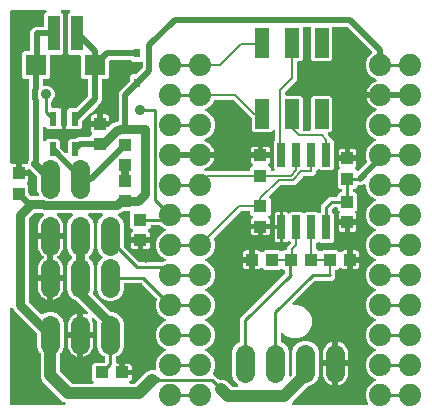
<source format=gbr>
G04 EAGLE Gerber RS-274X export*
G75*
%MOMM*%
%FSLAX34Y34*%
%LPD*%
%INTop Copper*%
%IPPOS*%
%AMOC8*
5,1,8,0,0,1.08239X$1,22.5*%
G01*
%ADD10C,1.879600*%
%ADD11R,1.000000X1.100000*%
%ADD12R,0.660400X2.032000*%
%ADD13R,1.100000X1.000000*%
%ADD14R,1.200000X2.500000*%
%ADD15C,1.625600*%
%ADD16R,0.620000X1.220000*%
%ADD17R,1.809600X1.809600*%
%ADD18R,0.600000X0.800000*%
%ADD19R,1.000000X3.000000*%
%ADD20C,0.889000*%
%ADD21C,0.254000*%
%ADD22C,0.508000*%
%ADD23C,1.008000*%
%ADD24C,0.177800*%
%ADD25C,0.762000*%
%ADD26C,1.016000*%
%ADD27C,0.203200*%
%ADD28C,0.635000*%

G36*
X208850Y57676D02*
X208850Y57676D01*
X208989Y57689D01*
X209008Y57696D01*
X209028Y57699D01*
X209157Y57750D01*
X209288Y57797D01*
X209305Y57808D01*
X209324Y57816D01*
X209436Y57897D01*
X209552Y57975D01*
X209565Y57991D01*
X209581Y58002D01*
X209670Y58110D01*
X209762Y58214D01*
X209771Y58232D01*
X209784Y58247D01*
X209843Y58373D01*
X209907Y58497D01*
X209911Y58517D01*
X209920Y58535D01*
X209946Y58671D01*
X209976Y58807D01*
X209976Y58828D01*
X209979Y58847D01*
X209971Y58986D01*
X209967Y59125D01*
X209961Y59145D01*
X209960Y59165D01*
X209917Y59297D01*
X209878Y59431D01*
X209868Y59448D01*
X209862Y59467D01*
X209787Y59585D01*
X209717Y59705D01*
X209698Y59726D01*
X209692Y59736D01*
X209677Y59750D01*
X209610Y59825D01*
X206425Y63011D01*
X204723Y67119D01*
X204723Y87821D01*
X206425Y91929D01*
X209569Y95073D01*
X210798Y95582D01*
X210823Y95597D01*
X210851Y95606D01*
X210883Y95626D01*
X210894Y95630D01*
X210920Y95649D01*
X210961Y95675D01*
X211074Y95740D01*
X211095Y95760D01*
X211120Y95776D01*
X211209Y95871D01*
X211302Y95961D01*
X211318Y95986D01*
X211338Y96008D01*
X211401Y96121D01*
X211469Y96232D01*
X211477Y96260D01*
X211492Y96286D01*
X211524Y96412D01*
X211562Y96536D01*
X211564Y96566D01*
X211571Y96594D01*
X211581Y96755D01*
X211581Y115699D01*
X249310Y153427D01*
X249370Y153505D01*
X249438Y153578D01*
X249467Y153631D01*
X249504Y153678D01*
X249544Y153769D01*
X249592Y153856D01*
X249607Y153915D01*
X249631Y153970D01*
X249646Y154068D01*
X249671Y154164D01*
X249677Y154264D01*
X249681Y154284D01*
X249679Y154297D01*
X249681Y154325D01*
X249681Y155282D01*
X249666Y155400D01*
X249659Y155519D01*
X249646Y155557D01*
X249641Y155598D01*
X249598Y155708D01*
X249561Y155821D01*
X249539Y155856D01*
X249524Y155893D01*
X249455Y155989D01*
X249391Y156090D01*
X249361Y156118D01*
X249338Y156151D01*
X249246Y156227D01*
X249159Y156308D01*
X249124Y156328D01*
X249093Y156353D01*
X248985Y156404D01*
X248881Y156462D01*
X248841Y156472D01*
X248805Y156489D01*
X248688Y156511D01*
X248573Y156541D01*
X248513Y156545D01*
X248493Y156549D01*
X248472Y156547D01*
X248412Y156551D01*
X248127Y156551D01*
X247277Y157401D01*
X247183Y157474D01*
X247094Y157553D01*
X247058Y157571D01*
X247026Y157596D01*
X246917Y157643D01*
X246811Y157697D01*
X246772Y157706D01*
X246734Y157722D01*
X246617Y157741D01*
X246501Y157767D01*
X246460Y157766D01*
X246420Y157772D01*
X246302Y157761D01*
X246183Y157757D01*
X246144Y157746D01*
X246104Y157742D01*
X245992Y157702D01*
X245877Y157669D01*
X245842Y157648D01*
X245804Y157635D01*
X245706Y157568D01*
X245603Y157507D01*
X245558Y157468D01*
X245541Y157456D01*
X245528Y157441D01*
X245482Y157401D01*
X244633Y156551D01*
X232107Y156551D01*
X230384Y158275D01*
X230284Y158352D01*
X230189Y158434D01*
X230159Y158449D01*
X230132Y158470D01*
X230017Y158520D01*
X229904Y158576D01*
X229871Y158583D01*
X229840Y158596D01*
X229716Y158616D01*
X229593Y158642D01*
X229560Y158641D01*
X229526Y158646D01*
X229401Y158634D01*
X229275Y158629D01*
X229243Y158619D01*
X229210Y158616D01*
X229091Y158574D01*
X228971Y158537D01*
X228942Y158520D01*
X228910Y158509D01*
X228806Y158438D01*
X228699Y158373D01*
X228675Y158349D01*
X228647Y158330D01*
X228564Y158236D01*
X228476Y158146D01*
X228449Y158105D01*
X228437Y158092D01*
X228427Y158072D01*
X228410Y158047D01*
X227930Y157567D01*
X227351Y157232D01*
X226704Y157059D01*
X223869Y157059D01*
X223869Y163870D01*
X223854Y163988D01*
X223847Y164107D01*
X223834Y164145D01*
X223829Y164185D01*
X223786Y164296D01*
X223749Y164409D01*
X223727Y164443D01*
X223712Y164481D01*
X223643Y164577D01*
X223579Y164678D01*
X223549Y164706D01*
X223526Y164738D01*
X223434Y164814D01*
X223347Y164896D01*
X223312Y164915D01*
X223281Y164941D01*
X223173Y164992D01*
X223069Y165049D01*
X223029Y165059D01*
X222993Y165077D01*
X222886Y165097D01*
X222916Y165101D01*
X223026Y165145D01*
X223139Y165181D01*
X223174Y165203D01*
X223211Y165218D01*
X223307Y165288D01*
X223408Y165351D01*
X223436Y165381D01*
X223469Y165405D01*
X223545Y165496D01*
X223626Y165583D01*
X223646Y165618D01*
X223671Y165650D01*
X223722Y165757D01*
X223780Y165862D01*
X223790Y165901D01*
X223807Y165937D01*
X223829Y166054D01*
X223859Y166170D01*
X223863Y166230D01*
X223867Y166250D01*
X223865Y166270D01*
X223869Y166330D01*
X223869Y173141D01*
X226704Y173141D01*
X227351Y172968D01*
X227930Y172633D01*
X228424Y172139D01*
X228463Y172088D01*
X228534Y171984D01*
X228559Y171962D01*
X228579Y171935D01*
X228678Y171857D01*
X228772Y171773D01*
X228802Y171758D01*
X228828Y171737D01*
X228943Y171686D01*
X229055Y171629D01*
X229088Y171621D01*
X229119Y171608D01*
X229243Y171587D01*
X229365Y171559D01*
X229399Y171560D01*
X229432Y171555D01*
X229557Y171565D01*
X229683Y171569D01*
X229716Y171578D01*
X229749Y171581D01*
X229868Y171622D01*
X229989Y171657D01*
X230018Y171674D01*
X230050Y171685D01*
X230154Y171755D01*
X230263Y171819D01*
X230299Y171851D01*
X230315Y171861D01*
X230329Y171877D01*
X230384Y171925D01*
X232107Y173649D01*
X244633Y173649D01*
X245482Y172799D01*
X245576Y172726D01*
X245666Y172647D01*
X245702Y172629D01*
X245734Y172604D01*
X245843Y172557D01*
X245949Y172503D01*
X245988Y172494D01*
X246026Y172478D01*
X246143Y172459D01*
X246259Y172433D01*
X246300Y172434D01*
X246340Y172428D01*
X246458Y172439D01*
X246577Y172443D01*
X246616Y172454D01*
X246656Y172458D01*
X246769Y172498D01*
X246883Y172531D01*
X246917Y172552D01*
X246956Y172565D01*
X247054Y172632D01*
X247157Y172693D01*
X247202Y172732D01*
X247219Y172744D01*
X247232Y172759D01*
X247277Y172799D01*
X248127Y173649D01*
X250063Y173649D01*
X250181Y173664D01*
X250300Y173671D01*
X250338Y173684D01*
X250379Y173689D01*
X250489Y173732D01*
X250602Y173769D01*
X250637Y173791D01*
X250674Y173806D01*
X250770Y173875D01*
X250871Y173939D01*
X250899Y173969D01*
X250932Y173992D01*
X251008Y174084D01*
X251089Y174171D01*
X251109Y174206D01*
X251134Y174237D01*
X251185Y174345D01*
X251243Y174449D01*
X251253Y174489D01*
X251270Y174525D01*
X251292Y174642D01*
X251322Y174757D01*
X251326Y174817D01*
X251330Y174837D01*
X251328Y174858D01*
X251332Y174918D01*
X251332Y175621D01*
X254004Y178293D01*
X254077Y178387D01*
X254156Y178476D01*
X254174Y178512D01*
X254199Y178544D01*
X254247Y178654D01*
X254301Y178760D01*
X254310Y178799D01*
X254326Y178836D01*
X254344Y178954D01*
X254370Y179070D01*
X254369Y179110D01*
X254375Y179150D01*
X254364Y179269D01*
X254361Y179388D01*
X254349Y179427D01*
X254346Y179467D01*
X254305Y179579D01*
X254272Y179693D01*
X254252Y179728D01*
X254238Y179766D01*
X254171Y179865D01*
X254111Y179967D01*
X254071Y180012D01*
X254059Y180029D01*
X254044Y180043D01*
X254004Y180088D01*
X253268Y180824D01*
X253174Y180897D01*
X253085Y180976D01*
X253049Y180994D01*
X253017Y181019D01*
X252908Y181066D01*
X252802Y181121D01*
X252762Y181129D01*
X252725Y181145D01*
X252607Y181164D01*
X252491Y181190D01*
X252451Y181189D01*
X252411Y181195D01*
X252292Y181184D01*
X252174Y181181D01*
X252135Y181169D01*
X252094Y181165D01*
X251982Y181125D01*
X251868Y181092D01*
X251833Y181072D01*
X251795Y181058D01*
X251697Y180991D01*
X251594Y180931D01*
X251549Y180891D01*
X251532Y180879D01*
X251519Y180864D01*
X251473Y180824D01*
X251242Y180593D01*
X250663Y180258D01*
X250016Y180085D01*
X248030Y180085D01*
X248030Y192405D01*
X248015Y192523D01*
X248008Y192642D01*
X247995Y192680D01*
X247990Y192720D01*
X247968Y192776D01*
X247990Y192891D01*
X248020Y193007D01*
X248024Y193067D01*
X248028Y193087D01*
X248026Y193107D01*
X248028Y193124D01*
X248028Y193125D01*
X248028Y193126D01*
X248030Y193167D01*
X248030Y205487D01*
X250016Y205487D01*
X250663Y205314D01*
X251242Y204979D01*
X251473Y204748D01*
X251567Y204675D01*
X251657Y204596D01*
X251693Y204578D01*
X251725Y204553D01*
X251834Y204506D01*
X251940Y204451D01*
X251979Y204443D01*
X252016Y204427D01*
X252134Y204408D01*
X252250Y204382D01*
X252291Y204383D01*
X252331Y204377D01*
X252449Y204388D01*
X252568Y204391D01*
X252607Y204403D01*
X252647Y204407D01*
X252759Y204447D01*
X252874Y204480D01*
X252908Y204500D01*
X252946Y204514D01*
X253045Y204581D01*
X253147Y204641D01*
X253193Y204681D01*
X253210Y204693D01*
X253223Y204708D01*
X253268Y204748D01*
X254515Y205995D01*
X263645Y205995D01*
X264533Y205107D01*
X264627Y205034D01*
X264716Y204955D01*
X264752Y204937D01*
X264784Y204912D01*
X264893Y204865D01*
X264999Y204811D01*
X265038Y204802D01*
X265076Y204786D01*
X265193Y204767D01*
X265309Y204741D01*
X265350Y204742D01*
X265390Y204736D01*
X265508Y204747D01*
X265627Y204751D01*
X265666Y204762D01*
X265706Y204766D01*
X265818Y204806D01*
X265933Y204839D01*
X265968Y204860D01*
X266006Y204873D01*
X266104Y204940D01*
X266207Y205001D01*
X266252Y205040D01*
X266269Y205052D01*
X266282Y205067D01*
X266328Y205107D01*
X267215Y205995D01*
X276345Y205995D01*
X277233Y205107D01*
X277327Y205034D01*
X277416Y204955D01*
X277452Y204937D01*
X277484Y204912D01*
X277593Y204865D01*
X277699Y204811D01*
X277738Y204802D01*
X277776Y204786D01*
X277893Y204767D01*
X278009Y204741D01*
X278050Y204742D01*
X278090Y204736D01*
X278208Y204747D01*
X278327Y204751D01*
X278366Y204762D01*
X278406Y204766D01*
X278518Y204806D01*
X278633Y204839D01*
X278668Y204860D01*
X278706Y204873D01*
X278804Y204940D01*
X278907Y205001D01*
X278952Y205040D01*
X278969Y205052D01*
X278982Y205067D01*
X279028Y205107D01*
X279790Y205869D01*
X279850Y205947D01*
X279918Y206019D01*
X279947Y206073D01*
X279984Y206120D01*
X280024Y206211D01*
X280072Y206298D01*
X280087Y206357D01*
X280111Y206412D01*
X280126Y206510D01*
X280151Y206606D01*
X280157Y206706D01*
X280161Y206726D01*
X280159Y206739D01*
X280161Y206767D01*
X280161Y211339D01*
X287381Y218559D01*
X292942Y218559D01*
X293060Y218574D01*
X293179Y218581D01*
X293217Y218594D01*
X293258Y218599D01*
X293368Y218642D01*
X293481Y218679D01*
X293516Y218701D01*
X293553Y218716D01*
X293649Y218785D01*
X293750Y218849D01*
X293778Y218879D01*
X293811Y218902D01*
X293887Y218994D01*
X293968Y219081D01*
X293988Y219116D01*
X294013Y219147D01*
X294064Y219255D01*
X294122Y219359D01*
X294132Y219399D01*
X294149Y219435D01*
X294171Y219552D01*
X294201Y219667D01*
X294205Y219727D01*
X294209Y219747D01*
X294207Y219768D01*
X294208Y219775D01*
X294209Y219779D01*
X294208Y219784D01*
X294211Y219828D01*
X294211Y221003D01*
X295997Y222789D01*
X296672Y222789D01*
X296790Y222804D01*
X296909Y222811D01*
X296947Y222824D01*
X296988Y222829D01*
X297098Y222872D01*
X297211Y222909D01*
X297246Y222931D01*
X297283Y222946D01*
X297379Y223015D01*
X297480Y223079D01*
X297508Y223109D01*
X297541Y223132D01*
X297617Y223224D01*
X297698Y223311D01*
X297718Y223346D01*
X297743Y223377D01*
X297794Y223485D01*
X297852Y223589D01*
X297862Y223629D01*
X297879Y223665D01*
X297901Y223782D01*
X297931Y223897D01*
X297935Y223957D01*
X297939Y223977D01*
X297937Y223998D01*
X297941Y224058D01*
X297941Y224252D01*
X297926Y224370D01*
X297919Y224489D01*
X297906Y224527D01*
X297901Y224568D01*
X297858Y224678D01*
X297821Y224791D01*
X297799Y224826D01*
X297784Y224863D01*
X297715Y224959D01*
X297651Y225060D01*
X297621Y225088D01*
X297598Y225121D01*
X297506Y225197D01*
X297419Y225278D01*
X297384Y225298D01*
X297353Y225323D01*
X297245Y225374D01*
X297141Y225432D01*
X297101Y225442D01*
X297065Y225459D01*
X296948Y225481D01*
X296833Y225511D01*
X296773Y225515D01*
X296753Y225519D01*
X296732Y225517D01*
X296672Y225521D01*
X295997Y225521D01*
X294211Y227307D01*
X294211Y240833D01*
X295410Y242032D01*
X295483Y242126D01*
X295562Y242215D01*
X295580Y242251D01*
X295605Y242283D01*
X295652Y242392D01*
X295707Y242498D01*
X295715Y242538D01*
X295731Y242575D01*
X295750Y242693D01*
X295776Y242809D01*
X295775Y242849D01*
X295781Y242889D01*
X295770Y243008D01*
X295767Y243126D01*
X295755Y243165D01*
X295751Y243206D01*
X295711Y243318D01*
X295678Y243432D01*
X295658Y243467D01*
X295644Y243505D01*
X295577Y243603D01*
X295517Y243706D01*
X295477Y243751D01*
X295465Y243768D01*
X295450Y243781D01*
X295410Y243827D01*
X295227Y244010D01*
X294892Y244589D01*
X294719Y245236D01*
X294719Y248571D01*
X301030Y248571D01*
X301148Y248586D01*
X301267Y248593D01*
X301305Y248605D01*
X301345Y248611D01*
X301456Y248654D01*
X301569Y248691D01*
X301603Y248713D01*
X301641Y248728D01*
X301737Y248797D01*
X301838Y248861D01*
X301866Y248891D01*
X301898Y248914D01*
X301974Y249006D01*
X302056Y249093D01*
X302075Y249128D01*
X302101Y249159D01*
X302152Y249267D01*
X302209Y249371D01*
X302219Y249411D01*
X302237Y249447D01*
X302257Y249554D01*
X302261Y249524D01*
X302305Y249414D01*
X302341Y249301D01*
X302363Y249266D01*
X302378Y249229D01*
X302448Y249132D01*
X302511Y249032D01*
X302541Y249004D01*
X302565Y248971D01*
X302656Y248895D01*
X302743Y248814D01*
X302778Y248794D01*
X302810Y248769D01*
X302917Y248718D01*
X303022Y248660D01*
X303061Y248650D01*
X303097Y248633D01*
X303214Y248611D01*
X303330Y248581D01*
X303390Y248577D01*
X303410Y248573D01*
X303430Y248575D01*
X303490Y248571D01*
X309801Y248571D01*
X309801Y245236D01*
X309628Y244589D01*
X309293Y244010D01*
X309110Y243827D01*
X309037Y243732D01*
X308958Y243643D01*
X308940Y243607D01*
X308915Y243575D01*
X308868Y243466D01*
X308813Y243360D01*
X308805Y243321D01*
X308789Y243284D01*
X308770Y243166D01*
X308744Y243050D01*
X308745Y243010D01*
X308739Y242969D01*
X308750Y242851D01*
X308753Y242732D01*
X308765Y242693D01*
X308769Y242653D01*
X308809Y242541D01*
X308842Y242426D01*
X308862Y242392D01*
X308876Y242354D01*
X308943Y242255D01*
X309003Y242153D01*
X309043Y242107D01*
X309055Y242090D01*
X309070Y242077D01*
X309110Y242032D01*
X310091Y241050D01*
X310186Y240977D01*
X310275Y240898D01*
X310311Y240880D01*
X310343Y240855D01*
X310452Y240808D01*
X310558Y240754D01*
X310597Y240745D01*
X310635Y240729D01*
X310752Y240710D01*
X310868Y240684D01*
X310909Y240685D01*
X310949Y240679D01*
X311067Y240690D01*
X311186Y240694D01*
X311225Y240705D01*
X311265Y240709D01*
X311377Y240749D01*
X311492Y240782D01*
X311526Y240803D01*
X311565Y240816D01*
X311663Y240883D01*
X311766Y240944D01*
X311811Y240983D01*
X311828Y240995D01*
X311841Y241010D01*
X311886Y241050D01*
X318503Y247667D01*
X318521Y247690D01*
X318544Y247709D01*
X318618Y247815D01*
X318698Y247918D01*
X318710Y247945D01*
X318727Y247969D01*
X318773Y248091D01*
X318824Y248210D01*
X318829Y248239D01*
X318839Y248267D01*
X318854Y248396D01*
X318874Y248524D01*
X318871Y248553D01*
X318875Y248583D01*
X318857Y248711D01*
X318844Y248841D01*
X318834Y248868D01*
X318830Y248898D01*
X318778Y249050D01*
X317753Y251524D01*
X317753Y256476D01*
X319648Y261050D01*
X323150Y264552D01*
X325505Y265527D01*
X325625Y265596D01*
X325748Y265661D01*
X325763Y265675D01*
X325781Y265685D01*
X325881Y265782D01*
X325984Y265875D01*
X325995Y265892D01*
X326009Y265906D01*
X326082Y266025D01*
X326158Y266141D01*
X326165Y266160D01*
X326176Y266177D01*
X326216Y266310D01*
X326262Y266442D01*
X326263Y266462D01*
X326269Y266481D01*
X326276Y266620D01*
X326287Y266759D01*
X326283Y266779D01*
X326284Y266799D01*
X326256Y266935D01*
X326232Y267072D01*
X326224Y267091D01*
X326220Y267110D01*
X326159Y267236D01*
X326102Y267362D01*
X326089Y267378D01*
X326080Y267396D01*
X325990Y267502D01*
X325903Y267610D01*
X325887Y267623D01*
X325874Y267638D01*
X325760Y267718D01*
X325649Y267802D01*
X325624Y267814D01*
X325614Y267821D01*
X325595Y267828D01*
X325505Y267873D01*
X323150Y268848D01*
X319648Y272350D01*
X317753Y276924D01*
X317753Y281876D01*
X319648Y286450D01*
X323150Y289952D01*
X326175Y291205D01*
X326201Y291220D01*
X326230Y291229D01*
X326339Y291299D01*
X326452Y291363D01*
X326473Y291384D01*
X326498Y291400D01*
X326587Y291494D01*
X326680Y291584D01*
X326696Y291610D01*
X326716Y291631D01*
X326779Y291745D01*
X326846Y291855D01*
X326855Y291884D01*
X326869Y291910D01*
X326902Y292035D01*
X326940Y292159D01*
X326941Y292189D01*
X326949Y292218D01*
X326949Y292348D01*
X326955Y292477D01*
X326949Y292506D01*
X326949Y292536D01*
X326917Y292661D01*
X326891Y292788D01*
X326878Y292815D01*
X326870Y292844D01*
X326808Y292957D01*
X326751Y293074D01*
X326732Y293097D01*
X326717Y293123D01*
X326629Y293217D01*
X326545Y293316D01*
X326520Y293333D01*
X326500Y293355D01*
X326391Y293424D01*
X326285Y293499D01*
X326257Y293510D01*
X326231Y293526D01*
X326082Y293585D01*
X325617Y293736D01*
X323943Y294589D01*
X322422Y295694D01*
X321094Y297022D01*
X319989Y298543D01*
X319136Y300217D01*
X318555Y302004D01*
X318515Y302261D01*
X328930Y302261D01*
X329048Y302276D01*
X329167Y302283D01*
X329205Y302296D01*
X329245Y302301D01*
X329356Y302344D01*
X329469Y302381D01*
X329503Y302403D01*
X329541Y302418D01*
X329637Y302488D01*
X329738Y302551D01*
X329766Y302581D01*
X329798Y302604D01*
X329874Y302696D01*
X329956Y302783D01*
X329975Y302818D01*
X330001Y302849D01*
X330052Y302957D01*
X330109Y303061D01*
X330120Y303101D01*
X330137Y303137D01*
X330159Y303254D01*
X330189Y303369D01*
X330193Y303430D01*
X330197Y303450D01*
X330195Y303470D01*
X330199Y303530D01*
X330199Y306070D01*
X330184Y306188D01*
X330177Y306307D01*
X330164Y306345D01*
X330159Y306385D01*
X330115Y306496D01*
X330079Y306609D01*
X330057Y306644D01*
X330042Y306681D01*
X329972Y306777D01*
X329909Y306878D01*
X329879Y306906D01*
X329855Y306939D01*
X329764Y307014D01*
X329677Y307096D01*
X329642Y307116D01*
X329610Y307141D01*
X329503Y307192D01*
X329398Y307250D01*
X329359Y307260D01*
X329323Y307277D01*
X329206Y307299D01*
X329091Y307329D01*
X329030Y307333D01*
X329010Y307337D01*
X328990Y307335D01*
X328930Y307339D01*
X318515Y307339D01*
X318555Y307596D01*
X319136Y309383D01*
X319989Y311057D01*
X321094Y312578D01*
X322422Y313906D01*
X323943Y315011D01*
X325617Y315864D01*
X326082Y316015D01*
X326109Y316028D01*
X326138Y316035D01*
X326252Y316095D01*
X326370Y316150D01*
X326393Y316169D01*
X326419Y316183D01*
X326515Y316270D01*
X326615Y316353D01*
X326632Y316377D01*
X326654Y316397D01*
X326726Y316506D01*
X326802Y316610D01*
X326813Y316638D01*
X326829Y316663D01*
X326871Y316786D01*
X326919Y316906D01*
X326923Y316936D01*
X326932Y316964D01*
X326943Y317093D01*
X326959Y317221D01*
X326955Y317251D01*
X326958Y317281D01*
X326935Y317409D01*
X326919Y317537D01*
X326908Y317565D01*
X326903Y317594D01*
X326850Y317712D01*
X326802Y317833D01*
X326785Y317857D01*
X326773Y317884D01*
X326692Y317985D01*
X326616Y318090D01*
X326593Y318109D01*
X326574Y318133D01*
X326470Y318211D01*
X326371Y318293D01*
X326344Y318306D01*
X326320Y318324D01*
X326175Y318395D01*
X323150Y319648D01*
X319648Y323150D01*
X317753Y327724D01*
X317753Y332676D01*
X319648Y337250D01*
X322900Y340502D01*
X322973Y340596D01*
X323051Y340685D01*
X323070Y340721D01*
X323094Y340753D01*
X323142Y340862D01*
X323196Y340968D01*
X323205Y341008D01*
X323221Y341045D01*
X323239Y341163D01*
X323266Y341279D01*
X323264Y341319D01*
X323271Y341359D01*
X323259Y341478D01*
X323256Y341597D01*
X323245Y341635D01*
X323241Y341676D01*
X323201Y341788D01*
X323167Y341902D01*
X323147Y341937D01*
X323133Y341975D01*
X323066Y342073D01*
X323006Y342176D01*
X322966Y342221D01*
X322955Y342238D01*
X322939Y342252D01*
X322900Y342297D01*
X302857Y362340D01*
X302779Y362400D01*
X302706Y362468D01*
X302653Y362497D01*
X302606Y362534D01*
X302515Y362574D01*
X302428Y362622D01*
X302369Y362637D01*
X302314Y362661D01*
X302216Y362676D01*
X302120Y362701D01*
X302020Y362707D01*
X302000Y362711D01*
X301987Y362709D01*
X301959Y362711D01*
X290588Y362711D01*
X290470Y362696D01*
X290351Y362689D01*
X290313Y362676D01*
X290272Y362671D01*
X290162Y362628D01*
X290049Y362591D01*
X290014Y362569D01*
X289977Y362554D01*
X289881Y362485D01*
X289780Y362421D01*
X289752Y362391D01*
X289719Y362368D01*
X289643Y362276D01*
X289562Y362189D01*
X289542Y362154D01*
X289517Y362123D01*
X289466Y362015D01*
X289408Y361911D01*
X289398Y361871D01*
X289381Y361835D01*
X289359Y361718D01*
X289329Y361603D01*
X289325Y361543D01*
X289321Y361523D01*
X289323Y361502D01*
X289319Y361442D01*
X289319Y335007D01*
X287533Y333221D01*
X273007Y333221D01*
X271221Y335007D01*
X271221Y361442D01*
X271206Y361560D01*
X271199Y361679D01*
X271186Y361717D01*
X271181Y361758D01*
X271138Y361868D01*
X271101Y361981D01*
X271079Y362016D01*
X271064Y362053D01*
X270995Y362149D01*
X270931Y362250D01*
X270901Y362278D01*
X270878Y362311D01*
X270786Y362387D01*
X270699Y362468D01*
X270664Y362488D01*
X270633Y362513D01*
X270525Y362564D01*
X270421Y362622D01*
X270381Y362632D01*
X270345Y362649D01*
X270228Y362671D01*
X270113Y362701D01*
X270053Y362705D01*
X270033Y362709D01*
X270012Y362707D01*
X269952Y362711D01*
X265588Y362711D01*
X265470Y362696D01*
X265351Y362689D01*
X265313Y362676D01*
X265272Y362671D01*
X265162Y362628D01*
X265049Y362591D01*
X265014Y362569D01*
X264977Y362554D01*
X264881Y362485D01*
X264780Y362421D01*
X264752Y362391D01*
X264719Y362368D01*
X264643Y362276D01*
X264562Y362189D01*
X264542Y362154D01*
X264517Y362123D01*
X264466Y362015D01*
X264408Y361911D01*
X264398Y361871D01*
X264381Y361835D01*
X264359Y361718D01*
X264329Y361603D01*
X264325Y361543D01*
X264321Y361523D01*
X264323Y361502D01*
X264319Y361442D01*
X264319Y335007D01*
X262533Y333221D01*
X260477Y333221D01*
X260359Y333206D01*
X260240Y333199D01*
X260202Y333186D01*
X260161Y333181D01*
X260051Y333138D01*
X259938Y333101D01*
X259903Y333079D01*
X259866Y333064D01*
X259770Y332995D01*
X259669Y332931D01*
X259641Y332901D01*
X259608Y332878D01*
X259532Y332786D01*
X259451Y332699D01*
X259431Y332664D01*
X259406Y332633D01*
X259355Y332525D01*
X259297Y332421D01*
X259287Y332381D01*
X259270Y332345D01*
X259248Y332228D01*
X259218Y332113D01*
X259214Y332053D01*
X259210Y332033D01*
X259212Y332012D01*
X259208Y331952D01*
X259208Y317139D01*
X249419Y307351D01*
X249359Y307272D01*
X249291Y307200D01*
X249262Y307147D01*
X249225Y307099D01*
X249185Y307008D01*
X249137Y306922D01*
X249122Y306863D01*
X249098Y306808D01*
X249083Y306710D01*
X249058Y306614D01*
X249052Y306514D01*
X249048Y306493D01*
X249050Y306481D01*
X249048Y306453D01*
X249048Y305588D01*
X249063Y305470D01*
X249070Y305351D01*
X249083Y305313D01*
X249088Y305272D01*
X249131Y305162D01*
X249168Y305049D01*
X249190Y305014D01*
X249205Y304977D01*
X249274Y304881D01*
X249338Y304780D01*
X249368Y304752D01*
X249391Y304719D01*
X249483Y304643D01*
X249570Y304562D01*
X249605Y304542D01*
X249636Y304517D01*
X249744Y304466D01*
X249848Y304408D01*
X249888Y304398D01*
X249924Y304381D01*
X250041Y304359D01*
X250156Y304329D01*
X250216Y304325D01*
X250236Y304321D01*
X250257Y304323D01*
X250317Y304319D01*
X262533Y304319D01*
X264319Y302533D01*
X264319Y275717D01*
X264334Y275599D01*
X264341Y275480D01*
X264354Y275442D01*
X264359Y275401D01*
X264402Y275291D01*
X264439Y275178D01*
X264461Y275143D01*
X264476Y275106D01*
X264545Y275010D01*
X264609Y274909D01*
X264639Y274881D01*
X264662Y274848D01*
X264754Y274772D01*
X264841Y274691D01*
X264876Y274671D01*
X264907Y274646D01*
X265015Y274595D01*
X265119Y274537D01*
X265159Y274527D01*
X265195Y274510D01*
X265312Y274488D01*
X265427Y274458D01*
X265487Y274454D01*
X265507Y274450D01*
X265528Y274452D01*
X265588Y274448D01*
X269952Y274448D01*
X270070Y274463D01*
X270189Y274470D01*
X270227Y274483D01*
X270268Y274488D01*
X270378Y274531D01*
X270491Y274568D01*
X270526Y274590D01*
X270563Y274605D01*
X270659Y274674D01*
X270760Y274738D01*
X270788Y274768D01*
X270821Y274791D01*
X270897Y274883D01*
X270978Y274970D01*
X270998Y275005D01*
X271023Y275036D01*
X271074Y275144D01*
X271132Y275248D01*
X271142Y275288D01*
X271159Y275324D01*
X271181Y275441D01*
X271211Y275556D01*
X271215Y275616D01*
X271219Y275636D01*
X271217Y275657D01*
X271221Y275717D01*
X271221Y302533D01*
X273007Y304319D01*
X287533Y304319D01*
X289319Y302533D01*
X289319Y275007D01*
X287533Y273221D01*
X286592Y273221D01*
X286454Y273204D01*
X286315Y273191D01*
X286296Y273184D01*
X286276Y273181D01*
X286147Y273130D01*
X286016Y273083D01*
X285999Y273072D01*
X285981Y273064D01*
X285868Y272983D01*
X285753Y272905D01*
X285740Y272889D01*
X285723Y272878D01*
X285634Y272770D01*
X285543Y272666D01*
X285533Y272648D01*
X285520Y272633D01*
X285461Y272507D01*
X285398Y272383D01*
X285393Y272363D01*
X285385Y272345D01*
X285359Y272209D01*
X285328Y272073D01*
X285329Y272052D01*
X285325Y272033D01*
X285334Y271894D01*
X285338Y271755D01*
X285344Y271735D01*
X285345Y271715D01*
X285388Y271583D01*
X285426Y271449D01*
X285437Y271432D01*
X285443Y271413D01*
X285517Y271295D01*
X285588Y271175D01*
X285606Y271154D01*
X285613Y271144D01*
X285628Y271130D01*
X285694Y271055D01*
X288463Y268285D01*
X288494Y268208D01*
X288522Y268113D01*
X288552Y268061D01*
X288575Y268004D01*
X288633Y267924D01*
X288683Y267839D01*
X288749Y267764D01*
X288761Y267747D01*
X288771Y267739D01*
X288789Y267718D01*
X290831Y265677D01*
X290831Y242831D01*
X289045Y241045D01*
X279915Y241045D01*
X279028Y241933D01*
X278934Y242006D01*
X278844Y242085D01*
X278808Y242103D01*
X278776Y242128D01*
X278667Y242175D01*
X278561Y242229D01*
X278522Y242238D01*
X278484Y242254D01*
X278367Y242273D01*
X278251Y242299D01*
X278210Y242298D01*
X278170Y242304D01*
X278052Y242293D01*
X277933Y242289D01*
X277894Y242278D01*
X277854Y242274D01*
X277741Y242234D01*
X277627Y242201D01*
X277593Y242180D01*
X277554Y242167D01*
X277456Y242100D01*
X277353Y242039D01*
X277308Y241999D01*
X277291Y241988D01*
X277278Y241973D01*
X277233Y241933D01*
X276089Y240790D01*
X276029Y240712D01*
X275961Y240640D01*
X275932Y240587D01*
X275895Y240539D01*
X275855Y240448D01*
X275807Y240361D01*
X275792Y240302D01*
X275768Y240247D01*
X275753Y240149D01*
X275728Y240053D01*
X275722Y239953D01*
X275718Y239933D01*
X275720Y239920D01*
X275718Y239892D01*
X275718Y238399D01*
X273411Y236092D01*
X265355Y236092D01*
X265257Y236080D01*
X265158Y236077D01*
X265100Y236060D01*
X265039Y236052D01*
X264947Y236016D01*
X264852Y235988D01*
X264800Y235958D01*
X264744Y235935D01*
X264664Y235877D01*
X264578Y235827D01*
X264503Y235761D01*
X264486Y235749D01*
X264479Y235739D01*
X264458Y235721D01*
X257599Y228862D01*
X246387Y228862D01*
X246289Y228850D01*
X246190Y228847D01*
X246131Y228830D01*
X246071Y228822D01*
X245979Y228786D01*
X245884Y228758D01*
X245832Y228728D01*
X245776Y228705D01*
X245696Y228647D01*
X245610Y228597D01*
X245535Y228531D01*
X245518Y228519D01*
X245510Y228509D01*
X245489Y228491D01*
X236318Y219319D01*
X236245Y219225D01*
X236166Y219136D01*
X236148Y219100D01*
X236123Y219068D01*
X236075Y218958D01*
X236021Y218852D01*
X236012Y218813D01*
X235996Y218776D01*
X235978Y218658D01*
X235952Y218542D01*
X235953Y218502D01*
X235947Y218462D01*
X235958Y218343D01*
X235961Y218224D01*
X235973Y218185D01*
X235976Y218145D01*
X236017Y218033D01*
X236050Y217919D01*
X236070Y217884D01*
X236084Y217846D01*
X236151Y217747D01*
X236211Y217645D01*
X236251Y217600D01*
X236263Y217583D01*
X236278Y217569D01*
X236318Y217524D01*
X237149Y216693D01*
X237149Y204167D01*
X235425Y202444D01*
X235348Y202344D01*
X235266Y202249D01*
X235251Y202219D01*
X235230Y202192D01*
X235180Y202077D01*
X235124Y201964D01*
X235117Y201931D01*
X235104Y201900D01*
X235084Y201776D01*
X235058Y201653D01*
X235059Y201620D01*
X235054Y201586D01*
X235066Y201461D01*
X235071Y201335D01*
X235081Y201303D01*
X235084Y201270D01*
X235126Y201151D01*
X235163Y201031D01*
X235180Y201002D01*
X235191Y200970D01*
X235262Y200866D01*
X235327Y200759D01*
X235351Y200735D01*
X235370Y200707D01*
X235464Y200624D01*
X235554Y200536D01*
X235595Y200509D01*
X235608Y200497D01*
X235628Y200487D01*
X235653Y200470D01*
X236133Y199990D01*
X236468Y199411D01*
X236641Y198764D01*
X236641Y195929D01*
X229830Y195929D01*
X229712Y195914D01*
X229593Y195907D01*
X229555Y195894D01*
X229515Y195889D01*
X229404Y195846D01*
X229291Y195809D01*
X229257Y195787D01*
X229219Y195772D01*
X229123Y195703D01*
X229022Y195639D01*
X228994Y195609D01*
X228962Y195586D01*
X228886Y195494D01*
X228804Y195407D01*
X228785Y195372D01*
X228759Y195341D01*
X228708Y195233D01*
X228651Y195129D01*
X228641Y195089D01*
X228623Y195053D01*
X228603Y194946D01*
X228599Y194976D01*
X228555Y195086D01*
X228519Y195199D01*
X228497Y195234D01*
X228482Y195271D01*
X228412Y195367D01*
X228349Y195468D01*
X228319Y195496D01*
X228295Y195529D01*
X228204Y195605D01*
X228117Y195686D01*
X228082Y195706D01*
X228050Y195731D01*
X227943Y195782D01*
X227838Y195840D01*
X227799Y195850D01*
X227763Y195867D01*
X227646Y195889D01*
X227530Y195919D01*
X227470Y195923D01*
X227450Y195927D01*
X227430Y195925D01*
X227370Y195929D01*
X220559Y195929D01*
X220559Y198764D01*
X220732Y199411D01*
X221067Y199990D01*
X221561Y200484D01*
X221612Y200523D01*
X221716Y200594D01*
X221738Y200619D01*
X221765Y200639D01*
X221843Y200738D01*
X221927Y200832D01*
X221942Y200862D01*
X221963Y200888D01*
X222014Y201003D01*
X222071Y201115D01*
X222079Y201148D01*
X222092Y201179D01*
X222113Y201303D01*
X222141Y201425D01*
X222140Y201459D01*
X222145Y201492D01*
X222135Y201617D01*
X222131Y201743D01*
X222122Y201776D01*
X222119Y201809D01*
X222078Y201928D01*
X222043Y202049D01*
X222026Y202078D01*
X222015Y202110D01*
X221945Y202214D01*
X221881Y202323D01*
X221849Y202359D01*
X221839Y202375D01*
X221823Y202389D01*
X221775Y202444D01*
X220051Y204167D01*
X220051Y205223D01*
X220036Y205341D01*
X220029Y205460D01*
X220016Y205498D01*
X220011Y205539D01*
X219968Y205649D01*
X219931Y205762D01*
X219909Y205797D01*
X219894Y205834D01*
X219825Y205930D01*
X219761Y206031D01*
X219731Y206059D01*
X219708Y206092D01*
X219616Y206168D01*
X219529Y206249D01*
X219494Y206269D01*
X219463Y206294D01*
X219355Y206345D01*
X219251Y206403D01*
X219211Y206413D01*
X219175Y206430D01*
X219058Y206452D01*
X218943Y206482D01*
X218883Y206486D01*
X218863Y206490D01*
X218842Y206488D01*
X218782Y206492D01*
X212587Y206492D01*
X212489Y206480D01*
X212390Y206477D01*
X212331Y206460D01*
X212271Y206452D01*
X212179Y206416D01*
X212084Y206388D01*
X212032Y206358D01*
X211976Y206335D01*
X211896Y206277D01*
X211810Y206227D01*
X211735Y206161D01*
X211718Y206149D01*
X211710Y206139D01*
X211689Y206121D01*
X189557Y183988D01*
X189539Y183965D01*
X189517Y183946D01*
X189442Y183840D01*
X189362Y183737D01*
X189350Y183710D01*
X189333Y183686D01*
X189287Y183564D01*
X189236Y183445D01*
X189231Y183416D01*
X189221Y183388D01*
X189206Y183259D01*
X189186Y183131D01*
X189189Y183102D01*
X189185Y183072D01*
X189204Y182944D01*
X189216Y182814D01*
X189226Y182787D01*
X189230Y182757D01*
X189282Y182605D01*
X190247Y180276D01*
X190247Y175324D01*
X188352Y170750D01*
X184850Y167248D01*
X182495Y166273D01*
X182375Y166204D01*
X182252Y166139D01*
X182237Y166125D01*
X182219Y166115D01*
X182119Y166018D01*
X182016Y165925D01*
X182005Y165908D01*
X181991Y165894D01*
X181918Y165775D01*
X181842Y165659D01*
X181835Y165640D01*
X181824Y165623D01*
X181784Y165490D01*
X181738Y165358D01*
X181737Y165338D01*
X181731Y165319D01*
X181724Y165180D01*
X181713Y165041D01*
X181717Y165021D01*
X181716Y165001D01*
X181744Y164865D01*
X181768Y164728D01*
X181776Y164709D01*
X181780Y164690D01*
X181841Y164564D01*
X181898Y164438D01*
X181911Y164422D01*
X181920Y164404D01*
X182010Y164298D01*
X182097Y164190D01*
X182113Y164177D01*
X182126Y164162D01*
X182240Y164082D01*
X182351Y163998D01*
X182376Y163986D01*
X182386Y163979D01*
X182405Y163972D01*
X182495Y163927D01*
X184850Y162952D01*
X188352Y159450D01*
X190247Y154876D01*
X190247Y149924D01*
X188352Y145350D01*
X184850Y141848D01*
X182495Y140873D01*
X182375Y140804D01*
X182252Y140739D01*
X182237Y140725D01*
X182219Y140715D01*
X182119Y140618D01*
X182016Y140525D01*
X182005Y140508D01*
X181991Y140494D01*
X181918Y140375D01*
X181842Y140259D01*
X181835Y140240D01*
X181824Y140223D01*
X181784Y140090D01*
X181738Y139958D01*
X181737Y139938D01*
X181731Y139919D01*
X181724Y139780D01*
X181713Y139641D01*
X181717Y139621D01*
X181716Y139601D01*
X181744Y139465D01*
X181768Y139328D01*
X181776Y139309D01*
X181780Y139290D01*
X181841Y139164D01*
X181898Y139038D01*
X181911Y139022D01*
X181920Y139004D01*
X182010Y138898D01*
X182097Y138790D01*
X182113Y138777D01*
X182126Y138762D01*
X182240Y138682D01*
X182351Y138598D01*
X182376Y138586D01*
X182386Y138579D01*
X182405Y138572D01*
X182495Y138527D01*
X184850Y137552D01*
X188352Y134050D01*
X190247Y129476D01*
X190247Y124524D01*
X188352Y119950D01*
X184850Y116448D01*
X182495Y115473D01*
X182375Y115404D01*
X182252Y115339D01*
X182237Y115325D01*
X182219Y115315D01*
X182119Y115218D01*
X182016Y115125D01*
X182005Y115108D01*
X181991Y115094D01*
X181918Y114975D01*
X181842Y114859D01*
X181835Y114840D01*
X181824Y114823D01*
X181784Y114690D01*
X181738Y114558D01*
X181737Y114538D01*
X181731Y114519D01*
X181724Y114380D01*
X181713Y114241D01*
X181717Y114221D01*
X181716Y114201D01*
X181744Y114065D01*
X181768Y113928D01*
X181776Y113909D01*
X181780Y113890D01*
X181841Y113764D01*
X181898Y113638D01*
X181911Y113622D01*
X181920Y113604D01*
X182010Y113498D01*
X182097Y113390D01*
X182113Y113377D01*
X182126Y113362D01*
X182240Y113282D01*
X182351Y113198D01*
X182376Y113186D01*
X182386Y113179D01*
X182405Y113172D01*
X182495Y113127D01*
X184850Y112152D01*
X188352Y108650D01*
X190247Y104076D01*
X190247Y99124D01*
X188352Y94550D01*
X184850Y91048D01*
X182495Y90073D01*
X182375Y90004D01*
X182252Y89939D01*
X182237Y89925D01*
X182219Y89915D01*
X182119Y89818D01*
X182016Y89725D01*
X182005Y89708D01*
X181991Y89694D01*
X181918Y89575D01*
X181842Y89459D01*
X181835Y89440D01*
X181824Y89423D01*
X181784Y89290D01*
X181738Y89158D01*
X181737Y89138D01*
X181731Y89119D01*
X181724Y88980D01*
X181713Y88841D01*
X181717Y88821D01*
X181716Y88801D01*
X181744Y88665D01*
X181768Y88528D01*
X181776Y88509D01*
X181780Y88490D01*
X181841Y88364D01*
X181898Y88238D01*
X181911Y88222D01*
X181920Y88204D01*
X182010Y88098D01*
X182097Y87990D01*
X182113Y87977D01*
X182126Y87962D01*
X182240Y87882D01*
X182351Y87798D01*
X182376Y87786D01*
X182386Y87779D01*
X182405Y87772D01*
X182495Y87727D01*
X184850Y86752D01*
X188352Y83250D01*
X190247Y78676D01*
X190247Y73724D01*
X188528Y69574D01*
X188514Y69526D01*
X188493Y69481D01*
X188473Y69373D01*
X188444Y69267D01*
X188443Y69217D01*
X188433Y69168D01*
X188440Y69059D01*
X188439Y68949D01*
X188450Y68901D01*
X188453Y68851D01*
X188487Y68747D01*
X188513Y68640D01*
X188536Y68596D01*
X188551Y68549D01*
X188610Y68456D01*
X188661Y68359D01*
X188695Y68322D01*
X188721Y68280D01*
X188802Y68205D01*
X188875Y68123D01*
X188917Y68096D01*
X188953Y68062D01*
X189049Y68009D01*
X189141Y67949D01*
X189152Y67945D01*
X192952Y64145D01*
X193030Y64084D01*
X193102Y64017D01*
X193155Y63987D01*
X193203Y63950D01*
X193294Y63911D01*
X193381Y63863D01*
X193439Y63848D01*
X193495Y63824D01*
X193593Y63808D01*
X193689Y63784D01*
X193789Y63777D01*
X193809Y63774D01*
X193821Y63775D01*
X193849Y63773D01*
X196962Y63773D01*
X199949Y62536D01*
X204455Y58030D01*
X204533Y57970D01*
X204605Y57902D01*
X204658Y57873D01*
X204706Y57836D01*
X204797Y57796D01*
X204884Y57748D01*
X204942Y57733D01*
X204998Y57709D01*
X205096Y57694D01*
X205191Y57669D01*
X205292Y57663D01*
X205312Y57659D01*
X205324Y57661D01*
X205352Y57659D01*
X208713Y57659D01*
X208850Y57676D01*
G37*
G36*
X318454Y42171D02*
X318454Y42171D01*
X318504Y42169D01*
X318611Y42191D01*
X318721Y42205D01*
X318767Y42223D01*
X318815Y42233D01*
X318914Y42281D01*
X319016Y42322D01*
X319056Y42351D01*
X319101Y42373D01*
X319185Y42444D01*
X319274Y42508D01*
X319305Y42547D01*
X319343Y42579D01*
X319406Y42669D01*
X319476Y42753D01*
X319498Y42798D01*
X319526Y42839D01*
X319565Y42942D01*
X319612Y43041D01*
X319621Y43090D01*
X319639Y43136D01*
X319651Y43246D01*
X319672Y43353D01*
X319669Y43403D01*
X319674Y43452D01*
X319659Y43561D01*
X319652Y43671D01*
X319637Y43718D01*
X319630Y43767D01*
X319578Y43920D01*
X317753Y48324D01*
X317753Y53276D01*
X319648Y57850D01*
X323150Y61352D01*
X325505Y62327D01*
X325625Y62396D01*
X325748Y62461D01*
X325763Y62475D01*
X325781Y62485D01*
X325881Y62582D01*
X325984Y62675D01*
X325995Y62692D01*
X326009Y62706D01*
X326082Y62825D01*
X326158Y62941D01*
X326165Y62960D01*
X326176Y62977D01*
X326216Y63110D01*
X326262Y63242D01*
X326263Y63262D01*
X326269Y63281D01*
X326276Y63420D01*
X326287Y63559D01*
X326283Y63579D01*
X326284Y63599D01*
X326256Y63735D01*
X326232Y63872D01*
X326224Y63891D01*
X326220Y63910D01*
X326159Y64036D01*
X326102Y64162D01*
X326089Y64178D01*
X326080Y64196D01*
X325990Y64302D01*
X325903Y64410D01*
X325887Y64423D01*
X325874Y64438D01*
X325760Y64518D01*
X325649Y64602D01*
X325624Y64614D01*
X325614Y64621D01*
X325595Y64628D01*
X325505Y64673D01*
X323150Y65648D01*
X319648Y69150D01*
X317753Y73724D01*
X317753Y78676D01*
X319648Y83250D01*
X323150Y86752D01*
X325505Y87727D01*
X325625Y87796D01*
X325748Y87861D01*
X325763Y87875D01*
X325781Y87885D01*
X325881Y87982D01*
X325984Y88075D01*
X325995Y88092D01*
X326009Y88106D01*
X326082Y88225D01*
X326158Y88341D01*
X326165Y88360D01*
X326176Y88377D01*
X326216Y88510D01*
X326262Y88642D01*
X326263Y88662D01*
X326269Y88681D01*
X326276Y88820D01*
X326287Y88959D01*
X326283Y88979D01*
X326284Y88999D01*
X326256Y89135D01*
X326232Y89272D01*
X326224Y89291D01*
X326220Y89310D01*
X326159Y89436D01*
X326102Y89562D01*
X326089Y89578D01*
X326080Y89596D01*
X325990Y89702D01*
X325903Y89810D01*
X325887Y89823D01*
X325874Y89838D01*
X325760Y89918D01*
X325649Y90002D01*
X325624Y90014D01*
X325614Y90021D01*
X325595Y90028D01*
X325505Y90073D01*
X323150Y91048D01*
X319648Y94550D01*
X317753Y99124D01*
X317753Y104076D01*
X319648Y108650D01*
X323150Y112152D01*
X325505Y113127D01*
X325625Y113196D01*
X325748Y113261D01*
X325763Y113275D01*
X325781Y113285D01*
X325881Y113382D01*
X325984Y113475D01*
X325995Y113492D01*
X326009Y113506D01*
X326082Y113625D01*
X326158Y113741D01*
X326165Y113760D01*
X326176Y113777D01*
X326216Y113910D01*
X326262Y114042D01*
X326263Y114062D01*
X326269Y114081D01*
X326276Y114220D01*
X326287Y114359D01*
X326283Y114379D01*
X326284Y114399D01*
X326256Y114535D01*
X326232Y114672D01*
X326224Y114691D01*
X326220Y114710D01*
X326159Y114836D01*
X326102Y114962D01*
X326089Y114978D01*
X326080Y114996D01*
X325990Y115102D01*
X325903Y115210D01*
X325887Y115223D01*
X325874Y115238D01*
X325760Y115318D01*
X325649Y115402D01*
X325624Y115414D01*
X325614Y115421D01*
X325595Y115428D01*
X325505Y115473D01*
X323150Y116448D01*
X319648Y119950D01*
X317753Y124524D01*
X317753Y129476D01*
X319648Y134050D01*
X323150Y137552D01*
X325505Y138527D01*
X325625Y138596D01*
X325748Y138661D01*
X325763Y138675D01*
X325781Y138685D01*
X325881Y138782D01*
X325984Y138875D01*
X325995Y138892D01*
X326009Y138906D01*
X326082Y139025D01*
X326158Y139141D01*
X326165Y139160D01*
X326176Y139177D01*
X326216Y139310D01*
X326262Y139442D01*
X326263Y139462D01*
X326269Y139481D01*
X326276Y139620D01*
X326287Y139759D01*
X326283Y139779D01*
X326284Y139799D01*
X326256Y139935D01*
X326232Y140072D01*
X326224Y140091D01*
X326220Y140110D01*
X326159Y140236D01*
X326102Y140362D01*
X326089Y140378D01*
X326080Y140396D01*
X325990Y140502D01*
X325903Y140610D01*
X325887Y140623D01*
X325874Y140638D01*
X325760Y140718D01*
X325649Y140802D01*
X325624Y140814D01*
X325614Y140821D01*
X325595Y140828D01*
X325505Y140873D01*
X323150Y141848D01*
X319648Y145350D01*
X317753Y149924D01*
X317753Y154876D01*
X319648Y159450D01*
X323150Y162952D01*
X325505Y163927D01*
X325625Y163996D01*
X325748Y164061D01*
X325763Y164075D01*
X325781Y164085D01*
X325881Y164182D01*
X325984Y164275D01*
X325995Y164292D01*
X326009Y164306D01*
X326082Y164425D01*
X326158Y164541D01*
X326165Y164560D01*
X326176Y164577D01*
X326216Y164710D01*
X326262Y164842D01*
X326263Y164862D01*
X326269Y164881D01*
X326276Y165020D01*
X326287Y165159D01*
X326283Y165179D01*
X326284Y165199D01*
X326256Y165335D01*
X326232Y165472D01*
X326224Y165491D01*
X326220Y165510D01*
X326159Y165636D01*
X326102Y165762D01*
X326089Y165778D01*
X326080Y165796D01*
X325990Y165902D01*
X325903Y166010D01*
X325887Y166023D01*
X325874Y166038D01*
X325760Y166118D01*
X325649Y166202D01*
X325624Y166214D01*
X325614Y166221D01*
X325595Y166228D01*
X325505Y166273D01*
X323150Y167248D01*
X319648Y170750D01*
X317753Y175324D01*
X317753Y180276D01*
X319648Y184850D01*
X323150Y188352D01*
X325505Y189327D01*
X325625Y189396D01*
X325748Y189461D01*
X325763Y189475D01*
X325781Y189485D01*
X325881Y189582D01*
X325984Y189675D01*
X325995Y189692D01*
X326009Y189706D01*
X326082Y189825D01*
X326158Y189941D01*
X326165Y189960D01*
X326176Y189977D01*
X326216Y190110D01*
X326262Y190242D01*
X326263Y190262D01*
X326269Y190281D01*
X326276Y190420D01*
X326287Y190559D01*
X326283Y190579D01*
X326284Y190599D01*
X326256Y190735D01*
X326232Y190872D01*
X326224Y190891D01*
X326220Y190910D01*
X326159Y191036D01*
X326102Y191162D01*
X326089Y191178D01*
X326080Y191196D01*
X325990Y191302D01*
X325903Y191410D01*
X325887Y191423D01*
X325874Y191438D01*
X325760Y191518D01*
X325649Y191602D01*
X325624Y191614D01*
X325614Y191621D01*
X325595Y191628D01*
X325505Y191673D01*
X323150Y192648D01*
X319648Y196150D01*
X317753Y200724D01*
X317753Y205676D01*
X319648Y210250D01*
X323150Y213752D01*
X325505Y214727D01*
X325625Y214796D01*
X325748Y214861D01*
X325763Y214875D01*
X325781Y214885D01*
X325881Y214982D01*
X325984Y215075D01*
X325995Y215092D01*
X326009Y215106D01*
X326082Y215225D01*
X326158Y215341D01*
X326165Y215360D01*
X326176Y215377D01*
X326216Y215510D01*
X326262Y215642D01*
X326263Y215662D01*
X326269Y215681D01*
X326276Y215820D01*
X326287Y215959D01*
X326283Y215979D01*
X326284Y215999D01*
X326256Y216135D01*
X326232Y216272D01*
X326224Y216291D01*
X326220Y216310D01*
X326159Y216436D01*
X326102Y216562D01*
X326089Y216578D01*
X326080Y216596D01*
X325990Y216702D01*
X325903Y216810D01*
X325887Y216823D01*
X325874Y216838D01*
X325760Y216918D01*
X325649Y217002D01*
X325624Y217014D01*
X325614Y217021D01*
X325595Y217028D01*
X325505Y217073D01*
X323150Y218048D01*
X319648Y221550D01*
X317753Y226124D01*
X317753Y228169D01*
X317747Y228218D01*
X317749Y228268D01*
X317727Y228375D01*
X317713Y228484D01*
X317695Y228531D01*
X317685Y228579D01*
X317637Y228678D01*
X317596Y228780D01*
X317567Y228820D01*
X317545Y228865D01*
X317474Y228948D01*
X317410Y229037D01*
X317371Y229069D01*
X317339Y229107D01*
X317249Y229170D01*
X317165Y229240D01*
X317120Y229261D01*
X317079Y229290D01*
X316976Y229329D01*
X316877Y229376D01*
X316828Y229385D01*
X316782Y229403D01*
X316672Y229415D01*
X316565Y229436D01*
X316515Y229432D01*
X316466Y229438D01*
X316357Y229423D01*
X316247Y229416D01*
X316200Y229400D01*
X316151Y229394D01*
X315998Y229341D01*
X313922Y228481D01*
X311578Y228481D01*
X311460Y228466D01*
X311341Y228459D01*
X311303Y228446D01*
X311262Y228441D01*
X311152Y228398D01*
X311039Y228361D01*
X311004Y228339D01*
X310967Y228324D01*
X310871Y228255D01*
X310770Y228191D01*
X310742Y228161D01*
X310709Y228138D01*
X310633Y228046D01*
X310552Y227959D01*
X310532Y227924D01*
X310507Y227893D01*
X310456Y227785D01*
X310398Y227681D01*
X310388Y227641D01*
X310371Y227605D01*
X310349Y227488D01*
X310319Y227373D01*
X310315Y227314D01*
X308523Y225521D01*
X307848Y225521D01*
X307730Y225506D01*
X307611Y225499D01*
X307573Y225486D01*
X307532Y225481D01*
X307422Y225438D01*
X307309Y225401D01*
X307274Y225379D01*
X307237Y225364D01*
X307141Y225295D01*
X307040Y225231D01*
X307012Y225201D01*
X306979Y225178D01*
X306903Y225086D01*
X306822Y224999D01*
X306802Y224964D01*
X306777Y224933D01*
X306726Y224825D01*
X306668Y224721D01*
X306658Y224681D01*
X306641Y224645D01*
X306619Y224528D01*
X306589Y224413D01*
X306585Y224353D01*
X306581Y224333D01*
X306583Y224312D01*
X306579Y224252D01*
X306579Y224058D01*
X306594Y223940D01*
X306601Y223821D01*
X306614Y223783D01*
X306619Y223742D01*
X306662Y223632D01*
X306699Y223519D01*
X306721Y223484D01*
X306736Y223447D01*
X306805Y223351D01*
X306869Y223250D01*
X306899Y223222D01*
X306922Y223189D01*
X307014Y223113D01*
X307101Y223032D01*
X307136Y223012D01*
X307167Y222987D01*
X307275Y222936D01*
X307379Y222878D01*
X307419Y222868D01*
X307455Y222851D01*
X307572Y222829D01*
X307687Y222799D01*
X307747Y222795D01*
X307767Y222791D01*
X307788Y222793D01*
X307848Y222789D01*
X308523Y222789D01*
X310309Y221003D01*
X310309Y207477D01*
X309110Y206278D01*
X309037Y206184D01*
X308958Y206095D01*
X308940Y206059D01*
X308915Y206027D01*
X308868Y205918D01*
X308813Y205812D01*
X308805Y205772D01*
X308789Y205735D01*
X308770Y205617D01*
X308744Y205501D01*
X308745Y205461D01*
X308739Y205421D01*
X308750Y205302D01*
X308753Y205184D01*
X308765Y205145D01*
X308769Y205104D01*
X308809Y204992D01*
X308842Y204878D01*
X308862Y204843D01*
X308876Y204805D01*
X308943Y204707D01*
X309003Y204604D01*
X309043Y204559D01*
X309055Y204542D01*
X309070Y204529D01*
X309110Y204483D01*
X309293Y204300D01*
X309628Y203721D01*
X309801Y203074D01*
X309801Y199739D01*
X303490Y199739D01*
X303372Y199724D01*
X303253Y199717D01*
X303215Y199704D01*
X303175Y199699D01*
X303064Y199656D01*
X302951Y199619D01*
X302917Y199597D01*
X302879Y199582D01*
X302783Y199513D01*
X302682Y199449D01*
X302654Y199419D01*
X302622Y199396D01*
X302546Y199304D01*
X302464Y199217D01*
X302445Y199182D01*
X302419Y199151D01*
X302368Y199043D01*
X302311Y198939D01*
X302301Y198899D01*
X302283Y198863D01*
X302263Y198756D01*
X302259Y198786D01*
X302215Y198896D01*
X302179Y199009D01*
X302157Y199044D01*
X302142Y199081D01*
X302072Y199177D01*
X302009Y199278D01*
X301979Y199306D01*
X301955Y199339D01*
X301864Y199415D01*
X301777Y199496D01*
X301742Y199516D01*
X301710Y199541D01*
X301603Y199592D01*
X301498Y199650D01*
X301459Y199660D01*
X301423Y199677D01*
X301306Y199699D01*
X301190Y199729D01*
X301130Y199733D01*
X301110Y199737D01*
X301090Y199735D01*
X301030Y199739D01*
X294719Y199739D01*
X294719Y203074D01*
X294892Y203721D01*
X295227Y204300D01*
X295410Y204483D01*
X295483Y204577D01*
X295562Y204667D01*
X295580Y204703D01*
X295605Y204735D01*
X295652Y204844D01*
X295707Y204950D01*
X295715Y204989D01*
X295731Y205026D01*
X295750Y205144D01*
X295776Y205260D01*
X295775Y205301D01*
X295781Y205341D01*
X295770Y205459D01*
X295767Y205578D01*
X295755Y205617D01*
X295751Y205657D01*
X295711Y205769D01*
X295678Y205884D01*
X295658Y205918D01*
X295644Y205956D01*
X295577Y206055D01*
X295517Y206157D01*
X295477Y206203D01*
X295465Y206220D01*
X295450Y206233D01*
X295410Y206278D01*
X294211Y207477D01*
X294211Y208652D01*
X294196Y208770D01*
X294189Y208889D01*
X294176Y208927D01*
X294171Y208968D01*
X294128Y209078D01*
X294091Y209191D01*
X294069Y209226D01*
X294054Y209263D01*
X293985Y209359D01*
X293921Y209460D01*
X293891Y209488D01*
X293868Y209521D01*
X293776Y209597D01*
X293689Y209678D01*
X293654Y209698D01*
X293623Y209723D01*
X293515Y209774D01*
X293411Y209832D01*
X293371Y209842D01*
X293335Y209859D01*
X293218Y209881D01*
X293103Y209911D01*
X293043Y209915D01*
X293023Y209919D01*
X293002Y209917D01*
X292942Y209921D01*
X291485Y209921D01*
X291386Y209909D01*
X291287Y209906D01*
X291229Y209889D01*
X291169Y209881D01*
X291077Y209845D01*
X290982Y209817D01*
X290930Y209787D01*
X290873Y209764D01*
X290793Y209706D01*
X290708Y209656D01*
X290633Y209590D01*
X290616Y209578D01*
X290608Y209568D01*
X290587Y209550D01*
X289170Y208133D01*
X289110Y208055D01*
X289042Y207982D01*
X289013Y207929D01*
X288976Y207882D01*
X288936Y207791D01*
X288888Y207704D01*
X288873Y207645D01*
X288849Y207590D01*
X288834Y207492D01*
X288809Y207396D01*
X288803Y207296D01*
X288799Y207276D01*
X288801Y207263D01*
X288799Y207235D01*
X288799Y206767D01*
X288811Y206668D01*
X288814Y206569D01*
X288831Y206511D01*
X288839Y206451D01*
X288875Y206359D01*
X288903Y206264D01*
X288933Y206212D01*
X288956Y206155D01*
X289014Y206075D01*
X289064Y205990D01*
X289130Y205915D01*
X289142Y205898D01*
X289152Y205890D01*
X289170Y205869D01*
X290831Y204209D01*
X290831Y181363D01*
X289045Y179577D01*
X279915Y179577D01*
X279028Y180465D01*
X278934Y180538D01*
X278844Y180617D01*
X278808Y180635D01*
X278776Y180660D01*
X278667Y180707D01*
X278561Y180761D01*
X278522Y180770D01*
X278484Y180786D01*
X278367Y180805D01*
X278251Y180831D01*
X278210Y180830D01*
X278170Y180836D01*
X278052Y180825D01*
X277933Y180821D01*
X277894Y180810D01*
X277854Y180806D01*
X277741Y180766D01*
X277627Y180733D01*
X277593Y180712D01*
X277554Y180699D01*
X277456Y180632D01*
X277353Y180571D01*
X277308Y180531D01*
X277291Y180520D01*
X277278Y180505D01*
X277233Y180465D01*
X276089Y179322D01*
X276029Y179244D01*
X275961Y179172D01*
X275932Y179119D01*
X275895Y179071D01*
X275855Y178980D01*
X275807Y178893D01*
X275792Y178834D01*
X275768Y178779D01*
X275753Y178681D01*
X275728Y178585D01*
X275722Y178485D01*
X275718Y178465D01*
X275720Y178452D01*
X275718Y178424D01*
X275718Y174918D01*
X275733Y174800D01*
X275740Y174681D01*
X275753Y174643D01*
X275758Y174602D01*
X275801Y174492D01*
X275838Y174379D01*
X275860Y174344D01*
X275875Y174307D01*
X275944Y174211D01*
X276008Y174110D01*
X276038Y174082D01*
X276061Y174049D01*
X276153Y173973D01*
X276240Y173892D01*
X276275Y173872D01*
X276306Y173847D01*
X276414Y173796D01*
X276518Y173738D01*
X276558Y173728D01*
X276594Y173711D01*
X276711Y173689D01*
X276826Y173659D01*
X276886Y173655D01*
X276906Y173651D01*
X276927Y173653D01*
X276987Y173649D01*
X277653Y173649D01*
X278502Y172799D01*
X278596Y172726D01*
X278686Y172647D01*
X278722Y172629D01*
X278754Y172604D01*
X278863Y172557D01*
X278969Y172503D01*
X279008Y172494D01*
X279046Y172478D01*
X279163Y172459D01*
X279279Y172433D01*
X279320Y172434D01*
X279360Y172428D01*
X279478Y172439D01*
X279597Y172443D01*
X279636Y172454D01*
X279676Y172458D01*
X279789Y172498D01*
X279903Y172531D01*
X279937Y172552D01*
X279976Y172565D01*
X280074Y172632D01*
X280177Y172693D01*
X280222Y172732D01*
X280239Y172744D01*
X280252Y172759D01*
X280297Y172799D01*
X281147Y173649D01*
X293673Y173649D01*
X295396Y171925D01*
X295496Y171848D01*
X295591Y171766D01*
X295621Y171751D01*
X295648Y171730D01*
X295763Y171680D01*
X295876Y171624D01*
X295909Y171617D01*
X295940Y171604D01*
X296064Y171584D01*
X296187Y171558D01*
X296220Y171559D01*
X296254Y171554D01*
X296379Y171566D01*
X296504Y171571D01*
X296537Y171581D01*
X296570Y171584D01*
X296689Y171626D01*
X296809Y171663D01*
X296838Y171680D01*
X296870Y171691D01*
X296973Y171762D01*
X297081Y171827D01*
X297105Y171851D01*
X297133Y171870D01*
X297216Y171964D01*
X297304Y172054D01*
X297331Y172095D01*
X297343Y172108D01*
X297353Y172128D01*
X297370Y172153D01*
X297850Y172633D01*
X298429Y172968D01*
X299076Y173141D01*
X301911Y173141D01*
X301911Y166330D01*
X301926Y166212D01*
X301933Y166093D01*
X301945Y166055D01*
X301951Y166015D01*
X301994Y165904D01*
X302031Y165791D01*
X302053Y165757D01*
X302068Y165719D01*
X302137Y165623D01*
X302201Y165522D01*
X302231Y165494D01*
X302254Y165462D01*
X302346Y165386D01*
X302433Y165304D01*
X302468Y165285D01*
X302499Y165259D01*
X302607Y165208D01*
X302711Y165151D01*
X302751Y165141D01*
X302787Y165123D01*
X302894Y165103D01*
X302864Y165099D01*
X302754Y165055D01*
X302641Y165019D01*
X302606Y164997D01*
X302569Y164982D01*
X302472Y164912D01*
X302372Y164849D01*
X302344Y164819D01*
X302311Y164795D01*
X302235Y164704D01*
X302154Y164617D01*
X302134Y164582D01*
X302109Y164550D01*
X302058Y164443D01*
X302000Y164338D01*
X301990Y164299D01*
X301973Y164263D01*
X301951Y164146D01*
X301921Y164030D01*
X301917Y163970D01*
X301913Y163950D01*
X301915Y163930D01*
X301911Y163870D01*
X301911Y157059D01*
X299076Y157059D01*
X298429Y157232D01*
X297850Y157567D01*
X297356Y158061D01*
X297317Y158112D01*
X297247Y158216D01*
X297221Y158238D01*
X297201Y158265D01*
X297102Y158343D01*
X297008Y158427D01*
X296978Y158442D01*
X296952Y158463D01*
X296837Y158514D01*
X296725Y158571D01*
X296692Y158579D01*
X296661Y158592D01*
X296537Y158613D01*
X296415Y158641D01*
X296381Y158640D01*
X296348Y158645D01*
X296222Y158635D01*
X296097Y158631D01*
X296064Y158622D01*
X296031Y158619D01*
X295912Y158578D01*
X295791Y158543D01*
X295762Y158526D01*
X295730Y158515D01*
X295626Y158445D01*
X295517Y158381D01*
X295481Y158349D01*
X295465Y158339D01*
X295451Y158323D01*
X295396Y158275D01*
X293673Y156551D01*
X292617Y156551D01*
X292499Y156536D01*
X292380Y156529D01*
X292342Y156516D01*
X292301Y156511D01*
X292191Y156468D01*
X292078Y156431D01*
X292043Y156409D01*
X292006Y156394D01*
X291910Y156325D01*
X291809Y156261D01*
X291781Y156231D01*
X291748Y156208D01*
X291672Y156116D01*
X291591Y156029D01*
X291571Y155994D01*
X291546Y155963D01*
X291495Y155855D01*
X291437Y155751D01*
X291427Y155711D01*
X291410Y155675D01*
X291388Y155558D01*
X291358Y155443D01*
X291354Y155383D01*
X291350Y155363D01*
X291352Y155342D01*
X291348Y155282D01*
X291348Y154706D01*
X291360Y154607D01*
X291363Y154508D01*
X291380Y154450D01*
X291388Y154390D01*
X291424Y154298D01*
X291452Y154203D01*
X291482Y154151D01*
X291505Y154094D01*
X291563Y154014D01*
X291613Y153929D01*
X291679Y153854D01*
X291691Y153837D01*
X291701Y153829D01*
X291719Y153808D01*
X291729Y153799D01*
X291729Y150221D01*
X289199Y147691D01*
X274975Y147691D01*
X274876Y147679D01*
X274777Y147676D01*
X274719Y147659D01*
X274659Y147651D01*
X274567Y147615D01*
X274472Y147587D01*
X274420Y147557D01*
X274363Y147534D01*
X274283Y147476D01*
X274198Y147426D01*
X274123Y147360D01*
X274106Y147348D01*
X274098Y147338D01*
X274077Y147320D01*
X256003Y129245D01*
X255918Y129136D01*
X255829Y129029D01*
X255821Y129010D01*
X255808Y128994D01*
X255753Y128866D01*
X255694Y128741D01*
X255690Y128721D01*
X255682Y128702D01*
X255660Y128564D01*
X255634Y128428D01*
X255635Y128408D01*
X255632Y128388D01*
X255645Y128249D01*
X255654Y128111D01*
X255660Y128092D01*
X255662Y128072D01*
X255709Y127940D01*
X255752Y127809D01*
X255762Y127791D01*
X255769Y127772D01*
X255847Y127657D01*
X255922Y127540D01*
X255937Y127526D01*
X255948Y127509D01*
X256052Y127417D01*
X256153Y127322D01*
X256171Y127312D01*
X256186Y127299D01*
X256310Y127235D01*
X256432Y127168D01*
X256452Y127163D01*
X256470Y127154D01*
X256605Y127124D01*
X256740Y127089D01*
X256768Y127087D01*
X256780Y127084D01*
X256800Y127085D01*
X256901Y127079D01*
X260605Y127079D01*
X265768Y124940D01*
X269720Y120988D01*
X271859Y115825D01*
X271859Y110235D01*
X269720Y105072D01*
X265768Y101120D01*
X260605Y98981D01*
X255015Y98981D01*
X249852Y101120D01*
X247785Y103187D01*
X247676Y103272D01*
X247569Y103361D01*
X247550Y103369D01*
X247534Y103382D01*
X247406Y103437D01*
X247281Y103496D01*
X247261Y103500D01*
X247242Y103508D01*
X247104Y103530D01*
X246968Y103556D01*
X246948Y103555D01*
X246928Y103558D01*
X246789Y103545D01*
X246651Y103536D01*
X246632Y103530D01*
X246612Y103528D01*
X246480Y103481D01*
X246349Y103438D01*
X246331Y103427D01*
X246312Y103420D01*
X246197Y103342D01*
X246080Y103268D01*
X246066Y103253D01*
X246049Y103242D01*
X245957Y103137D01*
X245862Y103036D01*
X245852Y103019D01*
X245839Y103003D01*
X245775Y102879D01*
X245708Y102758D01*
X245703Y102738D01*
X245694Y102720D01*
X245664Y102584D01*
X245629Y102450D01*
X245627Y102422D01*
X245624Y102410D01*
X245625Y102389D01*
X245619Y102289D01*
X245619Y96755D01*
X245622Y96725D01*
X245620Y96696D01*
X245642Y96568D01*
X245659Y96439D01*
X245669Y96412D01*
X245674Y96383D01*
X245728Y96264D01*
X245776Y96144D01*
X245793Y96120D01*
X245805Y96093D01*
X245886Y95991D01*
X245962Y95886D01*
X245985Y95867D01*
X246004Y95844D01*
X246107Y95766D01*
X246207Y95683D01*
X246234Y95671D01*
X246258Y95653D01*
X246402Y95582D01*
X247631Y95073D01*
X250775Y91929D01*
X252477Y87821D01*
X252477Y67647D01*
X252494Y67509D01*
X252507Y67370D01*
X252514Y67351D01*
X252517Y67331D01*
X252568Y67202D01*
X252615Y67071D01*
X252626Y67054D01*
X252634Y67036D01*
X252715Y66923D01*
X252793Y66808D01*
X252809Y66795D01*
X252820Y66778D01*
X252928Y66689D01*
X253032Y66597D01*
X253050Y66588D01*
X253065Y66575D01*
X253191Y66516D01*
X253315Y66453D01*
X253335Y66448D01*
X253353Y66440D01*
X253489Y66414D01*
X253625Y66383D01*
X253646Y66384D01*
X253665Y66380D01*
X253804Y66389D01*
X253943Y66393D01*
X253963Y66399D01*
X253983Y66400D01*
X254115Y66443D01*
X254249Y66481D01*
X254266Y66492D01*
X254285Y66498D01*
X254403Y66572D01*
X254523Y66643D01*
X254544Y66661D01*
X254554Y66668D01*
X254568Y66683D01*
X254643Y66749D01*
X255152Y67257D01*
X255212Y67336D01*
X255280Y67408D01*
X255309Y67461D01*
X255346Y67509D01*
X255386Y67600D01*
X255434Y67686D01*
X255449Y67745D01*
X255473Y67800D01*
X255488Y67898D01*
X255513Y67994D01*
X255519Y68094D01*
X255523Y68114D01*
X255521Y68127D01*
X255523Y68155D01*
X255523Y87821D01*
X257225Y91929D01*
X260369Y95073D01*
X264477Y96775D01*
X268923Y96775D01*
X273031Y95073D01*
X276175Y91929D01*
X277877Y87821D01*
X277877Y67119D01*
X276175Y63011D01*
X273031Y59867D01*
X269375Y58352D01*
X269367Y58348D01*
X269358Y58345D01*
X269229Y58269D01*
X269098Y58195D01*
X269092Y58188D01*
X269084Y58184D01*
X268963Y58077D01*
X255990Y45104D01*
X255217Y44331D01*
X255132Y44222D01*
X255043Y44115D01*
X255035Y44096D01*
X255022Y44080D01*
X254967Y43952D01*
X254908Y43827D01*
X254904Y43807D01*
X254896Y43788D01*
X254874Y43650D01*
X254848Y43514D01*
X254849Y43494D01*
X254846Y43474D01*
X254859Y43335D01*
X254868Y43197D01*
X254874Y43178D01*
X254876Y43158D01*
X254923Y43027D01*
X254966Y42895D01*
X254977Y42877D01*
X254984Y42858D01*
X255061Y42744D01*
X255136Y42626D01*
X255151Y42612D01*
X255162Y42595D01*
X255266Y42503D01*
X255368Y42408D01*
X255385Y42398D01*
X255401Y42385D01*
X255524Y42322D01*
X255646Y42254D01*
X255666Y42249D01*
X255684Y42240D01*
X255820Y42210D01*
X255954Y42175D01*
X255982Y42173D01*
X255994Y42170D01*
X256015Y42171D01*
X256115Y42165D01*
X318405Y42165D01*
X318454Y42171D01*
G37*
G36*
X86283Y60216D02*
X86283Y60216D01*
X86422Y60229D01*
X86441Y60236D01*
X86461Y60239D01*
X86590Y60290D01*
X86721Y60337D01*
X86738Y60348D01*
X86757Y60356D01*
X86869Y60437D01*
X86984Y60515D01*
X86998Y60531D01*
X87014Y60542D01*
X87103Y60650D01*
X87195Y60754D01*
X87204Y60772D01*
X87217Y60787D01*
X87276Y60913D01*
X87339Y61037D01*
X87344Y61057D01*
X87352Y61075D01*
X87378Y61212D01*
X87409Y61347D01*
X87408Y61368D01*
X87412Y61387D01*
X87404Y61526D01*
X87399Y61665D01*
X87394Y61685D01*
X87392Y61705D01*
X87350Y61837D01*
X87311Y61971D01*
X87301Y61988D01*
X87294Y62007D01*
X87220Y62125D01*
X87149Y62245D01*
X87131Y62266D01*
X87124Y62276D01*
X87109Y62290D01*
X87043Y62365D01*
X85821Y63587D01*
X85821Y76113D01*
X87607Y77899D01*
X95785Y77899D01*
X95884Y77911D01*
X95983Y77914D01*
X96041Y77931D01*
X96101Y77939D01*
X96193Y77975D01*
X96288Y78003D01*
X96340Y78033D01*
X96397Y78056D01*
X96477Y78114D01*
X96562Y78164D01*
X96637Y78230D01*
X96654Y78242D01*
X96662Y78252D01*
X96683Y78270D01*
X96910Y78497D01*
X96970Y78575D01*
X97038Y78648D01*
X97067Y78701D01*
X97104Y78748D01*
X97144Y78839D01*
X97192Y78926D01*
X97207Y78985D01*
X97231Y79040D01*
X97246Y79138D01*
X97271Y79234D01*
X97277Y79334D01*
X97281Y79354D01*
X97279Y79367D01*
X97281Y79395D01*
X97281Y82315D01*
X97278Y82345D01*
X97280Y82374D01*
X97258Y82502D01*
X97241Y82631D01*
X97231Y82658D01*
X97226Y82687D01*
X97172Y82806D01*
X97124Y82926D01*
X97107Y82950D01*
X97095Y82977D01*
X97014Y83079D01*
X96938Y83184D01*
X96915Y83203D01*
X96896Y83226D01*
X96793Y83304D01*
X96693Y83387D01*
X96666Y83399D01*
X96642Y83417D01*
X96498Y83488D01*
X95269Y83997D01*
X92125Y87141D01*
X90423Y91249D01*
X90423Y111951D01*
X90475Y112077D01*
X90483Y112105D01*
X90497Y112132D01*
X90525Y112258D01*
X90559Y112384D01*
X90560Y112413D01*
X90566Y112442D01*
X90562Y112572D01*
X90564Y112702D01*
X90557Y112730D01*
X90557Y112760D01*
X90520Y112885D01*
X90490Y113011D01*
X90476Y113037D01*
X90468Y113065D01*
X90402Y113177D01*
X90341Y113292D01*
X90322Y113314D01*
X90307Y113339D01*
X90200Y113460D01*
X87858Y115802D01*
X87764Y115875D01*
X87674Y115954D01*
X87639Y115972D01*
X87607Y115997D01*
X87497Y116045D01*
X87391Y116099D01*
X87352Y116107D01*
X87315Y116123D01*
X87197Y116142D01*
X87081Y116168D01*
X87041Y116167D01*
X87001Y116173D01*
X86882Y116162D01*
X86763Y116158D01*
X86724Y116147D01*
X86684Y116143D01*
X86572Y116103D01*
X86457Y116070D01*
X86423Y116049D01*
X86385Y116036D01*
X86286Y115969D01*
X86184Y115908D01*
X86155Y115880D01*
X86122Y115857D01*
X86043Y115768D01*
X85958Y115683D01*
X85938Y115649D01*
X85911Y115619D01*
X85857Y115512D01*
X85796Y115410D01*
X85785Y115371D01*
X85767Y115336D01*
X85741Y115219D01*
X85707Y115104D01*
X85706Y115064D01*
X85697Y115025D01*
X85701Y114906D01*
X85697Y114787D01*
X85706Y114748D01*
X85707Y114707D01*
X85740Y114592D01*
X85766Y114476D01*
X85790Y114421D01*
X85795Y114402D01*
X85806Y114384D01*
X85830Y114328D01*
X86087Y113823D01*
X86606Y112226D01*
X86869Y110568D01*
X86869Y104139D01*
X78739Y104139D01*
X78739Y120121D01*
X80295Y119615D01*
X80800Y119358D01*
X80913Y119317D01*
X81022Y119270D01*
X81062Y119264D01*
X81100Y119250D01*
X81218Y119239D01*
X81336Y119220D01*
X81376Y119224D01*
X81416Y119220D01*
X81534Y119239D01*
X81653Y119250D01*
X81691Y119263D01*
X81730Y119270D01*
X81840Y119317D01*
X81952Y119357D01*
X81985Y119380D01*
X82022Y119396D01*
X82117Y119469D01*
X82215Y119536D01*
X82242Y119566D01*
X82274Y119591D01*
X82347Y119685D01*
X82426Y119775D01*
X82444Y119810D01*
X82469Y119842D01*
X82516Y119951D01*
X82570Y120058D01*
X82579Y120097D01*
X82595Y120134D01*
X82614Y120252D01*
X82640Y120368D01*
X82639Y120408D01*
X82645Y120448D01*
X82634Y120567D01*
X82630Y120686D01*
X82619Y120725D01*
X82616Y120764D01*
X82575Y120877D01*
X82542Y120991D01*
X82522Y121026D01*
X82508Y121064D01*
X82441Y121163D01*
X82381Y121265D01*
X82341Y121310D01*
X82330Y121327D01*
X82314Y121340D01*
X82274Y121386D01*
X72667Y130993D01*
X72660Y130999D01*
X72654Y131006D01*
X72534Y131096D01*
X72416Y131188D01*
X72407Y131192D01*
X72400Y131197D01*
X72255Y131268D01*
X69869Y132257D01*
X66725Y135401D01*
X65023Y139509D01*
X65023Y160211D01*
X66725Y164319D01*
X68970Y166564D01*
X69030Y166642D01*
X69098Y166714D01*
X69127Y166767D01*
X69164Y166815D01*
X69204Y166906D01*
X69252Y166993D01*
X69267Y167051D01*
X69291Y167107D01*
X69306Y167205D01*
X69331Y167301D01*
X69337Y167401D01*
X69341Y167421D01*
X69339Y167433D01*
X69341Y167461D01*
X69341Y167819D01*
X69329Y167917D01*
X69326Y168016D01*
X69318Y168043D01*
X69317Y168057D01*
X69307Y168088D01*
X69301Y168134D01*
X69265Y168226D01*
X69237Y168321D01*
X69224Y168343D01*
X69219Y168360D01*
X69200Y168390D01*
X69184Y168430D01*
X69126Y168510D01*
X69076Y168595D01*
X69055Y168619D01*
X69049Y168629D01*
X69035Y168641D01*
X69010Y168671D01*
X68998Y168687D01*
X68988Y168695D01*
X68970Y168716D01*
X66725Y170961D01*
X65023Y175069D01*
X65023Y195771D01*
X66725Y199879D01*
X69402Y202557D01*
X69488Y202666D01*
X69576Y202773D01*
X69585Y202792D01*
X69597Y202808D01*
X69653Y202936D01*
X69712Y203061D01*
X69715Y203081D01*
X69724Y203100D01*
X69745Y203238D01*
X69771Y203374D01*
X69770Y203394D01*
X69773Y203414D01*
X69760Y203553D01*
X69752Y203691D01*
X69745Y203710D01*
X69744Y203730D01*
X69696Y203862D01*
X69654Y203993D01*
X69643Y204011D01*
X69636Y204030D01*
X69558Y204145D01*
X69484Y204262D01*
X69469Y204276D01*
X69457Y204293D01*
X69353Y204385D01*
X69252Y204480D01*
X69234Y204490D01*
X69219Y204503D01*
X69095Y204567D01*
X68973Y204634D01*
X68954Y204639D01*
X68936Y204648D01*
X68800Y204678D01*
X68665Y204713D01*
X68637Y204715D01*
X68625Y204718D01*
X68605Y204717D01*
X68505Y204723D01*
X57476Y204723D01*
X57397Y204713D01*
X57317Y204713D01*
X57240Y204693D01*
X57160Y204683D01*
X57086Y204654D01*
X57009Y204634D01*
X56939Y204596D01*
X56864Y204566D01*
X56800Y204520D01*
X56730Y204481D01*
X56672Y204427D01*
X56607Y204380D01*
X56556Y204318D01*
X56498Y204264D01*
X56455Y204196D01*
X56404Y204135D01*
X56370Y204063D01*
X56328Y203995D01*
X56303Y203919D01*
X56269Y203847D01*
X56254Y203769D01*
X56229Y203693D01*
X56224Y203613D01*
X56209Y203535D01*
X56214Y203455D01*
X56209Y203376D01*
X56224Y203297D01*
X56229Y203217D01*
X56253Y203141D01*
X56268Y203063D01*
X56302Y202991D01*
X56327Y202915D01*
X56369Y202847D01*
X56403Y202775D01*
X56454Y202713D01*
X56497Y202646D01*
X56555Y202591D01*
X56606Y202530D01*
X56727Y202429D01*
X56729Y202428D01*
X56730Y202427D01*
X57750Y201686D01*
X58938Y200498D01*
X59925Y199140D01*
X60687Y197643D01*
X61206Y196046D01*
X61469Y194388D01*
X61469Y187959D01*
X52070Y187959D01*
X51952Y187944D01*
X51833Y187937D01*
X51795Y187924D01*
X51755Y187919D01*
X51644Y187876D01*
X51531Y187839D01*
X51497Y187817D01*
X51459Y187802D01*
X51363Y187732D01*
X51262Y187669D01*
X51234Y187639D01*
X51202Y187615D01*
X51126Y187524D01*
X51044Y187437D01*
X51025Y187402D01*
X50999Y187371D01*
X50948Y187263D01*
X50891Y187159D01*
X50880Y187119D01*
X50863Y187083D01*
X50841Y186966D01*
X50811Y186851D01*
X50807Y186790D01*
X50803Y186770D01*
X50805Y186750D01*
X50801Y186690D01*
X50801Y185419D01*
X50799Y185419D01*
X50799Y186690D01*
X50784Y186808D01*
X50777Y186927D01*
X50764Y186965D01*
X50759Y187005D01*
X50715Y187116D01*
X50679Y187229D01*
X50657Y187264D01*
X50642Y187301D01*
X50572Y187397D01*
X50509Y187498D01*
X50479Y187526D01*
X50455Y187559D01*
X50364Y187634D01*
X50277Y187716D01*
X50242Y187736D01*
X50210Y187761D01*
X50103Y187812D01*
X49998Y187870D01*
X49959Y187880D01*
X49923Y187897D01*
X49806Y187919D01*
X49691Y187949D01*
X49630Y187953D01*
X49610Y187957D01*
X49590Y187955D01*
X49530Y187959D01*
X40131Y187959D01*
X40131Y194388D01*
X40394Y196046D01*
X40913Y197643D01*
X41675Y199140D01*
X42662Y200498D01*
X43850Y201686D01*
X44870Y202427D01*
X44928Y202482D01*
X44993Y202528D01*
X45044Y202590D01*
X45102Y202645D01*
X45145Y202712D01*
X45196Y202773D01*
X45230Y202846D01*
X45273Y202913D01*
X45297Y202989D01*
X45331Y203061D01*
X45346Y203140D01*
X45371Y203216D01*
X45376Y203295D01*
X45391Y203374D01*
X45386Y203453D01*
X45391Y203533D01*
X45376Y203611D01*
X45371Y203691D01*
X45347Y203767D01*
X45332Y203846D01*
X45298Y203918D01*
X45273Y203993D01*
X45230Y204061D01*
X45196Y204133D01*
X45146Y204195D01*
X45103Y204262D01*
X45045Y204317D01*
X44994Y204379D01*
X44929Y204426D01*
X44871Y204480D01*
X44801Y204519D01*
X44737Y204566D01*
X44663Y204595D01*
X44593Y204634D01*
X44516Y204654D01*
X44441Y204683D01*
X44362Y204693D01*
X44285Y204713D01*
X44127Y204723D01*
X44126Y204723D01*
X44125Y204723D01*
X44124Y204723D01*
X43649Y204723D01*
X42656Y205135D01*
X42647Y205137D01*
X42639Y205142D01*
X42494Y205179D01*
X42349Y205219D01*
X42340Y205219D01*
X42331Y205221D01*
X42170Y205231D01*
X37657Y205231D01*
X37559Y205219D01*
X37460Y205216D01*
X37401Y205199D01*
X37341Y205191D01*
X37249Y205155D01*
X37154Y205127D01*
X37102Y205097D01*
X37046Y205074D01*
X36965Y205016D01*
X36880Y204966D01*
X36805Y204900D01*
X36788Y204888D01*
X36780Y204878D01*
X36759Y204860D01*
X32630Y200731D01*
X32570Y200652D01*
X32502Y200580D01*
X32473Y200527D01*
X32436Y200479D01*
X32396Y200389D01*
X32348Y200302D01*
X32333Y200243D01*
X32309Y200188D01*
X32294Y200090D01*
X32269Y199994D01*
X32263Y199894D01*
X32259Y199874D01*
X32261Y199861D01*
X32259Y199833D01*
X32259Y130367D01*
X32271Y130269D01*
X32274Y130170D01*
X32291Y130111D01*
X32299Y130051D01*
X32335Y129959D01*
X32363Y129864D01*
X32393Y129812D01*
X32416Y129756D01*
X32474Y129675D01*
X32524Y129590D01*
X32590Y129515D01*
X32602Y129498D01*
X32612Y129490D01*
X32630Y129469D01*
X42785Y119314D01*
X42879Y119241D01*
X42969Y119163D01*
X43005Y119144D01*
X43037Y119120D01*
X43146Y119072D01*
X43252Y119018D01*
X43291Y119009D01*
X43328Y118993D01*
X43446Y118974D01*
X43562Y118948D01*
X43603Y118950D01*
X43642Y118943D01*
X43761Y118955D01*
X43880Y118958D01*
X43919Y118969D01*
X43959Y118973D01*
X44071Y119013D01*
X44186Y119047D01*
X44220Y119067D01*
X44258Y119081D01*
X44357Y119148D01*
X44409Y119178D01*
X48577Y120905D01*
X53023Y120905D01*
X57131Y119203D01*
X60275Y116059D01*
X61977Y111951D01*
X61977Y91249D01*
X60275Y87141D01*
X59300Y86166D01*
X59240Y86088D01*
X59172Y86016D01*
X59143Y85963D01*
X59106Y85915D01*
X59066Y85824D01*
X59018Y85737D01*
X59003Y85679D01*
X58979Y85623D01*
X58964Y85525D01*
X58939Y85429D01*
X58933Y85329D01*
X58929Y85309D01*
X58931Y85297D01*
X58929Y85269D01*
X58929Y71203D01*
X58941Y71105D01*
X58944Y71006D01*
X58961Y70947D01*
X58969Y70887D01*
X59005Y70795D01*
X59033Y70700D01*
X59063Y70648D01*
X59086Y70592D01*
X59144Y70512D01*
X59194Y70426D01*
X59260Y70351D01*
X59272Y70334D01*
X59282Y70326D01*
X59300Y70305D01*
X69035Y60570D01*
X69114Y60510D01*
X69186Y60442D01*
X69239Y60413D01*
X69287Y60376D01*
X69378Y60336D01*
X69464Y60288D01*
X69523Y60273D01*
X69578Y60249D01*
X69676Y60234D01*
X69772Y60209D01*
X69872Y60203D01*
X69892Y60199D01*
X69905Y60201D01*
X69933Y60199D01*
X86145Y60199D01*
X86283Y60216D01*
G37*
G36*
X64411Y255641D02*
X64411Y255641D01*
X64549Y255650D01*
X64568Y255656D01*
X64588Y255658D01*
X64720Y255705D01*
X64851Y255748D01*
X64869Y255759D01*
X64888Y255765D01*
X65003Y255843D01*
X65120Y255918D01*
X65134Y255933D01*
X65151Y255944D01*
X65243Y256048D01*
X65338Y256149D01*
X65348Y256167D01*
X65361Y256182D01*
X65425Y256307D01*
X65492Y256428D01*
X65497Y256448D01*
X65506Y256466D01*
X65536Y256601D01*
X65571Y256736D01*
X65573Y256764D01*
X65576Y256776D01*
X65575Y256796D01*
X65581Y256897D01*
X65581Y266143D01*
X67367Y267929D01*
X72473Y267929D01*
X72482Y267930D01*
X72491Y267929D01*
X72640Y267950D01*
X72788Y267969D01*
X72797Y267972D01*
X72806Y267973D01*
X72958Y268025D01*
X74994Y268869D01*
X83392Y268869D01*
X83510Y268884D01*
X83629Y268891D01*
X83667Y268904D01*
X83708Y268909D01*
X83818Y268952D01*
X83931Y268989D01*
X83966Y269011D01*
X84003Y269026D01*
X84099Y269095D01*
X84200Y269159D01*
X84228Y269189D01*
X84261Y269212D01*
X84337Y269304D01*
X84418Y269391D01*
X84438Y269426D01*
X84463Y269457D01*
X84514Y269565D01*
X84572Y269669D01*
X84582Y269709D01*
X84599Y269745D01*
X84621Y269862D01*
X84651Y269977D01*
X84655Y270036D01*
X85860Y271242D01*
X85933Y271336D01*
X86012Y271425D01*
X86030Y271461D01*
X86055Y271493D01*
X86102Y271602D01*
X86157Y271708D01*
X86165Y271748D01*
X86181Y271785D01*
X86200Y271903D01*
X86226Y272019D01*
X86225Y272059D01*
X86231Y272099D01*
X86220Y272218D01*
X86217Y272336D01*
X86205Y272375D01*
X86201Y272416D01*
X86161Y272528D01*
X86128Y272642D01*
X86108Y272677D01*
X86094Y272715D01*
X86027Y272813D01*
X85967Y272916D01*
X85927Y272961D01*
X85915Y272978D01*
X85900Y272991D01*
X85860Y273037D01*
X85677Y273220D01*
X85342Y273799D01*
X85169Y274446D01*
X85169Y277781D01*
X91480Y277781D01*
X91598Y277796D01*
X91717Y277803D01*
X91755Y277815D01*
X91795Y277821D01*
X91906Y277864D01*
X92019Y277901D01*
X92053Y277923D01*
X92091Y277938D01*
X92187Y278007D01*
X92288Y278071D01*
X92316Y278101D01*
X92348Y278124D01*
X92424Y278216D01*
X92506Y278303D01*
X92525Y278338D01*
X92551Y278369D01*
X92602Y278477D01*
X92659Y278581D01*
X92669Y278621D01*
X92687Y278657D01*
X92707Y278764D01*
X92711Y278734D01*
X92755Y278624D01*
X92791Y278511D01*
X92813Y278476D01*
X92828Y278439D01*
X92898Y278342D01*
X92961Y278242D01*
X92991Y278214D01*
X93015Y278181D01*
X93106Y278105D01*
X93193Y278024D01*
X93228Y278004D01*
X93260Y277979D01*
X93367Y277928D01*
X93472Y277870D01*
X93511Y277860D01*
X93547Y277843D01*
X93664Y277821D01*
X93780Y277791D01*
X93840Y277787D01*
X93860Y277783D01*
X93880Y277785D01*
X93940Y277781D01*
X99525Y277781D01*
X99623Y277793D01*
X99722Y277796D01*
X99781Y277813D01*
X99841Y277821D01*
X99933Y277857D01*
X100028Y277885D01*
X100080Y277915D01*
X100136Y277938D01*
X100216Y277996D01*
X100302Y278046D01*
X100377Y278112D01*
X100394Y278124D01*
X100402Y278134D01*
X100423Y278152D01*
X103373Y281103D01*
X105894Y282147D01*
X106976Y282147D01*
X106985Y282148D01*
X106994Y282147D01*
X107143Y282168D01*
X107291Y282187D01*
X107300Y282190D01*
X107309Y282191D01*
X107462Y282243D01*
X107928Y282436D01*
X107953Y282451D01*
X107981Y282460D01*
X108091Y282530D01*
X108204Y282594D01*
X108225Y282614D01*
X108250Y282630D01*
X108339Y282725D01*
X108432Y282815D01*
X108448Y282840D01*
X108468Y282862D01*
X108531Y282975D01*
X108599Y283086D01*
X108607Y283115D01*
X108622Y283140D01*
X108654Y283266D01*
X108692Y283390D01*
X108694Y283420D01*
X108701Y283448D01*
X108711Y283609D01*
X108711Y306112D01*
X109562Y308166D01*
X118040Y316643D01*
X118100Y316721D01*
X118168Y316794D01*
X118197Y316847D01*
X118234Y316894D01*
X118274Y316985D01*
X118322Y317072D01*
X118337Y317131D01*
X118361Y317186D01*
X118376Y317284D01*
X118401Y317380D01*
X118407Y317480D01*
X118411Y317500D01*
X118409Y317513D01*
X118411Y317541D01*
X118411Y320423D01*
X120197Y322209D01*
X123079Y322209D01*
X123178Y322221D01*
X123277Y322224D01*
X123335Y322241D01*
X123395Y322249D01*
X123487Y322285D01*
X123582Y322313D01*
X123634Y322343D01*
X123691Y322366D01*
X123771Y322424D01*
X123856Y322474D01*
X123931Y322540D01*
X123948Y322552D01*
X123956Y322562D01*
X123977Y322580D01*
X128660Y327263D01*
X128720Y327341D01*
X128788Y327414D01*
X128817Y327467D01*
X128854Y327514D01*
X128894Y327605D01*
X128942Y327692D01*
X128957Y327751D01*
X128981Y327806D01*
X128996Y327904D01*
X129021Y328000D01*
X129027Y328100D01*
X129031Y328120D01*
X129029Y328133D01*
X129031Y328161D01*
X129031Y331842D01*
X129016Y331960D01*
X129009Y332079D01*
X128996Y332117D01*
X128991Y332158D01*
X128948Y332268D01*
X128911Y332381D01*
X128889Y332416D01*
X128874Y332453D01*
X128805Y332549D01*
X128741Y332650D01*
X128711Y332678D01*
X128688Y332711D01*
X128596Y332787D01*
X128509Y332868D01*
X128474Y332888D01*
X128443Y332913D01*
X128335Y332964D01*
X128231Y333022D01*
X128191Y333032D01*
X128155Y333049D01*
X128038Y333071D01*
X127923Y333101D01*
X127863Y333105D01*
X127843Y333109D01*
X127822Y333107D01*
X127762Y333111D01*
X120197Y333111D01*
X119109Y334200D01*
X119031Y334260D01*
X118959Y334328D01*
X118906Y334357D01*
X118858Y334394D01*
X118767Y334434D01*
X118680Y334482D01*
X118621Y334497D01*
X118566Y334521D01*
X118468Y334536D01*
X118372Y334561D01*
X118272Y334567D01*
X118252Y334571D01*
X118239Y334569D01*
X118211Y334571D01*
X101866Y334571D01*
X101748Y334556D01*
X101629Y334549D01*
X101591Y334536D01*
X101550Y334531D01*
X101440Y334488D01*
X101327Y334451D01*
X101292Y334429D01*
X101255Y334414D01*
X101159Y334345D01*
X101058Y334281D01*
X101030Y334251D01*
X100997Y334228D01*
X100921Y334136D01*
X100840Y334049D01*
X100820Y334014D01*
X100795Y333983D01*
X100744Y333875D01*
X100686Y333771D01*
X100676Y333731D01*
X100659Y333695D01*
X100637Y333578D01*
X100607Y333463D01*
X100603Y333403D01*
X100599Y333383D01*
X100601Y333362D01*
X100597Y333302D01*
X100597Y319889D01*
X98811Y318103D01*
X95358Y318103D01*
X95240Y318088D01*
X95121Y318081D01*
X95083Y318068D01*
X95042Y318063D01*
X94932Y318020D01*
X94819Y317983D01*
X94784Y317961D01*
X94747Y317946D01*
X94651Y317877D01*
X94550Y317813D01*
X94522Y317783D01*
X94489Y317760D01*
X94413Y317668D01*
X94332Y317581D01*
X94312Y317546D01*
X94287Y317515D01*
X94236Y317407D01*
X94178Y317303D01*
X94168Y317263D01*
X94151Y317227D01*
X94129Y317110D01*
X94099Y316995D01*
X94095Y316935D01*
X94091Y316915D01*
X94093Y316894D01*
X94089Y316834D01*
X94089Y300438D01*
X93238Y298384D01*
X84726Y289872D01*
X84632Y289751D01*
X84538Y289632D01*
X84535Y289626D01*
X84531Y289621D01*
X84470Y289480D01*
X84408Y289342D01*
X84407Y289335D01*
X84404Y289329D01*
X84380Y289177D01*
X84371Y289122D01*
X84318Y289121D01*
X84312Y289119D01*
X84305Y289119D01*
X84159Y289075D01*
X84013Y289032D01*
X84007Y289029D01*
X84001Y289027D01*
X83870Y288948D01*
X83739Y288871D01*
X83732Y288865D01*
X83728Y288862D01*
X83721Y288855D01*
X83618Y288764D01*
X78250Y283397D01*
X78190Y283319D01*
X78122Y283246D01*
X78093Y283193D01*
X78056Y283146D01*
X78016Y283055D01*
X77968Y282968D01*
X77953Y282909D01*
X77929Y282854D01*
X77914Y282756D01*
X77889Y282660D01*
X77883Y282560D01*
X77879Y282540D01*
X77881Y282527D01*
X77879Y282499D01*
X77879Y277417D01*
X76093Y275631D01*
X67367Y275631D01*
X67125Y275874D01*
X67042Y275938D01*
X66964Y276010D01*
X66916Y276036D01*
X66874Y276068D01*
X66777Y276111D01*
X66683Y276161D01*
X66631Y276173D01*
X66582Y276195D01*
X66477Y276211D01*
X66375Y276237D01*
X66321Y276236D01*
X66268Y276245D01*
X66162Y276235D01*
X66057Y276234D01*
X65973Y276217D01*
X65951Y276215D01*
X65936Y276210D01*
X65899Y276202D01*
X65664Y276139D01*
X63779Y276139D01*
X63779Y284500D01*
X63764Y284618D01*
X63757Y284737D01*
X63744Y284775D01*
X63742Y284795D01*
X63769Y284900D01*
X63773Y284960D01*
X63777Y284980D01*
X63775Y285000D01*
X63779Y285060D01*
X63779Y293421D01*
X65664Y293421D01*
X65899Y293358D01*
X66004Y293344D01*
X66107Y293320D01*
X66160Y293322D01*
X66214Y293315D01*
X66319Y293327D01*
X66425Y293330D01*
X66476Y293345D01*
X66530Y293351D01*
X66629Y293389D01*
X66730Y293418D01*
X66776Y293446D01*
X66827Y293465D01*
X66913Y293526D01*
X67004Y293580D01*
X67068Y293637D01*
X67086Y293649D01*
X67096Y293661D01*
X67125Y293686D01*
X67367Y293929D01*
X72449Y293929D01*
X72548Y293941D01*
X72647Y293944D01*
X72705Y293961D01*
X72765Y293969D01*
X72857Y294005D01*
X72952Y294033D01*
X73004Y294063D01*
X73061Y294086D01*
X73141Y294144D01*
X73226Y294194D01*
X73301Y294260D01*
X73318Y294272D01*
X73326Y294282D01*
X73347Y294300D01*
X82540Y303493D01*
X82600Y303571D01*
X82668Y303644D01*
X82697Y303697D01*
X82734Y303744D01*
X82774Y303835D01*
X82822Y303922D01*
X82837Y303981D01*
X82861Y304036D01*
X82876Y304134D01*
X82901Y304230D01*
X82907Y304330D01*
X82911Y304350D01*
X82909Y304363D01*
X82911Y304391D01*
X82911Y316834D01*
X82896Y316952D01*
X82889Y317071D01*
X82876Y317109D01*
X82871Y317150D01*
X82828Y317260D01*
X82791Y317373D01*
X82769Y317408D01*
X82754Y317445D01*
X82685Y317541D01*
X82621Y317642D01*
X82591Y317670D01*
X82568Y317703D01*
X82476Y317779D01*
X82389Y317860D01*
X82354Y317880D01*
X82323Y317905D01*
X82215Y317956D01*
X82111Y318014D01*
X82071Y318024D01*
X82035Y318041D01*
X81918Y318063D01*
X81803Y318093D01*
X81743Y318097D01*
X81723Y318101D01*
X81702Y318099D01*
X81642Y318103D01*
X78189Y318103D01*
X76403Y319889D01*
X76403Y337552D01*
X76388Y337670D01*
X76381Y337789D01*
X76368Y337827D01*
X76363Y337868D01*
X76320Y337978D01*
X76283Y338091D01*
X76261Y338126D01*
X76246Y338163D01*
X76177Y338259D01*
X76113Y338360D01*
X76083Y338388D01*
X76060Y338421D01*
X75968Y338497D01*
X75881Y338578D01*
X75846Y338598D01*
X75815Y338623D01*
X75707Y338674D01*
X75603Y338732D01*
X75563Y338742D01*
X75527Y338759D01*
X75410Y338781D01*
X75295Y338811D01*
X75235Y338815D01*
X75215Y338819D01*
X75194Y338817D01*
X75134Y338821D01*
X67237Y338821D01*
X65451Y340607D01*
X65451Y373133D01*
X67087Y374769D01*
X67172Y374878D01*
X67261Y374985D01*
X67269Y375004D01*
X67282Y375020D01*
X67337Y375148D01*
X67396Y375273D01*
X67400Y375293D01*
X67408Y375312D01*
X67430Y375450D01*
X67456Y375586D01*
X67455Y375606D01*
X67458Y375626D01*
X67445Y375765D01*
X67436Y375903D01*
X67430Y375922D01*
X67428Y375942D01*
X67381Y376074D01*
X67338Y376205D01*
X67328Y376223D01*
X67321Y376242D01*
X67243Y376357D01*
X67168Y376474D01*
X67153Y376488D01*
X67142Y376505D01*
X67038Y376597D01*
X66937Y376692D01*
X66919Y376702D01*
X66904Y376715D01*
X66780Y376779D01*
X66658Y376846D01*
X66639Y376851D01*
X66620Y376860D01*
X66485Y376890D01*
X66350Y376925D01*
X66322Y376927D01*
X66310Y376930D01*
X66290Y376929D01*
X66189Y376935D01*
X60811Y376935D01*
X60673Y376918D01*
X60534Y376905D01*
X60515Y376898D01*
X60495Y376895D01*
X60366Y376844D01*
X60235Y376797D01*
X60218Y376786D01*
X60199Y376778D01*
X60087Y376697D01*
X59972Y376619D01*
X59958Y376603D01*
X59942Y376592D01*
X59853Y376484D01*
X59761Y376380D01*
X59752Y376362D01*
X59739Y376347D01*
X59680Y376221D01*
X59617Y376097D01*
X59612Y376077D01*
X59604Y376059D01*
X59578Y375922D01*
X59547Y375787D01*
X59548Y375766D01*
X59544Y375747D01*
X59552Y375608D01*
X59557Y375469D01*
X59562Y375449D01*
X59564Y375429D01*
X59606Y375297D01*
X59645Y375163D01*
X59655Y375146D01*
X59662Y375127D01*
X59736Y375009D01*
X59807Y374889D01*
X59825Y374868D01*
X59832Y374858D01*
X59847Y374844D01*
X59913Y374769D01*
X61549Y373133D01*
X61549Y340607D01*
X59763Y338821D01*
X51866Y338821D01*
X51748Y338806D01*
X51629Y338799D01*
X51591Y338786D01*
X51550Y338781D01*
X51440Y338738D01*
X51327Y338701D01*
X51292Y338679D01*
X51255Y338664D01*
X51159Y338595D01*
X51058Y338531D01*
X51030Y338501D01*
X50997Y338478D01*
X50921Y338386D01*
X50840Y338299D01*
X50820Y338264D01*
X50795Y338233D01*
X50744Y338125D01*
X50686Y338021D01*
X50676Y337981D01*
X50659Y337945D01*
X50637Y337828D01*
X50607Y337713D01*
X50603Y337653D01*
X50599Y337633D01*
X50601Y337612D01*
X50597Y337552D01*
X50597Y319889D01*
X48811Y318103D01*
X45358Y318103D01*
X45240Y318088D01*
X45121Y318081D01*
X45083Y318068D01*
X45042Y318063D01*
X44932Y318020D01*
X44819Y317983D01*
X44784Y317961D01*
X44747Y317946D01*
X44651Y317877D01*
X44550Y317813D01*
X44522Y317783D01*
X44489Y317760D01*
X44413Y317668D01*
X44332Y317581D01*
X44312Y317546D01*
X44287Y317515D01*
X44236Y317407D01*
X44178Y317303D01*
X44168Y317263D01*
X44151Y317227D01*
X44129Y317110D01*
X44099Y316995D01*
X44095Y316935D01*
X44091Y316915D01*
X44093Y316894D01*
X44089Y316834D01*
X44089Y313986D01*
X44104Y313868D01*
X44111Y313749D01*
X44124Y313711D01*
X44129Y313670D01*
X44172Y313560D01*
X44209Y313447D01*
X44231Y313412D01*
X44246Y313375D01*
X44315Y313279D01*
X44379Y313178D01*
X44409Y313150D01*
X44432Y313117D01*
X44524Y313041D01*
X44611Y312960D01*
X44646Y312940D01*
X44677Y312915D01*
X44785Y312864D01*
X44889Y312806D01*
X44929Y312796D01*
X44965Y312779D01*
X45082Y312757D01*
X45197Y312727D01*
X45257Y312723D01*
X45277Y312719D01*
X45298Y312721D01*
X45358Y312717D01*
X48481Y312717D01*
X51235Y311576D01*
X53343Y309468D01*
X54484Y306714D01*
X54484Y303732D01*
X53343Y300978D01*
X51680Y299316D01*
X51620Y299238D01*
X51552Y299165D01*
X51523Y299112D01*
X51486Y299065D01*
X51446Y298974D01*
X51398Y298887D01*
X51383Y298828D01*
X51359Y298773D01*
X51344Y298675D01*
X51319Y298579D01*
X51313Y298479D01*
X51309Y298459D01*
X51311Y298446D01*
X51309Y298418D01*
X51309Y295198D01*
X51324Y295080D01*
X51331Y294961D01*
X51344Y294923D01*
X51349Y294882D01*
X51392Y294772D01*
X51429Y294659D01*
X51451Y294624D01*
X51466Y294587D01*
X51535Y294491D01*
X51599Y294390D01*
X51629Y294362D01*
X51652Y294329D01*
X51744Y294253D01*
X51831Y294172D01*
X51866Y294152D01*
X51897Y294127D01*
X52005Y294076D01*
X52109Y294018D01*
X52149Y294008D01*
X52185Y293991D01*
X52302Y293969D01*
X52417Y293939D01*
X52477Y293935D01*
X52497Y293931D01*
X52518Y293933D01*
X52578Y293929D01*
X57093Y293929D01*
X57335Y293686D01*
X57418Y293622D01*
X57496Y293550D01*
X57544Y293524D01*
X57586Y293492D01*
X57683Y293449D01*
X57777Y293399D01*
X57829Y293387D01*
X57878Y293365D01*
X57983Y293349D01*
X58085Y293323D01*
X58139Y293324D01*
X58192Y293315D01*
X58298Y293325D01*
X58403Y293326D01*
X58487Y293343D01*
X58509Y293345D01*
X58524Y293350D01*
X58561Y293358D01*
X58796Y293421D01*
X60681Y293421D01*
X60681Y285060D01*
X60696Y284942D01*
X60703Y284823D01*
X60715Y284785D01*
X60718Y284765D01*
X60691Y284660D01*
X60687Y284600D01*
X60683Y284580D01*
X60685Y284560D01*
X60681Y284500D01*
X60681Y276139D01*
X58796Y276139D01*
X58561Y276202D01*
X58456Y276216D01*
X58353Y276240D01*
X58300Y276238D01*
X58246Y276245D01*
X58141Y276233D01*
X58035Y276230D01*
X57984Y276215D01*
X57930Y276209D01*
X57831Y276171D01*
X57730Y276142D01*
X57684Y276114D01*
X57633Y276095D01*
X57547Y276034D01*
X57456Y275980D01*
X57392Y275923D01*
X57374Y275911D01*
X57364Y275899D01*
X57335Y275874D01*
X57093Y275631D01*
X48367Y275631D01*
X46255Y277743D01*
X46146Y277828D01*
X46039Y277917D01*
X46020Y277925D01*
X46004Y277938D01*
X45876Y277993D01*
X45751Y278052D01*
X45731Y278056D01*
X45712Y278064D01*
X45574Y278086D01*
X45438Y278112D01*
X45418Y278111D01*
X45398Y278114D01*
X45259Y278101D01*
X45121Y278092D01*
X45102Y278086D01*
X45082Y278084D01*
X44950Y278037D01*
X44819Y277994D01*
X44801Y277984D01*
X44782Y277977D01*
X44667Y277899D01*
X44550Y277824D01*
X44536Y277809D01*
X44519Y277798D01*
X44427Y277694D01*
X44332Y277593D01*
X44322Y277575D01*
X44309Y277560D01*
X44245Y277436D01*
X44178Y277314D01*
X44173Y277295D01*
X44164Y277276D01*
X44134Y277141D01*
X44099Y277006D01*
X44097Y276978D01*
X44094Y276966D01*
X44095Y276946D01*
X44089Y276845D01*
X44089Y266715D01*
X44106Y266577D01*
X44119Y266438D01*
X44126Y266419D01*
X44129Y266399D01*
X44180Y266270D01*
X44227Y266139D01*
X44238Y266122D01*
X44246Y266103D01*
X44327Y265991D01*
X44405Y265876D01*
X44421Y265862D01*
X44432Y265846D01*
X44540Y265757D01*
X44644Y265665D01*
X44662Y265656D01*
X44677Y265643D01*
X44803Y265584D01*
X44927Y265521D01*
X44947Y265516D01*
X44965Y265508D01*
X45101Y265482D01*
X45237Y265451D01*
X45258Y265452D01*
X45277Y265448D01*
X45416Y265456D01*
X45555Y265461D01*
X45575Y265466D01*
X45595Y265468D01*
X45727Y265510D01*
X45861Y265549D01*
X45878Y265559D01*
X45897Y265566D01*
X46015Y265640D01*
X46135Y265711D01*
X46156Y265729D01*
X46166Y265736D01*
X46180Y265751D01*
X46255Y265817D01*
X48367Y267929D01*
X57093Y267929D01*
X58879Y266143D01*
X58879Y261061D01*
X58891Y260962D01*
X58894Y260863D01*
X58911Y260805D01*
X58919Y260745D01*
X58955Y260653D01*
X58983Y260558D01*
X59013Y260506D01*
X59036Y260449D01*
X59094Y260369D01*
X59144Y260284D01*
X59210Y260209D01*
X59222Y260192D01*
X59232Y260184D01*
X59250Y260163D01*
X63415Y255999D01*
X63524Y255914D01*
X63631Y255825D01*
X63650Y255817D01*
X63666Y255804D01*
X63794Y255749D01*
X63919Y255690D01*
X63939Y255686D01*
X63958Y255678D01*
X64096Y255656D01*
X64232Y255630D01*
X64252Y255631D01*
X64272Y255628D01*
X64411Y255641D01*
G37*
G36*
X121935Y60211D02*
X121935Y60211D01*
X122034Y60214D01*
X122093Y60231D01*
X122153Y60239D01*
X122245Y60275D01*
X122340Y60303D01*
X122392Y60333D01*
X122448Y60356D01*
X122528Y60414D01*
X122614Y60464D01*
X122689Y60530D01*
X122706Y60542D01*
X122714Y60552D01*
X122735Y60570D01*
X132555Y70391D01*
X135543Y71629D01*
X138922Y71629D01*
X138971Y71635D01*
X139021Y71633D01*
X139128Y71655D01*
X139237Y71669D01*
X139283Y71687D01*
X139332Y71697D01*
X139431Y71745D01*
X139533Y71786D01*
X139573Y71815D01*
X139618Y71837D01*
X139701Y71908D01*
X139790Y71972D01*
X139822Y72011D01*
X139860Y72043D01*
X139923Y72133D01*
X139993Y72217D01*
X140014Y72262D01*
X140043Y72303D01*
X140082Y72406D01*
X140129Y72505D01*
X140138Y72554D01*
X140156Y72600D01*
X140168Y72710D01*
X140188Y72817D01*
X140185Y72867D01*
X140191Y72916D01*
X140175Y73025D01*
X140169Y73135D01*
X140153Y73182D01*
X140146Y73231D01*
X140094Y73384D01*
X139953Y73724D01*
X139953Y78676D01*
X141848Y83250D01*
X145349Y86752D01*
X147705Y87727D01*
X147826Y87796D01*
X147948Y87861D01*
X147963Y87875D01*
X147981Y87885D01*
X148081Y87982D01*
X148184Y88075D01*
X148195Y88092D01*
X148209Y88106D01*
X148282Y88224D01*
X148358Y88341D01*
X148365Y88360D01*
X148376Y88377D01*
X148416Y88510D01*
X148462Y88642D01*
X148463Y88662D01*
X148469Y88681D01*
X148476Y88820D01*
X148487Y88959D01*
X148483Y88979D01*
X148484Y88999D01*
X148456Y89135D01*
X148432Y89272D01*
X148424Y89291D01*
X148420Y89310D01*
X148359Y89435D01*
X148302Y89562D01*
X148289Y89578D01*
X148280Y89596D01*
X148190Y89702D01*
X148103Y89810D01*
X148087Y89823D01*
X148074Y89838D01*
X147960Y89918D01*
X147849Y90002D01*
X147824Y90014D01*
X147814Y90021D01*
X147795Y90028D01*
X147705Y90073D01*
X145350Y91048D01*
X141848Y94550D01*
X139953Y99124D01*
X139953Y104076D01*
X141848Y108650D01*
X145349Y112152D01*
X147705Y113127D01*
X147826Y113196D01*
X147948Y113261D01*
X147963Y113275D01*
X147981Y113285D01*
X148081Y113382D01*
X148184Y113475D01*
X148195Y113492D01*
X148209Y113506D01*
X148282Y113624D01*
X148358Y113741D01*
X148365Y113760D01*
X148376Y113777D01*
X148416Y113910D01*
X148462Y114042D01*
X148463Y114062D01*
X148469Y114081D01*
X148476Y114220D01*
X148487Y114359D01*
X148483Y114379D01*
X148484Y114399D01*
X148456Y114535D01*
X148432Y114672D01*
X148424Y114691D01*
X148420Y114710D01*
X148359Y114835D01*
X148302Y114962D01*
X148289Y114978D01*
X148280Y114996D01*
X148190Y115102D01*
X148103Y115210D01*
X148087Y115223D01*
X148074Y115238D01*
X147960Y115318D01*
X147849Y115402D01*
X147824Y115414D01*
X147814Y115421D01*
X147795Y115428D01*
X147705Y115473D01*
X145350Y116448D01*
X141848Y119950D01*
X139953Y124524D01*
X139953Y129476D01*
X140760Y131424D01*
X140768Y131453D01*
X140781Y131479D01*
X140810Y131605D01*
X140844Y131731D01*
X140845Y131760D01*
X140851Y131789D01*
X140847Y131919D01*
X140849Y132049D01*
X140842Y132077D01*
X140841Y132107D01*
X140805Y132232D01*
X140775Y132358D01*
X140761Y132384D01*
X140753Y132412D01*
X140687Y132524D01*
X140626Y132639D01*
X140606Y132661D01*
X140592Y132686D01*
X140485Y132807D01*
X128123Y145170D01*
X128045Y145230D01*
X127972Y145298D01*
X127919Y145327D01*
X127872Y145364D01*
X127781Y145404D01*
X127694Y145452D01*
X127635Y145467D01*
X127580Y145491D01*
X127482Y145506D01*
X127386Y145531D01*
X127286Y145537D01*
X127266Y145541D01*
X127253Y145539D01*
X127225Y145541D01*
X114046Y145541D01*
X113928Y145526D01*
X113809Y145519D01*
X113771Y145506D01*
X113730Y145501D01*
X113620Y145458D01*
X113507Y145421D01*
X113472Y145399D01*
X113435Y145384D01*
X113339Y145315D01*
X113238Y145251D01*
X113210Y145221D01*
X113177Y145198D01*
X113101Y145106D01*
X113020Y145019D01*
X113000Y144984D01*
X112975Y144953D01*
X112924Y144845D01*
X112866Y144741D01*
X112856Y144701D01*
X112839Y144665D01*
X112817Y144548D01*
X112787Y144433D01*
X112783Y144373D01*
X112779Y144353D01*
X112781Y144332D01*
X112777Y144272D01*
X112777Y139509D01*
X111075Y135401D01*
X107931Y132257D01*
X103823Y130555D01*
X99377Y130555D01*
X95269Y132257D01*
X92125Y135401D01*
X90423Y139509D01*
X90423Y160211D01*
X92125Y164319D01*
X94548Y166743D01*
X94621Y166837D01*
X94700Y166926D01*
X94718Y166962D01*
X94743Y166994D01*
X94791Y167103D01*
X94845Y167209D01*
X94853Y167248D01*
X94870Y167286D01*
X94888Y167403D01*
X94914Y167519D01*
X94913Y167560D01*
X94919Y167600D01*
X94908Y167718D01*
X94905Y167837D01*
X94893Y167876D01*
X94890Y167916D01*
X94849Y168028D01*
X94816Y168143D01*
X94796Y168178D01*
X94782Y168216D01*
X94715Y168314D01*
X94655Y168417D01*
X94615Y168462D01*
X94603Y168479D01*
X94588Y168492D01*
X94548Y168538D01*
X92125Y170961D01*
X90423Y175069D01*
X90423Y195771D01*
X92125Y199879D01*
X94802Y202557D01*
X94888Y202666D01*
X94976Y202773D01*
X94985Y202792D01*
X94997Y202808D01*
X95053Y202936D01*
X95112Y203061D01*
X95115Y203081D01*
X95124Y203100D01*
X95145Y203238D01*
X95171Y203374D01*
X95170Y203394D01*
X95173Y203414D01*
X95160Y203553D01*
X95152Y203691D01*
X95145Y203710D01*
X95144Y203730D01*
X95096Y203862D01*
X95054Y203993D01*
X95043Y204011D01*
X95036Y204030D01*
X94958Y204145D01*
X94884Y204262D01*
X94869Y204276D01*
X94857Y204293D01*
X94753Y204385D01*
X94652Y204480D01*
X94634Y204490D01*
X94619Y204503D01*
X94495Y204567D01*
X94373Y204634D01*
X94354Y204639D01*
X94336Y204648D01*
X94200Y204678D01*
X94065Y204713D01*
X94037Y204715D01*
X94025Y204718D01*
X94005Y204717D01*
X93905Y204723D01*
X83895Y204723D01*
X83758Y204706D01*
X83619Y204693D01*
X83600Y204686D01*
X83580Y204683D01*
X83451Y204632D01*
X83320Y204585D01*
X83303Y204574D01*
X83284Y204566D01*
X83172Y204485D01*
X83056Y204407D01*
X83043Y204391D01*
X83027Y204380D01*
X82938Y204272D01*
X82846Y204168D01*
X82837Y204150D01*
X82824Y204135D01*
X82765Y204009D01*
X82701Y203885D01*
X82697Y203865D01*
X82688Y203847D01*
X82662Y203710D01*
X82632Y203575D01*
X82632Y203554D01*
X82629Y203535D01*
X82637Y203396D01*
X82641Y203257D01*
X82647Y203237D01*
X82648Y203217D01*
X82691Y203085D01*
X82730Y202951D01*
X82740Y202934D01*
X82746Y202915D01*
X82821Y202797D01*
X82891Y202677D01*
X82910Y202656D01*
X82916Y202646D01*
X82931Y202632D01*
X82998Y202557D01*
X85675Y199879D01*
X87377Y195771D01*
X87377Y175069D01*
X85675Y170961D01*
X83430Y168716D01*
X83370Y168638D01*
X83302Y168566D01*
X83282Y168529D01*
X83258Y168501D01*
X83250Y168484D01*
X83236Y168465D01*
X83196Y168374D01*
X83148Y168287D01*
X83137Y168244D01*
X83123Y168213D01*
X83120Y168198D01*
X83109Y168173D01*
X83094Y168075D01*
X83069Y167979D01*
X83064Y167908D01*
X83063Y167901D01*
X83064Y167894D01*
X83063Y167879D01*
X83059Y167859D01*
X83061Y167847D01*
X83059Y167819D01*
X83059Y167461D01*
X83071Y167363D01*
X83074Y167264D01*
X83091Y167206D01*
X83099Y167146D01*
X83135Y167054D01*
X83163Y166959D01*
X83193Y166906D01*
X83216Y166850D01*
X83274Y166770D01*
X83324Y166685D01*
X83390Y166609D01*
X83402Y166593D01*
X83412Y166585D01*
X83430Y166564D01*
X85675Y164319D01*
X87377Y160211D01*
X87377Y139509D01*
X86581Y137587D01*
X86573Y137559D01*
X86560Y137532D01*
X86531Y137406D01*
X86497Y137280D01*
X86496Y137251D01*
X86490Y137222D01*
X86494Y137092D01*
X86492Y136962D01*
X86499Y136934D01*
X86500Y136904D01*
X86536Y136780D01*
X86566Y136653D01*
X86580Y136627D01*
X86588Y136599D01*
X86654Y136487D01*
X86715Y136372D01*
X86735Y136350D01*
X86749Y136325D01*
X86856Y136204D01*
X101783Y121276D01*
X101862Y121216D01*
X101934Y121148D01*
X101987Y121119D01*
X102035Y121082D01*
X102125Y121042D01*
X102212Y120994D01*
X102271Y120979D01*
X102326Y120955D01*
X102424Y120940D01*
X102520Y120915D01*
X102620Y120909D01*
X102640Y120905D01*
X102653Y120907D01*
X102681Y120905D01*
X103823Y120905D01*
X107931Y119203D01*
X111075Y116059D01*
X112777Y111951D01*
X112777Y91249D01*
X111075Y87141D01*
X107931Y83997D01*
X106702Y83488D01*
X106677Y83473D01*
X106649Y83464D01*
X106539Y83395D01*
X106426Y83330D01*
X106405Y83310D01*
X106380Y83294D01*
X106291Y83199D01*
X106198Y83109D01*
X106182Y83084D01*
X106162Y83062D01*
X106099Y82949D01*
X106031Y82838D01*
X106023Y82810D01*
X106008Y82784D01*
X105976Y82658D01*
X105938Y82534D01*
X105936Y82504D01*
X105929Y82476D01*
X105919Y82315D01*
X105919Y78660D01*
X105934Y78542D01*
X105941Y78423D01*
X105954Y78385D01*
X105959Y78344D01*
X106002Y78234D01*
X106039Y78121D01*
X106061Y78086D01*
X106076Y78049D01*
X106145Y77953D01*
X106209Y77852D01*
X106239Y77824D01*
X106262Y77791D01*
X106354Y77715D01*
X106441Y77634D01*
X106476Y77614D01*
X106507Y77589D01*
X106615Y77538D01*
X106719Y77480D01*
X106759Y77470D01*
X106795Y77453D01*
X106912Y77431D01*
X107027Y77401D01*
X107087Y77397D01*
X107107Y77393D01*
X107128Y77395D01*
X107188Y77391D01*
X108871Y77391D01*
X108871Y71080D01*
X108886Y70962D01*
X108893Y70843D01*
X108905Y70805D01*
X108911Y70765D01*
X108954Y70654D01*
X108991Y70541D01*
X109013Y70507D01*
X109028Y70469D01*
X109097Y70373D01*
X109161Y70272D01*
X109191Y70244D01*
X109214Y70212D01*
X109306Y70136D01*
X109393Y70054D01*
X109428Y70035D01*
X109459Y70009D01*
X109567Y69958D01*
X109671Y69901D01*
X109711Y69891D01*
X109747Y69873D01*
X109864Y69851D01*
X109979Y69821D01*
X110039Y69817D01*
X110059Y69814D01*
X110080Y69815D01*
X110140Y69811D01*
X111331Y69811D01*
X111331Y68620D01*
X111346Y68502D01*
X111353Y68383D01*
X111366Y68345D01*
X111371Y68304D01*
X111415Y68194D01*
X111451Y68081D01*
X111473Y68046D01*
X111488Y68009D01*
X111558Y67912D01*
X111621Y67812D01*
X111651Y67784D01*
X111675Y67751D01*
X111766Y67675D01*
X111853Y67594D01*
X111888Y67574D01*
X111920Y67549D01*
X112027Y67498D01*
X112132Y67440D01*
X112171Y67430D01*
X112207Y67413D01*
X112324Y67391D01*
X112440Y67361D01*
X112500Y67357D01*
X112520Y67353D01*
X112540Y67355D01*
X112600Y67351D01*
X119411Y67351D01*
X119411Y64516D01*
X119238Y63869D01*
X118903Y63290D01*
X118430Y62817D01*
X117997Y62567D01*
X117882Y62479D01*
X117764Y62394D01*
X117755Y62383D01*
X117744Y62375D01*
X117654Y62261D01*
X117561Y62149D01*
X117555Y62136D01*
X117547Y62126D01*
X117487Y61993D01*
X117425Y61861D01*
X117423Y61848D01*
X117417Y61835D01*
X117393Y61691D01*
X117365Y61548D01*
X117366Y61535D01*
X117364Y61522D01*
X117376Y61376D01*
X117385Y61231D01*
X117389Y61218D01*
X117390Y61205D01*
X117438Y61067D01*
X117483Y60929D01*
X117490Y60917D01*
X117495Y60904D01*
X117575Y60783D01*
X117653Y60660D01*
X117663Y60651D01*
X117671Y60639D01*
X117779Y60542D01*
X117885Y60442D01*
X117897Y60435D01*
X117907Y60426D01*
X118036Y60359D01*
X118163Y60288D01*
X118176Y60285D01*
X118188Y60279D01*
X118331Y60245D01*
X118471Y60209D01*
X118490Y60208D01*
X118498Y60206D01*
X118515Y60206D01*
X118632Y60199D01*
X121837Y60199D01*
X121935Y60211D01*
G37*
G36*
X218900Y240173D02*
X218900Y240173D01*
X219019Y240180D01*
X219057Y240193D01*
X219098Y240198D01*
X219208Y240241D01*
X219321Y240278D01*
X219356Y240300D01*
X219393Y240315D01*
X219489Y240384D01*
X219590Y240448D01*
X219618Y240478D01*
X219651Y240501D01*
X219727Y240593D01*
X219808Y240680D01*
X219828Y240715D01*
X219853Y240746D01*
X219904Y240854D01*
X219962Y240958D01*
X219972Y240998D01*
X219989Y241034D01*
X220011Y241151D01*
X220041Y241266D01*
X220045Y241326D01*
X220049Y241346D01*
X220048Y241354D01*
X220049Y241356D01*
X220048Y241372D01*
X220051Y241427D01*
X220051Y242873D01*
X221775Y244596D01*
X221852Y244696D01*
X221934Y244791D01*
X221949Y244821D01*
X221970Y244848D01*
X222020Y244963D01*
X222076Y245076D01*
X222083Y245109D01*
X222096Y245140D01*
X222116Y245264D01*
X222142Y245387D01*
X222141Y245420D01*
X222146Y245454D01*
X222134Y245579D01*
X222129Y245705D01*
X222119Y245737D01*
X222116Y245770D01*
X222074Y245889D01*
X222037Y246009D01*
X222020Y246038D01*
X222009Y246070D01*
X221938Y246174D01*
X221873Y246281D01*
X221849Y246305D01*
X221830Y246333D01*
X221736Y246416D01*
X221646Y246504D01*
X221605Y246531D01*
X221592Y246543D01*
X221572Y246553D01*
X221547Y246570D01*
X221067Y247050D01*
X220732Y247629D01*
X220559Y248276D01*
X220559Y251111D01*
X227370Y251111D01*
X227488Y251126D01*
X227607Y251133D01*
X227645Y251145D01*
X227685Y251151D01*
X227796Y251194D01*
X227909Y251231D01*
X227943Y251253D01*
X227981Y251268D01*
X228077Y251337D01*
X228178Y251401D01*
X228206Y251431D01*
X228238Y251454D01*
X228314Y251546D01*
X228396Y251633D01*
X228415Y251668D01*
X228441Y251699D01*
X228492Y251807D01*
X228549Y251911D01*
X228559Y251951D01*
X228577Y251987D01*
X228597Y252094D01*
X228601Y252064D01*
X228645Y251954D01*
X228681Y251841D01*
X228703Y251806D01*
X228718Y251769D01*
X228788Y251672D01*
X228851Y251572D01*
X228881Y251544D01*
X228905Y251511D01*
X228996Y251435D01*
X229083Y251354D01*
X229118Y251334D01*
X229150Y251309D01*
X229257Y251258D01*
X229362Y251200D01*
X229401Y251190D01*
X229437Y251173D01*
X229554Y251151D01*
X229670Y251121D01*
X229730Y251117D01*
X229750Y251113D01*
X229770Y251115D01*
X229830Y251111D01*
X236641Y251111D01*
X236641Y248276D01*
X236468Y247629D01*
X236133Y247050D01*
X235639Y246556D01*
X235588Y246517D01*
X235484Y246446D01*
X235462Y246421D01*
X235435Y246401D01*
X235357Y246302D01*
X235273Y246208D01*
X235258Y246178D01*
X235237Y246152D01*
X235186Y246037D01*
X235129Y245925D01*
X235121Y245892D01*
X235108Y245861D01*
X235087Y245737D01*
X235059Y245615D01*
X235060Y245581D01*
X235055Y245548D01*
X235065Y245423D01*
X235069Y245297D01*
X235078Y245264D01*
X235081Y245231D01*
X235122Y245112D01*
X235157Y244991D01*
X235174Y244962D01*
X235185Y244930D01*
X235255Y244826D01*
X235319Y244717D01*
X235351Y244681D01*
X235361Y244665D01*
X235377Y244651D01*
X235425Y244596D01*
X237149Y242873D01*
X237149Y241817D01*
X237164Y241699D01*
X237171Y241580D01*
X237184Y241542D01*
X237189Y241501D01*
X237232Y241391D01*
X237269Y241278D01*
X237291Y241243D01*
X237306Y241206D01*
X237375Y241110D01*
X237439Y241009D01*
X237469Y240981D01*
X237492Y240948D01*
X237584Y240872D01*
X237671Y240791D01*
X237706Y240771D01*
X237737Y240746D01*
X237845Y240695D01*
X237949Y240637D01*
X237989Y240627D01*
X238025Y240610D01*
X238142Y240588D01*
X238257Y240558D01*
X238317Y240554D01*
X238337Y240550D01*
X238358Y240552D01*
X238418Y240548D01*
X239248Y240548D01*
X239386Y240565D01*
X239525Y240578D01*
X239544Y240585D01*
X239564Y240588D01*
X239693Y240639D01*
X239824Y240686D01*
X239841Y240697D01*
X239860Y240705D01*
X239972Y240786D01*
X240087Y240864D01*
X240101Y240880D01*
X240117Y240891D01*
X240206Y240999D01*
X240298Y241103D01*
X240307Y241121D01*
X240320Y241136D01*
X240379Y241262D01*
X240442Y241386D01*
X240447Y241406D01*
X240455Y241424D01*
X240481Y241560D01*
X240512Y241696D01*
X240511Y241717D01*
X240515Y241736D01*
X240507Y241875D01*
X240502Y242014D01*
X240497Y242034D01*
X240495Y242054D01*
X240453Y242186D01*
X240414Y242320D01*
X240404Y242337D01*
X240397Y242356D01*
X240323Y242474D01*
X240252Y242594D01*
X240234Y242615D01*
X240227Y242625D01*
X240212Y242639D01*
X240146Y242715D01*
X240029Y242831D01*
X240029Y265677D01*
X240801Y266448D01*
X240861Y266526D01*
X240929Y266598D01*
X240958Y266651D01*
X240995Y266699D01*
X241035Y266790D01*
X241083Y266877D01*
X241098Y266936D01*
X241122Y266991D01*
X241137Y267089D01*
X241162Y267185D01*
X241168Y267285D01*
X241172Y267305D01*
X241170Y267318D01*
X241172Y267346D01*
X241172Y273796D01*
X241155Y273934D01*
X241142Y274073D01*
X241135Y274092D01*
X241132Y274112D01*
X241081Y274241D01*
X241034Y274372D01*
X241023Y274389D01*
X241015Y274408D01*
X240934Y274520D01*
X240856Y274635D01*
X240840Y274649D01*
X240829Y274665D01*
X240721Y274754D01*
X240617Y274846D01*
X240599Y274855D01*
X240584Y274868D01*
X240458Y274927D01*
X240334Y274990D01*
X240314Y274995D01*
X240296Y275003D01*
X240159Y275029D01*
X240024Y275060D01*
X240003Y275059D01*
X239984Y275063D01*
X239845Y275055D01*
X239706Y275050D01*
X239686Y275045D01*
X239666Y275043D01*
X239534Y275001D01*
X239400Y274962D01*
X239383Y274952D01*
X239364Y274945D01*
X239246Y274871D01*
X239126Y274800D01*
X239105Y274782D01*
X239095Y274775D01*
X239081Y274760D01*
X239006Y274694D01*
X237533Y273221D01*
X223007Y273221D01*
X221221Y275007D01*
X221221Y284494D01*
X221209Y284592D01*
X221206Y284691D01*
X221189Y284750D01*
X221181Y284810D01*
X221145Y284902D01*
X221117Y284997D01*
X221087Y285049D01*
X221064Y285105D01*
X221006Y285186D01*
X220956Y285271D01*
X220890Y285346D01*
X220878Y285363D01*
X220868Y285371D01*
X220850Y285392D01*
X205751Y300491D01*
X205672Y300551D01*
X205600Y300619D01*
X205547Y300648D01*
X205499Y300685D01*
X205408Y300725D01*
X205322Y300773D01*
X205263Y300788D01*
X205208Y300812D01*
X205110Y300827D01*
X205014Y300852D01*
X204914Y300858D01*
X204893Y300862D01*
X204881Y300860D01*
X204853Y300862D01*
X190489Y300862D01*
X190460Y300859D01*
X190431Y300861D01*
X190302Y300839D01*
X190174Y300822D01*
X190146Y300812D01*
X190117Y300807D01*
X189999Y300753D01*
X189878Y300705D01*
X189854Y300688D01*
X189827Y300676D01*
X189726Y300595D01*
X189621Y300519D01*
X189602Y300496D01*
X189579Y300477D01*
X189501Y300374D01*
X189418Y300274D01*
X189405Y300247D01*
X189388Y300223D01*
X189317Y300079D01*
X188352Y297750D01*
X184850Y294248D01*
X182495Y293273D01*
X182375Y293204D01*
X182252Y293139D01*
X182237Y293125D01*
X182219Y293115D01*
X182119Y293018D01*
X182016Y292925D01*
X182005Y292908D01*
X181991Y292894D01*
X181918Y292775D01*
X181842Y292659D01*
X181835Y292640D01*
X181824Y292623D01*
X181783Y292490D01*
X181738Y292358D01*
X181737Y292338D01*
X181731Y292319D01*
X181724Y292180D01*
X181713Y292041D01*
X181717Y292021D01*
X181716Y292001D01*
X181744Y291865D01*
X181768Y291728D01*
X181776Y291709D01*
X181780Y291690D01*
X181841Y291564D01*
X181898Y291438D01*
X181911Y291422D01*
X181920Y291404D01*
X182010Y291298D01*
X182097Y291190D01*
X182113Y291177D01*
X182126Y291162D01*
X182240Y291082D01*
X182351Y290998D01*
X182376Y290986D01*
X182386Y290979D01*
X182405Y290972D01*
X182495Y290927D01*
X184851Y289952D01*
X188352Y286450D01*
X190247Y281876D01*
X190247Y276924D01*
X188352Y272350D01*
X184850Y268848D01*
X181825Y267595D01*
X181799Y267580D01*
X181770Y267571D01*
X181661Y267501D01*
X181548Y267437D01*
X181527Y267416D01*
X181502Y267400D01*
X181413Y267306D01*
X181320Y267216D01*
X181304Y267190D01*
X181284Y267169D01*
X181221Y267055D01*
X181154Y266945D01*
X181145Y266916D01*
X181131Y266890D01*
X181098Y266765D01*
X181060Y266641D01*
X181059Y266611D01*
X181051Y266582D01*
X181051Y266452D01*
X181045Y266323D01*
X181051Y266294D01*
X181051Y266264D01*
X181083Y266139D01*
X181109Y266012D01*
X181122Y265985D01*
X181130Y265956D01*
X181192Y265843D01*
X181249Y265726D01*
X181268Y265703D01*
X181283Y265677D01*
X181371Y265583D01*
X181455Y265484D01*
X181480Y265467D01*
X181500Y265445D01*
X181609Y265376D01*
X181715Y265301D01*
X181743Y265290D01*
X181769Y265274D01*
X181918Y265215D01*
X182383Y265064D01*
X184057Y264211D01*
X185578Y263106D01*
X186906Y261778D01*
X188011Y260257D01*
X188864Y258583D01*
X189445Y256796D01*
X189485Y256539D01*
X179070Y256539D01*
X178952Y256524D01*
X178833Y256517D01*
X178795Y256504D01*
X178755Y256499D01*
X178644Y256456D01*
X178531Y256419D01*
X178497Y256397D01*
X178459Y256382D01*
X178363Y256312D01*
X178262Y256249D01*
X178234Y256219D01*
X178202Y256195D01*
X178126Y256104D01*
X178044Y256017D01*
X178025Y255982D01*
X177999Y255951D01*
X177948Y255843D01*
X177891Y255739D01*
X177880Y255699D01*
X177863Y255663D01*
X177841Y255546D01*
X177811Y255431D01*
X177807Y255370D01*
X177803Y255350D01*
X177805Y255330D01*
X177801Y255270D01*
X177801Y252730D01*
X177816Y252612D01*
X177823Y252493D01*
X177836Y252455D01*
X177841Y252414D01*
X177885Y252304D01*
X177921Y252191D01*
X177943Y252156D01*
X177958Y252119D01*
X178028Y252023D01*
X178091Y251922D01*
X178121Y251894D01*
X178145Y251861D01*
X178236Y251786D01*
X178323Y251704D01*
X178358Y251684D01*
X178390Y251659D01*
X178497Y251608D01*
X178602Y251550D01*
X178641Y251540D01*
X178677Y251523D01*
X178794Y251501D01*
X178909Y251471D01*
X178970Y251467D01*
X178990Y251463D01*
X179010Y251465D01*
X179070Y251461D01*
X189485Y251461D01*
X189445Y251204D01*
X188864Y249417D01*
X188011Y247743D01*
X186906Y246222D01*
X185578Y244894D01*
X184057Y243789D01*
X182383Y242936D01*
X181918Y242785D01*
X181891Y242772D01*
X181862Y242765D01*
X181748Y242705D01*
X181630Y242650D01*
X181607Y242630D01*
X181581Y242617D01*
X181485Y242530D01*
X181385Y242447D01*
X181368Y242423D01*
X181346Y242403D01*
X181275Y242295D01*
X181198Y242190D01*
X181187Y242162D01*
X181171Y242137D01*
X181129Y242014D01*
X181081Y241894D01*
X181077Y241864D01*
X181068Y241836D01*
X181057Y241707D01*
X181041Y241579D01*
X181045Y241549D01*
X181042Y241519D01*
X181065Y241392D01*
X181081Y241263D01*
X181092Y241235D01*
X181097Y241206D01*
X181150Y241088D01*
X181198Y240967D01*
X181215Y240943D01*
X181227Y240916D01*
X181308Y240815D01*
X181384Y240710D01*
X181407Y240691D01*
X181426Y240667D01*
X181530Y240589D01*
X181629Y240507D01*
X181656Y240494D01*
X181680Y240476D01*
X181825Y240405D01*
X182189Y240254D01*
X182198Y240252D01*
X182206Y240247D01*
X182351Y240210D01*
X182496Y240170D01*
X182505Y240170D01*
X182514Y240168D01*
X182675Y240158D01*
X218782Y240158D01*
X218900Y240173D01*
G37*
G36*
X39587Y218955D02*
X39587Y218955D01*
X39637Y218953D01*
X39744Y218975D01*
X39854Y218989D01*
X39900Y219007D01*
X39948Y219017D01*
X40047Y219065D01*
X40149Y219106D01*
X40189Y219135D01*
X40234Y219157D01*
X40318Y219228D01*
X40407Y219292D01*
X40438Y219331D01*
X40476Y219363D01*
X40539Y219453D01*
X40609Y219537D01*
X40631Y219582D01*
X40659Y219623D01*
X40698Y219726D01*
X40745Y219825D01*
X40754Y219874D01*
X40772Y219920D01*
X40784Y220030D01*
X40805Y220137D01*
X40802Y220187D01*
X40807Y220236D01*
X40792Y220345D01*
X40785Y220455D01*
X40770Y220502D01*
X40763Y220551D01*
X40711Y220704D01*
X39623Y223329D01*
X39623Y235529D01*
X39611Y235628D01*
X39608Y235727D01*
X39591Y235785D01*
X39583Y235845D01*
X39547Y235937D01*
X39519Y236032D01*
X39489Y236084D01*
X39466Y236141D01*
X39408Y236221D01*
X39358Y236306D01*
X39292Y236381D01*
X39280Y236398D01*
X39270Y236406D01*
X39252Y236427D01*
X33837Y241841D01*
X33728Y241926D01*
X33621Y242015D01*
X33602Y242023D01*
X33586Y242036D01*
X33458Y242091D01*
X33333Y242150D01*
X33313Y242154D01*
X33294Y242162D01*
X33156Y242184D01*
X33020Y242210D01*
X33000Y242209D01*
X32980Y242212D01*
X32841Y242199D01*
X32703Y242190D01*
X32684Y242184D01*
X32664Y242182D01*
X32532Y242135D01*
X32401Y242092D01*
X32383Y242081D01*
X32364Y242075D01*
X32249Y241996D01*
X32132Y241922D01*
X32118Y241907D01*
X32101Y241896D01*
X32009Y241792D01*
X31914Y241690D01*
X31904Y241673D01*
X31891Y241658D01*
X31827Y241534D01*
X31760Y241412D01*
X31755Y241392D01*
X31746Y241374D01*
X31716Y241238D01*
X31681Y241104D01*
X31679Y241076D01*
X31676Y241064D01*
X31677Y241044D01*
X31671Y240943D01*
X31671Y240869D01*
X26629Y240869D01*
X26629Y246411D01*
X29464Y246411D01*
X30213Y246210D01*
X30214Y246210D01*
X30216Y246209D01*
X30251Y246200D01*
X30263Y246195D01*
X30395Y246175D01*
X30527Y246150D01*
X30552Y246152D01*
X30577Y246148D01*
X30710Y246161D01*
X30844Y246170D01*
X30868Y246178D01*
X30894Y246180D01*
X31019Y246226D01*
X31146Y246268D01*
X31168Y246281D01*
X31192Y246290D01*
X31302Y246366D01*
X31415Y246438D01*
X31433Y246456D01*
X31454Y246471D01*
X31541Y246572D01*
X31633Y246669D01*
X31645Y246692D01*
X31662Y246711D01*
X31722Y246831D01*
X31787Y246948D01*
X31793Y246973D01*
X31804Y246995D01*
X31833Y247126D01*
X31866Y247256D01*
X31868Y247292D01*
X31871Y247306D01*
X31871Y247328D01*
X31876Y247417D01*
X31876Y247618D01*
X32815Y249883D01*
X32817Y249892D01*
X32822Y249901D01*
X32828Y249927D01*
X32829Y249929D01*
X32830Y249935D01*
X32859Y250046D01*
X32899Y250190D01*
X32899Y250199D01*
X32901Y250208D01*
X32911Y250369D01*
X32911Y298852D01*
X32910Y298861D01*
X32911Y298870D01*
X32890Y299019D01*
X32871Y299167D01*
X32868Y299176D01*
X32867Y299185D01*
X32815Y299337D01*
X32384Y300376D01*
X32384Y310070D01*
X32815Y311109D01*
X32817Y311118D01*
X32822Y311126D01*
X32859Y311271D01*
X32899Y311415D01*
X32899Y311425D01*
X32901Y311434D01*
X32911Y311594D01*
X32911Y316834D01*
X32896Y316952D01*
X32889Y317071D01*
X32876Y317109D01*
X32871Y317150D01*
X32828Y317260D01*
X32791Y317373D01*
X32769Y317408D01*
X32754Y317445D01*
X32685Y317541D01*
X32621Y317642D01*
X32591Y317670D01*
X32568Y317703D01*
X32476Y317779D01*
X32389Y317860D01*
X32354Y317880D01*
X32323Y317905D01*
X32215Y317956D01*
X32111Y318014D01*
X32071Y318024D01*
X32035Y318041D01*
X31918Y318063D01*
X31803Y318093D01*
X31743Y318097D01*
X31723Y318101D01*
X31702Y318099D01*
X31642Y318103D01*
X28189Y318103D01*
X26403Y319889D01*
X26403Y340511D01*
X28189Y342297D01*
X32512Y342297D01*
X32630Y342312D01*
X32749Y342319D01*
X32787Y342332D01*
X32828Y342337D01*
X32938Y342380D01*
X33051Y342417D01*
X33086Y342439D01*
X33123Y342454D01*
X33219Y342523D01*
X33320Y342587D01*
X33348Y342617D01*
X33381Y342640D01*
X33457Y342732D01*
X33538Y342819D01*
X33558Y342854D01*
X33583Y342885D01*
X33634Y342993D01*
X33692Y343097D01*
X33702Y343137D01*
X33719Y343173D01*
X33741Y343290D01*
X33771Y343405D01*
X33775Y343465D01*
X33779Y343485D01*
X33777Y343506D01*
X33781Y343566D01*
X33781Y357982D01*
X34632Y360036D01*
X36204Y361608D01*
X38258Y362459D01*
X44182Y362459D01*
X44300Y362474D01*
X44419Y362481D01*
X44457Y362494D01*
X44498Y362499D01*
X44608Y362542D01*
X44721Y362579D01*
X44756Y362601D01*
X44793Y362616D01*
X44889Y362685D01*
X44990Y362749D01*
X45018Y362779D01*
X45051Y362802D01*
X45127Y362894D01*
X45208Y362981D01*
X45228Y363016D01*
X45253Y363047D01*
X45304Y363155D01*
X45362Y363259D01*
X45372Y363299D01*
X45389Y363335D01*
X45411Y363452D01*
X45441Y363567D01*
X45445Y363627D01*
X45449Y363647D01*
X45447Y363668D01*
X45451Y363728D01*
X45451Y373133D01*
X47087Y374769D01*
X47172Y374878D01*
X47261Y374985D01*
X47269Y375004D01*
X47282Y375020D01*
X47337Y375148D01*
X47396Y375273D01*
X47400Y375293D01*
X47408Y375312D01*
X47430Y375450D01*
X47456Y375586D01*
X47455Y375606D01*
X47458Y375626D01*
X47445Y375765D01*
X47436Y375903D01*
X47430Y375922D01*
X47428Y375942D01*
X47381Y376074D01*
X47338Y376205D01*
X47328Y376223D01*
X47321Y376242D01*
X47243Y376357D01*
X47168Y376474D01*
X47153Y376488D01*
X47142Y376505D01*
X47038Y376597D01*
X46937Y376692D01*
X46919Y376702D01*
X46904Y376715D01*
X46780Y376779D01*
X46658Y376846D01*
X46639Y376851D01*
X46620Y376860D01*
X46485Y376890D01*
X46350Y376925D01*
X46322Y376927D01*
X46310Y376930D01*
X46290Y376929D01*
X46189Y376935D01*
X18034Y376935D01*
X17916Y376920D01*
X17797Y376913D01*
X17759Y376900D01*
X17718Y376895D01*
X17608Y376852D01*
X17495Y376815D01*
X17460Y376793D01*
X17423Y376778D01*
X17327Y376709D01*
X17226Y376645D01*
X17198Y376615D01*
X17165Y376592D01*
X17089Y376500D01*
X17008Y376413D01*
X16988Y376378D01*
X16963Y376347D01*
X16912Y376239D01*
X16854Y376135D01*
X16844Y376095D01*
X16827Y376059D01*
X16805Y375942D01*
X16775Y375827D01*
X16771Y375767D01*
X16767Y375747D01*
X16769Y375726D01*
X16765Y375666D01*
X16765Y247521D01*
X16780Y247396D01*
X16790Y247271D01*
X16800Y247239D01*
X16805Y247205D01*
X16851Y247088D01*
X16891Y246969D01*
X16909Y246941D01*
X16922Y246909D01*
X16995Y246808D01*
X17064Y246702D01*
X17089Y246679D01*
X17108Y246652D01*
X17205Y246572D01*
X17298Y246487D01*
X17327Y246471D01*
X17353Y246449D01*
X17467Y246396D01*
X17578Y246336D01*
X17611Y246328D01*
X17641Y246314D01*
X17765Y246290D01*
X17887Y246260D01*
X17920Y246260D01*
X17953Y246254D01*
X18079Y246262D01*
X18205Y246263D01*
X18253Y246273D01*
X18271Y246274D01*
X18291Y246280D01*
X18363Y246295D01*
X18796Y246411D01*
X21631Y246411D01*
X21631Y239600D01*
X21646Y239482D01*
X21653Y239363D01*
X21665Y239325D01*
X21671Y239285D01*
X21714Y239174D01*
X21751Y239061D01*
X21773Y239027D01*
X21788Y238989D01*
X21857Y238893D01*
X21921Y238792D01*
X21951Y238764D01*
X21974Y238732D01*
X22066Y238656D01*
X22153Y238574D01*
X22188Y238555D01*
X22219Y238529D01*
X22327Y238478D01*
X22431Y238421D01*
X22471Y238411D01*
X22507Y238393D01*
X22624Y238371D01*
X22739Y238341D01*
X22799Y238337D01*
X22819Y238334D01*
X22840Y238335D01*
X22900Y238331D01*
X24091Y238331D01*
X24091Y237140D01*
X24106Y237022D01*
X24113Y236903D01*
X24126Y236865D01*
X24131Y236824D01*
X24175Y236714D01*
X24211Y236601D01*
X24233Y236566D01*
X24248Y236529D01*
X24318Y236432D01*
X24381Y236332D01*
X24411Y236304D01*
X24435Y236271D01*
X24526Y236195D01*
X24613Y236114D01*
X24648Y236094D01*
X24680Y236069D01*
X24787Y236018D01*
X24892Y235960D01*
X24931Y235950D01*
X24967Y235933D01*
X25084Y235911D01*
X25200Y235881D01*
X25260Y235877D01*
X25280Y235873D01*
X25300Y235875D01*
X25360Y235871D01*
X31671Y235871D01*
X31671Y232536D01*
X31498Y231889D01*
X31163Y231310D01*
X30980Y231127D01*
X30907Y231033D01*
X30828Y230943D01*
X30810Y230907D01*
X30785Y230875D01*
X30738Y230766D01*
X30683Y230660D01*
X30675Y230621D01*
X30659Y230584D01*
X30640Y230466D01*
X30614Y230350D01*
X30615Y230309D01*
X30609Y230269D01*
X30620Y230151D01*
X30623Y230032D01*
X30635Y229993D01*
X30639Y229953D01*
X30679Y229841D01*
X30712Y229726D01*
X30732Y229692D01*
X30746Y229654D01*
X30813Y229555D01*
X30873Y229453D01*
X30913Y229407D01*
X30925Y229390D01*
X30940Y229377D01*
X30980Y229332D01*
X32179Y228133D01*
X32179Y221751D01*
X32191Y221652D01*
X32194Y221553D01*
X32211Y221495D01*
X32219Y221435D01*
X32255Y221343D01*
X32283Y221248D01*
X32313Y221196D01*
X32336Y221139D01*
X32394Y221059D01*
X32444Y220974D01*
X32511Y220899D01*
X32522Y220882D01*
X32532Y220874D01*
X32550Y220853D01*
X34083Y219320D01*
X34161Y219260D01*
X34234Y219192D01*
X34287Y219163D01*
X34334Y219126D01*
X34425Y219086D01*
X34512Y219038D01*
X34571Y219023D01*
X34626Y218999D01*
X34724Y218984D01*
X34820Y218959D01*
X34920Y218953D01*
X34940Y218949D01*
X34953Y218951D01*
X34981Y218949D01*
X39538Y218949D01*
X39587Y218955D01*
G37*
G36*
X62400Y42173D02*
X62400Y42173D01*
X62470Y42172D01*
X62558Y42193D01*
X62647Y42205D01*
X62712Y42230D01*
X62779Y42247D01*
X62859Y42289D01*
X62942Y42322D01*
X62999Y42363D01*
X63061Y42395D01*
X63127Y42456D01*
X63200Y42508D01*
X63244Y42562D01*
X63296Y42609D01*
X63345Y42684D01*
X63402Y42753D01*
X63432Y42817D01*
X63471Y42875D01*
X63500Y42960D01*
X63538Y43041D01*
X63551Y43110D01*
X63574Y43176D01*
X63581Y43265D01*
X63598Y43353D01*
X63593Y43423D01*
X63599Y43493D01*
X63584Y43581D01*
X63578Y43671D01*
X63557Y43737D01*
X63545Y43806D01*
X63508Y43888D01*
X63480Y43973D01*
X63443Y44032D01*
X63414Y44096D01*
X63358Y44166D01*
X63310Y44242D01*
X63259Y44290D01*
X63215Y44344D01*
X63144Y44399D01*
X63078Y44460D01*
X63017Y44494D01*
X62961Y44536D01*
X62817Y44607D01*
X61435Y45179D01*
X58970Y47644D01*
X46374Y60240D01*
X43909Y62705D01*
X42671Y65693D01*
X42671Y85269D01*
X42659Y85367D01*
X42656Y85466D01*
X42639Y85524D01*
X42631Y85584D01*
X42595Y85676D01*
X42567Y85771D01*
X42537Y85824D01*
X42514Y85880D01*
X42456Y85960D01*
X42406Y86045D01*
X42340Y86121D01*
X42328Y86137D01*
X42318Y86145D01*
X42300Y86166D01*
X41325Y87141D01*
X39623Y91249D01*
X39623Y102551D01*
X39611Y102649D01*
X39608Y102748D01*
X39591Y102807D01*
X39583Y102867D01*
X39547Y102959D01*
X39519Y103054D01*
X39489Y103106D01*
X39466Y103162D01*
X39408Y103243D01*
X39358Y103328D01*
X39292Y103403D01*
X39280Y103420D01*
X39270Y103428D01*
X39252Y103449D01*
X19585Y123115D01*
X19207Y124029D01*
X19172Y124090D01*
X19146Y124155D01*
X19094Y124228D01*
X19049Y124306D01*
X19001Y124356D01*
X18960Y124412D01*
X18890Y124470D01*
X18828Y124534D01*
X18768Y124571D01*
X18715Y124615D01*
X18633Y124653D01*
X18557Y124700D01*
X18490Y124721D01*
X18427Y124751D01*
X18339Y124767D01*
X18253Y124794D01*
X18183Y124797D01*
X18114Y124810D01*
X18025Y124805D01*
X17935Y124809D01*
X17867Y124795D01*
X17797Y124791D01*
X17712Y124763D01*
X17624Y124745D01*
X17561Y124714D01*
X17495Y124693D01*
X17419Y124645D01*
X17338Y124605D01*
X17285Y124560D01*
X17226Y124522D01*
X17164Y124457D01*
X17096Y124399D01*
X17056Y124342D01*
X17008Y124291D01*
X16965Y124212D01*
X16913Y124139D01*
X16888Y124073D01*
X16854Y124012D01*
X16832Y123926D01*
X16800Y123841D01*
X16792Y123772D01*
X16775Y123704D01*
X16765Y123544D01*
X16765Y43434D01*
X16780Y43316D01*
X16787Y43197D01*
X16800Y43159D01*
X16805Y43118D01*
X16848Y43008D01*
X16885Y42895D01*
X16907Y42860D01*
X16922Y42823D01*
X16991Y42727D01*
X17055Y42626D01*
X17085Y42598D01*
X17108Y42565D01*
X17200Y42489D01*
X17287Y42408D01*
X17322Y42388D01*
X17353Y42363D01*
X17461Y42312D01*
X17565Y42254D01*
X17605Y42244D01*
X17641Y42227D01*
X17758Y42205D01*
X17873Y42175D01*
X17933Y42171D01*
X17953Y42167D01*
X17974Y42169D01*
X18034Y42165D01*
X62331Y42165D01*
X62400Y42173D01*
G37*
G36*
X145388Y163070D02*
X145388Y163070D01*
X145398Y163069D01*
X145546Y163090D01*
X145695Y163109D01*
X145703Y163112D01*
X145713Y163113D01*
X145865Y163165D01*
X147705Y163927D01*
X147825Y163996D01*
X147948Y164061D01*
X147963Y164075D01*
X147981Y164085D01*
X148081Y164182D01*
X148184Y164275D01*
X148195Y164292D01*
X148209Y164306D01*
X148282Y164424D01*
X148358Y164541D01*
X148365Y164560D01*
X148376Y164577D01*
X148416Y164710D01*
X148462Y164842D01*
X148463Y164862D01*
X148469Y164881D01*
X148476Y165019D01*
X148487Y165159D01*
X148483Y165179D01*
X148484Y165199D01*
X148456Y165335D01*
X148432Y165472D01*
X148424Y165491D01*
X148420Y165510D01*
X148359Y165635D01*
X148302Y165762D01*
X148289Y165778D01*
X148280Y165796D01*
X148190Y165902D01*
X148103Y166010D01*
X148087Y166023D01*
X148074Y166038D01*
X147960Y166118D01*
X147849Y166202D01*
X147824Y166214D01*
X147814Y166221D01*
X147795Y166228D01*
X147705Y166273D01*
X145350Y167248D01*
X141848Y170750D01*
X139953Y175324D01*
X139953Y180276D01*
X141848Y184850D01*
X145349Y188352D01*
X147705Y189327D01*
X147826Y189396D01*
X147948Y189461D01*
X147963Y189475D01*
X147981Y189485D01*
X148081Y189582D01*
X148184Y189675D01*
X148195Y189692D01*
X148209Y189706D01*
X148282Y189824D01*
X148358Y189941D01*
X148365Y189960D01*
X148376Y189977D01*
X148416Y190110D01*
X148462Y190242D01*
X148463Y190262D01*
X148469Y190281D01*
X148476Y190420D01*
X148487Y190559D01*
X148483Y190579D01*
X148484Y190599D01*
X148456Y190735D01*
X148432Y190872D01*
X148424Y190891D01*
X148420Y190910D01*
X148359Y191035D01*
X148302Y191162D01*
X148289Y191178D01*
X148280Y191196D01*
X148190Y191302D01*
X148103Y191410D01*
X148087Y191423D01*
X148074Y191438D01*
X147960Y191518D01*
X147849Y191602D01*
X147824Y191614D01*
X147814Y191621D01*
X147795Y191628D01*
X147705Y191673D01*
X145350Y192648D01*
X143688Y194310D01*
X143610Y194370D01*
X143538Y194438D01*
X143485Y194467D01*
X143437Y194504D01*
X143346Y194544D01*
X143259Y194592D01*
X143201Y194607D01*
X143145Y194631D01*
X143047Y194646D01*
X142951Y194671D01*
X142851Y194677D01*
X142831Y194681D01*
X142819Y194679D01*
X142791Y194681D01*
X136818Y194681D01*
X136700Y194666D01*
X136581Y194659D01*
X136543Y194646D01*
X136502Y194641D01*
X136392Y194598D01*
X136279Y194561D01*
X136244Y194539D01*
X136207Y194524D01*
X136111Y194455D01*
X136010Y194391D01*
X135982Y194361D01*
X135949Y194338D01*
X135873Y194246D01*
X135792Y194159D01*
X135772Y194124D01*
X135747Y194093D01*
X135696Y193985D01*
X135638Y193881D01*
X135628Y193841D01*
X135611Y193805D01*
X135589Y193688D01*
X135559Y193573D01*
X135555Y193513D01*
X135551Y193493D01*
X135553Y193472D01*
X135549Y193412D01*
X135549Y192737D01*
X133825Y191014D01*
X133748Y190914D01*
X133666Y190819D01*
X133651Y190789D01*
X133630Y190762D01*
X133580Y190647D01*
X133524Y190534D01*
X133517Y190501D01*
X133504Y190470D01*
X133484Y190346D01*
X133458Y190223D01*
X133459Y190190D01*
X133454Y190156D01*
X133466Y190031D01*
X133471Y189905D01*
X133481Y189873D01*
X133484Y189840D01*
X133526Y189721D01*
X133563Y189601D01*
X133580Y189572D01*
X133591Y189540D01*
X133662Y189436D01*
X133727Y189329D01*
X133751Y189305D01*
X133770Y189277D01*
X133864Y189194D01*
X133954Y189106D01*
X133995Y189079D01*
X134008Y189067D01*
X134028Y189057D01*
X134053Y189040D01*
X134533Y188560D01*
X134868Y187981D01*
X135041Y187334D01*
X135041Y184499D01*
X128230Y184499D01*
X128112Y184484D01*
X127993Y184477D01*
X127955Y184464D01*
X127915Y184459D01*
X127804Y184416D01*
X127691Y184379D01*
X127657Y184357D01*
X127619Y184342D01*
X127523Y184273D01*
X127422Y184209D01*
X127394Y184179D01*
X127362Y184156D01*
X127286Y184064D01*
X127204Y183977D01*
X127185Y183942D01*
X127159Y183911D01*
X127108Y183803D01*
X127051Y183699D01*
X127041Y183659D01*
X127023Y183623D01*
X127003Y183516D01*
X126999Y183546D01*
X126955Y183656D01*
X126919Y183769D01*
X126897Y183804D01*
X126882Y183841D01*
X126812Y183937D01*
X126749Y184038D01*
X126719Y184066D01*
X126695Y184099D01*
X126604Y184175D01*
X126517Y184256D01*
X126482Y184276D01*
X126450Y184301D01*
X126343Y184352D01*
X126238Y184410D01*
X126199Y184420D01*
X126163Y184437D01*
X126046Y184459D01*
X125930Y184489D01*
X125870Y184493D01*
X125850Y184497D01*
X125830Y184495D01*
X125770Y184499D01*
X118959Y184499D01*
X118959Y187334D01*
X119132Y187981D01*
X119467Y188560D01*
X119961Y189054D01*
X120012Y189093D01*
X120116Y189164D01*
X120138Y189189D01*
X120165Y189209D01*
X120243Y189308D01*
X120327Y189402D01*
X120342Y189432D01*
X120363Y189458D01*
X120414Y189573D01*
X120471Y189685D01*
X120479Y189718D01*
X120492Y189749D01*
X120513Y189873D01*
X120541Y189995D01*
X120540Y190029D01*
X120545Y190062D01*
X120535Y190187D01*
X120531Y190313D01*
X120522Y190346D01*
X120519Y190379D01*
X120478Y190498D01*
X120443Y190619D01*
X120426Y190648D01*
X120415Y190680D01*
X120345Y190784D01*
X120281Y190893D01*
X120249Y190929D01*
X120239Y190945D01*
X120223Y190959D01*
X120175Y191014D01*
X118451Y192737D01*
X118451Y205702D01*
X118436Y205820D01*
X118429Y205939D01*
X118416Y205977D01*
X118411Y206018D01*
X118368Y206128D01*
X118331Y206241D01*
X118309Y206276D01*
X118294Y206313D01*
X118225Y206409D01*
X118161Y206510D01*
X118131Y206538D01*
X118108Y206571D01*
X118016Y206647D01*
X117929Y206728D01*
X117894Y206748D01*
X117863Y206773D01*
X117755Y206824D01*
X117651Y206882D01*
X117611Y206892D01*
X117575Y206909D01*
X117458Y206931D01*
X117343Y206961D01*
X117283Y206965D01*
X117263Y206969D01*
X117242Y206967D01*
X117182Y206971D01*
X113057Y206971D01*
X112959Y206959D01*
X112860Y206956D01*
X112801Y206939D01*
X112741Y206931D01*
X112649Y206895D01*
X112554Y206867D01*
X112502Y206837D01*
X112446Y206814D01*
X112365Y206756D01*
X112280Y206706D01*
X112205Y206640D01*
X112188Y206628D01*
X112180Y206618D01*
X112159Y206600D01*
X111327Y205767D01*
X108740Y204696D01*
X108697Y204671D01*
X108650Y204655D01*
X108559Y204593D01*
X108464Y204538D01*
X108428Y204504D01*
X108387Y204476D01*
X108315Y204394D01*
X108236Y204317D01*
X108210Y204275D01*
X108177Y204237D01*
X108127Y204140D01*
X108069Y204046D01*
X108055Y203999D01*
X108032Y203954D01*
X108008Y203847D01*
X107976Y203742D01*
X107973Y203692D01*
X107962Y203644D01*
X107966Y203534D01*
X107961Y203424D01*
X107971Y203376D01*
X107972Y203326D01*
X108003Y203221D01*
X108025Y203113D01*
X108047Y203068D01*
X108061Y203021D01*
X108116Y202926D01*
X108165Y202827D01*
X108197Y202789D01*
X108222Y202747D01*
X108328Y202626D01*
X111075Y199879D01*
X112777Y195771D01*
X112777Y177067D01*
X112789Y176968D01*
X112792Y176869D01*
X112809Y176811D01*
X112817Y176751D01*
X112853Y176659D01*
X112881Y176564D01*
X112911Y176512D01*
X112934Y176455D01*
X112992Y176375D01*
X113042Y176290D01*
X113108Y176215D01*
X113120Y176198D01*
X113130Y176190D01*
X113148Y176169D01*
X125877Y163440D01*
X125955Y163380D01*
X126028Y163312D01*
X126081Y163283D01*
X126128Y163246D01*
X126219Y163206D01*
X126306Y163158D01*
X126365Y163143D01*
X126420Y163119D01*
X126518Y163104D01*
X126614Y163079D01*
X126714Y163073D01*
X126734Y163069D01*
X126747Y163071D01*
X126775Y163069D01*
X145379Y163069D01*
X145388Y163070D01*
G37*
%LPC*%
G36*
X53339Y152399D02*
X53339Y152399D01*
X53339Y182881D01*
X61469Y182881D01*
X61469Y176452D01*
X61206Y174794D01*
X60687Y173197D01*
X59925Y171700D01*
X58938Y170342D01*
X57750Y169154D01*
X57080Y168667D01*
X57079Y168667D01*
X56955Y168550D01*
X56848Y168450D01*
X56848Y168449D01*
X56847Y168449D01*
X56765Y168319D01*
X56677Y168181D01*
X56630Y168037D01*
X56579Y167879D01*
X56579Y167878D01*
X56567Y167698D01*
X56558Y167562D01*
X56559Y167561D01*
X56558Y167561D01*
X56597Y167360D01*
X56618Y167249D01*
X56618Y167248D01*
X56702Y167070D01*
X56753Y166961D01*
X56871Y166818D01*
X56955Y166716D01*
X56956Y166716D01*
X56956Y166715D01*
X57079Y166613D01*
X57750Y166126D01*
X58938Y164938D01*
X59925Y163580D01*
X60687Y162083D01*
X61206Y160486D01*
X61469Y158828D01*
X61469Y152399D01*
X53339Y152399D01*
G37*
%LPD*%
%LPC*%
G36*
X40131Y152399D02*
X40131Y152399D01*
X40131Y158828D01*
X40394Y160486D01*
X40913Y162083D01*
X41675Y163580D01*
X42662Y164938D01*
X43850Y166126D01*
X44520Y166613D01*
X44521Y166613D01*
X44624Y166710D01*
X44752Y166830D01*
X44752Y166831D01*
X44753Y166831D01*
X44827Y166949D01*
X44923Y167099D01*
X44972Y167248D01*
X45021Y167401D01*
X45021Y167402D01*
X45032Y167577D01*
X45042Y167719D01*
X45041Y167719D01*
X45042Y167719D01*
X45010Y167887D01*
X44982Y168031D01*
X44982Y168032D01*
X44920Y168164D01*
X44847Y168319D01*
X44739Y168450D01*
X44645Y168564D01*
X44644Y168564D01*
X44644Y168565D01*
X44521Y168667D01*
X43850Y169154D01*
X42662Y170342D01*
X41675Y171700D01*
X40913Y173197D01*
X40394Y174794D01*
X40131Y176452D01*
X40131Y182881D01*
X48261Y182881D01*
X48261Y152399D01*
X40131Y152399D01*
G37*
%LPD*%
G36*
X354448Y302276D02*
X354448Y302276D01*
X354567Y302283D01*
X354605Y302296D01*
X354645Y302301D01*
X354756Y302344D01*
X354869Y302381D01*
X354903Y302403D01*
X354941Y302418D01*
X355037Y302488D01*
X355138Y302551D01*
X355166Y302581D01*
X355198Y302604D01*
X355274Y302696D01*
X355356Y302783D01*
X355375Y302818D01*
X355401Y302849D01*
X355452Y302957D01*
X355509Y303061D01*
X355520Y303101D01*
X355537Y303137D01*
X355559Y303254D01*
X355589Y303369D01*
X355593Y303430D01*
X355597Y303450D01*
X355595Y303470D01*
X355599Y303530D01*
X355599Y306070D01*
X355584Y306188D01*
X355577Y306307D01*
X355564Y306345D01*
X355559Y306385D01*
X355515Y306496D01*
X355479Y306609D01*
X355457Y306644D01*
X355442Y306681D01*
X355372Y306777D01*
X355309Y306878D01*
X355279Y306906D01*
X355255Y306939D01*
X355164Y307014D01*
X355077Y307096D01*
X355042Y307116D01*
X355010Y307141D01*
X354903Y307192D01*
X354798Y307250D01*
X354759Y307260D01*
X354723Y307277D01*
X354606Y307299D01*
X354491Y307329D01*
X354430Y307333D01*
X354410Y307337D01*
X354390Y307335D01*
X354330Y307339D01*
X331470Y307339D01*
X331352Y307324D01*
X331233Y307317D01*
X331195Y307304D01*
X331155Y307299D01*
X331044Y307256D01*
X330931Y307219D01*
X330897Y307197D01*
X330859Y307182D01*
X330763Y307112D01*
X330662Y307049D01*
X330634Y307019D01*
X330602Y306995D01*
X330526Y306904D01*
X330444Y306817D01*
X330425Y306782D01*
X330399Y306751D01*
X330348Y306643D01*
X330291Y306539D01*
X330280Y306499D01*
X330263Y306463D01*
X330241Y306346D01*
X330211Y306231D01*
X330207Y306170D01*
X330203Y306150D01*
X330205Y306130D01*
X330201Y306070D01*
X330201Y303530D01*
X330216Y303412D01*
X330223Y303293D01*
X330236Y303255D01*
X330241Y303214D01*
X330285Y303104D01*
X330321Y302991D01*
X330343Y302956D01*
X330358Y302919D01*
X330428Y302823D01*
X330491Y302722D01*
X330521Y302694D01*
X330545Y302661D01*
X330636Y302586D01*
X330723Y302504D01*
X330758Y302484D01*
X330790Y302459D01*
X330897Y302408D01*
X331002Y302350D01*
X331041Y302340D01*
X331077Y302323D01*
X331194Y302301D01*
X331309Y302271D01*
X331370Y302267D01*
X331390Y302263D01*
X331410Y302265D01*
X331470Y302261D01*
X354330Y302261D01*
X354448Y302276D01*
G37*
G36*
X176648Y251476D02*
X176648Y251476D01*
X176767Y251483D01*
X176805Y251496D01*
X176845Y251501D01*
X176956Y251544D01*
X177069Y251581D01*
X177103Y251603D01*
X177141Y251618D01*
X177237Y251688D01*
X177338Y251751D01*
X177366Y251781D01*
X177398Y251804D01*
X177474Y251896D01*
X177556Y251983D01*
X177575Y252018D01*
X177601Y252049D01*
X177652Y252157D01*
X177709Y252261D01*
X177720Y252301D01*
X177737Y252337D01*
X177759Y252454D01*
X177789Y252569D01*
X177793Y252630D01*
X177797Y252650D01*
X177795Y252670D01*
X177799Y252730D01*
X177799Y255270D01*
X177784Y255388D01*
X177777Y255507D01*
X177764Y255545D01*
X177759Y255585D01*
X177715Y255696D01*
X177679Y255809D01*
X177657Y255844D01*
X177642Y255881D01*
X177572Y255977D01*
X177509Y256078D01*
X177479Y256106D01*
X177455Y256139D01*
X177364Y256214D01*
X177277Y256296D01*
X177242Y256316D01*
X177210Y256341D01*
X177103Y256392D01*
X176998Y256450D01*
X176959Y256460D01*
X176923Y256477D01*
X176806Y256499D01*
X176691Y256529D01*
X176630Y256533D01*
X176610Y256537D01*
X176590Y256535D01*
X176530Y256539D01*
X153670Y256539D01*
X153552Y256524D01*
X153433Y256517D01*
X153395Y256504D01*
X153355Y256499D01*
X153244Y256456D01*
X153131Y256419D01*
X153097Y256397D01*
X153059Y256382D01*
X152963Y256312D01*
X152862Y256249D01*
X152834Y256219D01*
X152802Y256195D01*
X152726Y256104D01*
X152644Y256017D01*
X152625Y255982D01*
X152599Y255951D01*
X152548Y255843D01*
X152491Y255739D01*
X152480Y255699D01*
X152463Y255663D01*
X152441Y255546D01*
X152411Y255431D01*
X152407Y255370D01*
X152403Y255350D01*
X152405Y255330D01*
X152401Y255270D01*
X152401Y252730D01*
X152416Y252612D01*
X152423Y252493D01*
X152436Y252455D01*
X152441Y252414D01*
X152485Y252304D01*
X152521Y252191D01*
X152543Y252156D01*
X152558Y252119D01*
X152628Y252023D01*
X152691Y251922D01*
X152721Y251894D01*
X152745Y251861D01*
X152836Y251786D01*
X152923Y251704D01*
X152958Y251684D01*
X152990Y251659D01*
X153097Y251608D01*
X153202Y251550D01*
X153241Y251540D01*
X153277Y251523D01*
X153394Y251501D01*
X153509Y251471D01*
X153570Y251467D01*
X153590Y251463D01*
X153610Y251465D01*
X153670Y251461D01*
X176530Y251461D01*
X176648Y251476D01*
G37*
%LPC*%
G36*
X294639Y80009D02*
X294639Y80009D01*
X294639Y95991D01*
X296195Y95485D01*
X297692Y94723D01*
X299050Y93736D01*
X300238Y92548D01*
X301225Y91190D01*
X301987Y89693D01*
X302506Y88096D01*
X302769Y86438D01*
X302769Y80009D01*
X294639Y80009D01*
G37*
%LPD*%
%LPC*%
G36*
X53339Y147321D02*
X53339Y147321D01*
X61469Y147321D01*
X61469Y140892D01*
X61206Y139234D01*
X60687Y137637D01*
X59925Y136140D01*
X58938Y134782D01*
X57750Y133594D01*
X56392Y132607D01*
X54895Y131845D01*
X53339Y131339D01*
X53339Y147321D01*
G37*
%LPD*%
%LPC*%
G36*
X78739Y99061D02*
X78739Y99061D01*
X86869Y99061D01*
X86869Y92632D01*
X86606Y90974D01*
X86087Y89377D01*
X85325Y87880D01*
X84338Y86522D01*
X83150Y85334D01*
X81792Y84347D01*
X80295Y83585D01*
X78739Y83079D01*
X78739Y99061D01*
G37*
%LPD*%
%LPC*%
G36*
X294639Y74931D02*
X294639Y74931D01*
X302769Y74931D01*
X302769Y68502D01*
X302506Y66844D01*
X301987Y65247D01*
X301225Y63750D01*
X300238Y62392D01*
X299050Y61204D01*
X297692Y60217D01*
X296195Y59455D01*
X294639Y58949D01*
X294639Y74931D01*
G37*
%LPD*%
%LPC*%
G36*
X65531Y104139D02*
X65531Y104139D01*
X65531Y110568D01*
X65794Y112226D01*
X66313Y113823D01*
X67075Y115320D01*
X68062Y116678D01*
X69250Y117866D01*
X70608Y118853D01*
X72105Y119615D01*
X73661Y120121D01*
X73661Y104139D01*
X65531Y104139D01*
G37*
%LPD*%
%LPC*%
G36*
X281431Y80009D02*
X281431Y80009D01*
X281431Y86438D01*
X281694Y88096D01*
X282213Y89693D01*
X282975Y91190D01*
X283962Y92548D01*
X285150Y93736D01*
X286508Y94723D01*
X288005Y95485D01*
X289561Y95991D01*
X289561Y80009D01*
X281431Y80009D01*
G37*
%LPD*%
%LPC*%
G36*
X288005Y59455D02*
X288005Y59455D01*
X286508Y60217D01*
X285486Y60960D01*
X285150Y61204D01*
X283962Y62392D01*
X282975Y63750D01*
X282213Y65247D01*
X281694Y66844D01*
X281431Y68502D01*
X281431Y74931D01*
X289561Y74931D01*
X289561Y58949D01*
X288005Y59455D01*
G37*
%LPD*%
%LPC*%
G36*
X46705Y131845D02*
X46705Y131845D01*
X45208Y132607D01*
X43850Y133594D01*
X42662Y134782D01*
X41675Y136140D01*
X40913Y137637D01*
X40394Y139234D01*
X40131Y140892D01*
X40131Y147321D01*
X48261Y147321D01*
X48261Y131339D01*
X46705Y131845D01*
G37*
%LPD*%
%LPC*%
G36*
X72105Y83585D02*
X72105Y83585D01*
X70608Y84347D01*
X69250Y85334D01*
X68062Y86522D01*
X67075Y87880D01*
X66313Y89377D01*
X65794Y90974D01*
X65531Y92632D01*
X65531Y99061D01*
X73661Y99061D01*
X73661Y83079D01*
X72105Y83585D01*
G37*
%LPD*%
%LPC*%
G36*
X240537Y194436D02*
X240537Y194436D01*
X240537Y203280D01*
X240710Y203927D01*
X241045Y204506D01*
X241518Y204979D01*
X242097Y205314D01*
X242744Y205487D01*
X244730Y205487D01*
X244730Y194436D01*
X240537Y194436D01*
G37*
%LPD*%
%LPC*%
G36*
X242744Y180085D02*
X242744Y180085D01*
X242097Y180258D01*
X241518Y180593D01*
X241045Y181066D01*
X240710Y181645D01*
X240537Y182292D01*
X240537Y191136D01*
X244730Y191136D01*
X244730Y180085D01*
X242744Y180085D01*
G37*
%LPD*%
%LPC*%
G36*
X85169Y282779D02*
X85169Y282779D01*
X85169Y286114D01*
X85342Y286761D01*
X85615Y287232D01*
X85674Y287372D01*
X85734Y287512D01*
X85735Y287519D01*
X85738Y287525D01*
X85760Y287675D01*
X85767Y287718D01*
X85807Y287719D01*
X85814Y287720D01*
X85820Y287721D01*
X85966Y287763D01*
X86114Y287804D01*
X86122Y287808D01*
X86126Y287809D01*
X86135Y287814D01*
X86258Y287875D01*
X86729Y288148D01*
X87376Y288321D01*
X90211Y288321D01*
X90211Y282779D01*
X85169Y282779D01*
G37*
%LPD*%
%LPC*%
G36*
X304759Y253569D02*
X304759Y253569D01*
X304759Y259111D01*
X307594Y259111D01*
X308241Y258938D01*
X308820Y258603D01*
X309293Y258130D01*
X309628Y257551D01*
X309801Y256904D01*
X309801Y253569D01*
X304759Y253569D01*
G37*
%LPD*%
%LPC*%
G36*
X95209Y282779D02*
X95209Y282779D01*
X95209Y288321D01*
X98044Y288321D01*
X98691Y288148D01*
X99270Y287813D01*
X99743Y287340D01*
X100078Y286761D01*
X100251Y286114D01*
X100251Y282779D01*
X95209Y282779D01*
G37*
%LPD*%
%LPC*%
G36*
X113869Y72349D02*
X113869Y72349D01*
X113869Y77391D01*
X117204Y77391D01*
X117851Y77218D01*
X118430Y76883D01*
X118903Y76410D01*
X119238Y75831D01*
X119411Y75184D01*
X119411Y72349D01*
X113869Y72349D01*
G37*
%LPD*%
%LPC*%
G36*
X306909Y167599D02*
X306909Y167599D01*
X306909Y173141D01*
X309744Y173141D01*
X310391Y172968D01*
X310970Y172633D01*
X311443Y172160D01*
X311778Y171581D01*
X311951Y170934D01*
X311951Y167599D01*
X306909Y167599D01*
G37*
%LPD*%
%LPC*%
G36*
X231099Y256109D02*
X231099Y256109D01*
X231099Y261151D01*
X234434Y261151D01*
X235081Y260978D01*
X235660Y260643D01*
X236133Y260170D01*
X236468Y259591D01*
X236641Y258944D01*
X236641Y256109D01*
X231099Y256109D01*
G37*
%LPD*%
%LPC*%
G36*
X220559Y256109D02*
X220559Y256109D01*
X220559Y258944D01*
X220732Y259591D01*
X221067Y260170D01*
X221540Y260643D01*
X222119Y260978D01*
X222766Y261151D01*
X226101Y261151D01*
X226101Y256109D01*
X220559Y256109D01*
G37*
%LPD*%
%LPC*%
G36*
X304759Y189199D02*
X304759Y189199D01*
X304759Y194741D01*
X309801Y194741D01*
X309801Y191406D01*
X309628Y190759D01*
X309293Y190180D01*
X308820Y189707D01*
X308241Y189372D01*
X307594Y189199D01*
X304759Y189199D01*
G37*
%LPD*%
%LPC*%
G36*
X306909Y157059D02*
X306909Y157059D01*
X306909Y162601D01*
X311951Y162601D01*
X311951Y159266D01*
X311778Y158619D01*
X311443Y158040D01*
X310970Y157567D01*
X310391Y157232D01*
X309744Y157059D01*
X306909Y157059D01*
G37*
%LPD*%
%LPC*%
G36*
X294719Y253569D02*
X294719Y253569D01*
X294719Y256904D01*
X294892Y257551D01*
X295227Y258130D01*
X295700Y258603D01*
X296279Y258938D01*
X296926Y259111D01*
X299761Y259111D01*
X299761Y253569D01*
X294719Y253569D01*
G37*
%LPD*%
%LPC*%
G36*
X129499Y174459D02*
X129499Y174459D01*
X129499Y179501D01*
X135041Y179501D01*
X135041Y176666D01*
X134868Y176019D01*
X134533Y175440D01*
X134060Y174967D01*
X133481Y174632D01*
X132834Y174459D01*
X129499Y174459D01*
G37*
%LPD*%
%LPC*%
G36*
X231099Y185889D02*
X231099Y185889D01*
X231099Y190931D01*
X236641Y190931D01*
X236641Y188096D01*
X236468Y187449D01*
X236133Y186870D01*
X235660Y186397D01*
X235081Y186062D01*
X234434Y185889D01*
X231099Y185889D01*
G37*
%LPD*%
%LPC*%
G36*
X213829Y167599D02*
X213829Y167599D01*
X213829Y170934D01*
X214002Y171581D01*
X214337Y172160D01*
X214810Y172633D01*
X215389Y172968D01*
X216036Y173141D01*
X218871Y173141D01*
X218871Y167599D01*
X213829Y167599D01*
G37*
%LPD*%
%LPC*%
G36*
X216036Y157059D02*
X216036Y157059D01*
X215389Y157232D01*
X214810Y157567D01*
X214337Y158040D01*
X214002Y158619D01*
X213829Y159266D01*
X213829Y162601D01*
X218871Y162601D01*
X218871Y157059D01*
X216036Y157059D01*
G37*
%LPD*%
%LPC*%
G36*
X222766Y185889D02*
X222766Y185889D01*
X222119Y186062D01*
X221540Y186397D01*
X221067Y186870D01*
X220732Y187449D01*
X220559Y188096D01*
X220559Y190931D01*
X226101Y190931D01*
X226101Y185889D01*
X222766Y185889D01*
G37*
%LPD*%
%LPC*%
G36*
X296926Y189199D02*
X296926Y189199D01*
X296279Y189372D01*
X295700Y189707D01*
X295227Y190180D01*
X294892Y190759D01*
X294719Y191406D01*
X294719Y194741D01*
X299761Y194741D01*
X299761Y189199D01*
X296926Y189199D01*
G37*
%LPD*%
%LPC*%
G36*
X121166Y174459D02*
X121166Y174459D01*
X120519Y174632D01*
X119940Y174967D01*
X119467Y175440D01*
X119132Y176019D01*
X118959Y176666D01*
X118959Y179501D01*
X124501Y179501D01*
X124501Y174459D01*
X121166Y174459D01*
G37*
%LPD*%
%LPC*%
G36*
X50799Y149859D02*
X50799Y149859D01*
X50799Y149861D01*
X50801Y149861D01*
X50801Y149859D01*
X50799Y149859D01*
G37*
%LPD*%
%LPC*%
G36*
X76199Y101599D02*
X76199Y101599D01*
X76199Y101601D01*
X76201Y101601D01*
X76201Y101599D01*
X76199Y101599D01*
G37*
%LPD*%
%LPC*%
G36*
X292099Y77469D02*
X292099Y77469D01*
X292099Y77471D01*
X292101Y77471D01*
X292101Y77469D01*
X292099Y77469D01*
G37*
%LPD*%
D10*
X330200Y330200D03*
X330200Y304800D03*
X330200Y279400D03*
X330200Y254000D03*
X330200Y228600D03*
X330200Y203200D03*
X330200Y177800D03*
X330200Y152400D03*
X330200Y127000D03*
X330200Y101600D03*
X330200Y76200D03*
X330200Y50800D03*
X177800Y50800D03*
X177800Y76200D03*
X177800Y101600D03*
X177800Y127000D03*
X177800Y152400D03*
X177800Y177800D03*
X177800Y203200D03*
X177800Y228600D03*
X177800Y254000D03*
X177800Y279400D03*
X177800Y304800D03*
X177800Y330200D03*
D11*
X302260Y214240D03*
X302260Y197240D03*
X302260Y234070D03*
X302260Y251070D03*
D12*
X284480Y254254D03*
X284480Y192786D03*
X271780Y254254D03*
X259080Y254254D03*
X271780Y192786D03*
X259080Y192786D03*
X246380Y254254D03*
X246380Y192786D03*
D11*
X304410Y165100D03*
X287410Y165100D03*
X221370Y165100D03*
X238370Y165100D03*
D13*
X228600Y210430D03*
X228600Y193430D03*
X228600Y236610D03*
X228600Y253610D03*
D11*
X254390Y165100D03*
X271390Y165100D03*
D14*
X255270Y348770D03*
X280270Y348770D03*
X230270Y348770D03*
X255270Y288770D03*
X230270Y288770D03*
X280270Y288770D03*
D10*
X355600Y330200D03*
X355600Y304800D03*
X355600Y279400D03*
X355600Y254000D03*
X355600Y228600D03*
X355600Y203200D03*
X355600Y177800D03*
X355600Y152400D03*
X355600Y127000D03*
X355600Y101600D03*
X355600Y76200D03*
X355600Y50800D03*
X152400Y50800D03*
X152400Y76200D03*
X152400Y101600D03*
X152400Y127000D03*
X152400Y152400D03*
X152400Y177800D03*
X152400Y203200D03*
X152400Y228600D03*
X152400Y254000D03*
X152400Y279400D03*
X152400Y304800D03*
X152400Y330200D03*
D15*
X50800Y193548D02*
X50800Y177292D01*
X76200Y177292D02*
X76200Y193548D01*
X101600Y193548D02*
X101600Y177292D01*
X50800Y157988D02*
X50800Y141732D01*
X76200Y141732D02*
X76200Y157988D01*
X101600Y157988D02*
X101600Y141732D01*
D16*
X71730Y284780D03*
X62230Y284780D03*
X52730Y284780D03*
X52730Y258780D03*
X71730Y258780D03*
D11*
X92710Y263280D03*
X92710Y280280D03*
D15*
X76200Y241808D02*
X76200Y225552D01*
X50800Y225552D02*
X50800Y241808D01*
D17*
X38500Y330200D03*
X88500Y330200D03*
D18*
X124460Y315160D03*
X124460Y340160D03*
D13*
X114300Y245500D03*
X114300Y262500D03*
X114300Y215020D03*
X114300Y232020D03*
D11*
X24130Y221370D03*
X24130Y238370D03*
D15*
X50800Y109728D02*
X50800Y93472D01*
X76200Y93472D02*
X76200Y109728D01*
X101600Y109728D02*
X101600Y93472D01*
D13*
X94370Y69850D03*
X111370Y69850D03*
X127000Y182000D03*
X127000Y199000D03*
D19*
X53500Y356870D03*
X73500Y356870D03*
D15*
X215900Y85598D02*
X215900Y69342D01*
X241300Y69342D02*
X241300Y85598D01*
X266700Y85598D02*
X266700Y69342D01*
X292100Y69342D02*
X292100Y85598D01*
D20*
X279400Y139700D03*
X220980Y135890D03*
X279400Y114300D03*
X228600Y179070D03*
D21*
X177800Y254000D02*
X152400Y254000D01*
D22*
X72571Y303530D02*
X62230Y293189D01*
X62230Y284780D01*
D20*
X72571Y303530D03*
X101600Y302260D03*
D22*
X92710Y293370D01*
X92710Y280280D01*
D20*
X213360Y278130D03*
X213360Y256540D03*
X24130Y252730D03*
D22*
X24130Y238370D01*
D20*
X128270Y73660D03*
D21*
X127000Y172720D02*
X127000Y182000D01*
X127000Y172720D02*
X132080Y167640D01*
D23*
X132080Y167640D03*
X25400Y279400D03*
X29210Y361950D03*
D20*
X30480Y59690D03*
X292100Y101600D03*
X279400Y50800D03*
D21*
X330200Y279400D02*
X355600Y279400D01*
X177800Y279400D02*
X152400Y279400D01*
X330200Y127000D02*
X355600Y127000D01*
X355600Y101600D02*
X330200Y101600D01*
X330200Y76200D02*
X355600Y76200D01*
D24*
X229480Y347980D02*
X230270Y348770D01*
X229480Y347980D02*
X212090Y347980D01*
X194310Y330200D01*
X177800Y330200D01*
D21*
X152400Y330200D01*
X330200Y330200D02*
X355600Y330200D01*
D25*
X50800Y101600D02*
X25400Y127000D01*
X25400Y203200D01*
D22*
X76106Y263280D02*
X92710Y263280D01*
X76106Y263280D02*
X71730Y258904D01*
X71708Y258882D01*
X71730Y258904D02*
X71730Y258780D01*
D25*
X114300Y215020D02*
X124850Y215020D01*
X130810Y220980D01*
X130810Y275590D01*
X114300Y275590D01*
X109322Y275590D01*
X109020Y275288D01*
X107258Y275288D01*
X95250Y263280D01*
X92710Y263280D01*
D22*
X304800Y368300D02*
X330200Y342900D01*
X330200Y330200D01*
X304800Y368300D02*
X156210Y368300D01*
X24130Y221370D02*
X33655Y211845D01*
X33655Y211455D01*
D25*
X25400Y203200D01*
X110880Y215020D02*
X114300Y215020D01*
X34290Y212090D02*
X33655Y211455D01*
X44505Y212090D02*
X45013Y211582D01*
X44505Y212090D02*
X34290Y212090D01*
X45013Y211582D02*
X107442Y211582D01*
X110880Y215020D01*
D22*
X114300Y275590D02*
X114300Y305000D01*
X124460Y315160D01*
X134620Y325320D01*
X134620Y346710D01*
X156210Y368300D01*
D26*
X195345Y55645D02*
X201459Y49530D01*
D21*
X195345Y55645D02*
X187489Y63500D01*
X142240Y63500D01*
D26*
X137160Y63500D02*
X125730Y52070D01*
X66040Y52070D01*
X50800Y67310D01*
X50800Y101600D01*
X248920Y49530D02*
X266700Y67310D01*
X266700Y77470D01*
X248920Y49530D02*
X201459Y49530D01*
D22*
X142240Y63500D02*
X137160Y63500D01*
D21*
X152400Y50800D02*
X177800Y50800D01*
X177800Y76200D02*
X152400Y76200D01*
X330200Y228600D02*
X355600Y228600D01*
X355600Y203200D02*
X330200Y203200D01*
X330200Y177800D02*
X355600Y177800D01*
X355600Y152400D02*
X330200Y152400D01*
D24*
X259080Y241300D02*
X259080Y254254D01*
X259080Y241300D02*
X254390Y236610D01*
X229870Y236610D01*
X228600Y236610D01*
X228210Y236220D01*
X184150Y236220D01*
X177800Y229870D01*
X177800Y228600D01*
X228600Y236610D02*
X231140Y234070D01*
D21*
X177800Y228600D02*
X152400Y228600D01*
X228600Y236610D02*
X229870Y236610D01*
D24*
X271780Y240030D02*
X271780Y254254D01*
X255968Y232800D02*
X244230Y232800D01*
X263198Y240030D02*
X271780Y240030D01*
X263198Y240030D02*
X255968Y232800D01*
X228600Y217170D02*
X228600Y210430D01*
X228600Y217170D02*
X244230Y232800D01*
D21*
X177800Y177800D02*
X152400Y177800D01*
D24*
X210430Y210430D02*
X228600Y210430D01*
X210430Y210430D02*
X177800Y177800D01*
D21*
X177800Y177800D01*
X177800Y127000D02*
X152400Y127000D01*
X129540Y149860D01*
X101600Y149860D01*
X152400Y101600D02*
X177800Y101600D01*
X330200Y50800D02*
X355600Y50800D01*
D24*
X230270Y288770D02*
X223040Y288770D01*
X207010Y304800D02*
X177800Y304800D01*
X207010Y304800D02*
X223040Y288770D01*
D21*
X177800Y304800D02*
X152400Y304800D01*
D27*
X287410Y165100D02*
X287410Y163830D01*
D24*
X271780Y189230D02*
X271780Y192786D01*
X271780Y189230D02*
X271780Y165490D01*
X271390Y165100D01*
X286140Y165100D01*
X287410Y163830D01*
X287410Y152010D01*
D21*
X271780Y192786D02*
X271780Y199390D01*
X271780Y192786D02*
X271780Y189230D01*
X272660Y152010D02*
X287410Y152010D01*
X272660Y152010D02*
X241300Y120650D01*
X241300Y77470D01*
D24*
X259080Y177800D02*
X259080Y190500D01*
X259080Y177800D02*
X255270Y173990D01*
X255270Y165980D02*
X254390Y165100D01*
X255270Y165980D02*
X255270Y173990D01*
X254390Y165100D02*
X254000Y165100D01*
X257556Y192024D02*
X257556Y192786D01*
X257556Y192024D02*
X259080Y190500D01*
X259080Y192786D02*
X257556Y192786D01*
D21*
X254390Y165100D02*
X254390Y165100D01*
X254390Y152400D02*
X215900Y113910D01*
X215900Y77470D01*
X254390Y152400D02*
X254000Y152790D01*
X254000Y165100D01*
D24*
X238370Y165100D01*
X245110Y255524D02*
X245110Y308610D01*
X245110Y255524D02*
X246380Y254254D01*
X255270Y318770D02*
X255270Y348770D01*
X255270Y318770D02*
X245110Y308610D01*
X284480Y266700D02*
X284480Y254254D01*
X284480Y266700D02*
X280670Y270510D01*
X261620Y270510D02*
X255270Y276860D01*
X255270Y288770D01*
X261620Y270510D02*
X280670Y270510D01*
D28*
X50800Y233680D02*
X38100Y246380D01*
D22*
X38500Y246780D01*
X38500Y309485D02*
X38500Y330200D01*
X38500Y309485D02*
X37973Y308958D01*
X37973Y301488D01*
X38500Y300961D01*
X38500Y246780D01*
X38500Y330200D02*
X39370Y331070D01*
X39370Y356870D01*
X53500Y356870D01*
X98460Y340160D02*
X124460Y340160D01*
X98460Y340160D02*
X88500Y330200D01*
X88500Y341870D02*
X73500Y356870D01*
X88500Y341870D02*
X88500Y330200D01*
X88500Y301550D01*
X71730Y284780D01*
X114300Y262500D02*
X85480Y233680D01*
X76200Y233680D01*
X76200Y235310D02*
X52730Y258780D01*
X76200Y235310D02*
X76200Y233680D01*
D28*
X114300Y232020D02*
X114300Y245500D01*
D21*
X152400Y152400D02*
X177800Y152400D01*
X152400Y152400D02*
X146050Y158750D01*
X124460Y158750D01*
X101600Y181610D01*
X101600Y185420D01*
X152400Y203200D02*
X177800Y203200D01*
X152400Y203200D02*
X139700Y215900D01*
X139700Y292100D01*
X127000Y292100D01*
X138430Y292100D01*
D20*
X127000Y292100D03*
X46990Y305223D03*
D21*
X46990Y290520D01*
X52730Y284780D01*
X127000Y199000D02*
X148200Y199000D01*
X152400Y203200D01*
D25*
X76200Y185420D02*
X76200Y149860D01*
X101600Y111760D02*
X101600Y101600D01*
X101600Y111760D02*
X76200Y137160D01*
D21*
X101600Y77080D02*
X94370Y69850D01*
X101600Y77080D02*
X101600Y101600D01*
D22*
X76200Y137160D02*
X76200Y149860D01*
X330200Y251460D02*
X330200Y254000D01*
X330200Y251460D02*
X312810Y234070D01*
D21*
X330200Y254000D02*
X355600Y254000D01*
X312810Y234070D02*
X302260Y234070D01*
X302260Y214240D01*
X289170Y214240D01*
X284480Y209550D01*
X284480Y192786D01*
M02*

</source>
